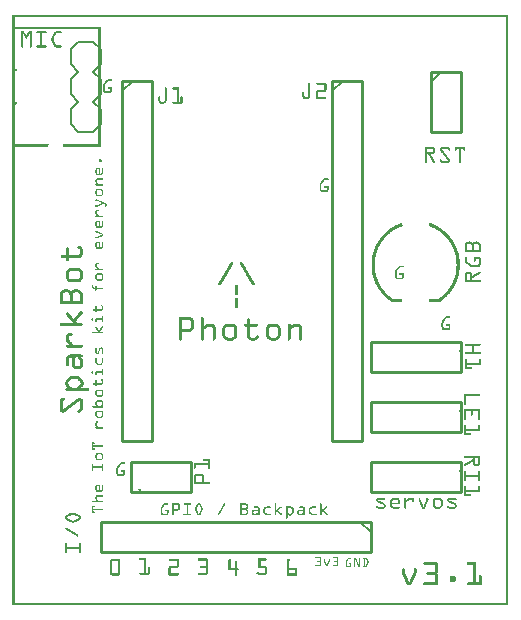
<source format=gto>
G04 MADE WITH FRITZING*
G04 WWW.FRITZING.ORG*
G04 DOUBLE SIDED*
G04 HOLES PLATED*
G04 CONTOUR ON CENTER OF CONTOUR VECTOR*
%ASAXBY*%
%FSLAX23Y23*%
%MOIN*%
%OFA0B0*%
%SFA1.0B1.0*%
%ADD10C,0.010000*%
%ADD11C,0.005000*%
%ADD12C,0.008000*%
%ADD13R,0.001000X0.001000*%
%LNSILK1*%
G90*
G70*
G54D10*
X1394Y1780D02*
X1394Y1580D01*
D02*
X1394Y1580D02*
X1494Y1580D01*
D02*
X1494Y1580D02*
X1494Y1780D01*
D02*
X1494Y1780D02*
X1394Y1780D01*
G54D11*
D02*
X1394Y1745D02*
X1429Y1780D01*
G54D12*
D02*
X219Y1780D02*
X194Y1805D01*
D02*
X194Y1805D02*
X194Y1855D01*
D02*
X194Y1855D02*
X219Y1880D01*
D02*
X269Y1880D02*
X294Y1855D01*
D02*
X294Y1855D02*
X294Y1805D01*
D02*
X294Y1805D02*
X269Y1780D01*
D02*
X194Y1605D02*
X194Y1655D01*
D02*
X194Y1655D02*
X219Y1680D01*
D02*
X269Y1680D02*
X294Y1655D01*
D02*
X219Y1680D02*
X194Y1705D01*
D02*
X194Y1705D02*
X194Y1755D01*
D02*
X194Y1755D02*
X219Y1780D01*
D02*
X269Y1780D02*
X294Y1755D01*
D02*
X294Y1755D02*
X294Y1705D01*
D02*
X294Y1705D02*
X269Y1680D01*
D02*
X219Y1580D02*
X269Y1580D01*
D02*
X194Y1605D02*
X219Y1580D01*
D02*
X269Y1580D02*
X294Y1605D01*
D02*
X294Y1655D02*
X294Y1605D01*
D02*
X219Y1880D02*
X269Y1880D01*
G54D10*
D02*
X366Y1749D02*
X366Y549D01*
D02*
X366Y549D02*
X466Y549D01*
D02*
X466Y549D02*
X466Y1749D01*
D02*
X466Y1749D02*
X366Y1749D01*
G54D11*
D02*
X366Y1714D02*
X401Y1749D01*
G54D10*
D02*
X1066Y1749D02*
X1066Y549D01*
D02*
X1066Y549D02*
X1166Y549D01*
D02*
X1166Y549D02*
X1166Y1749D01*
D02*
X1166Y1749D02*
X1066Y1749D01*
G54D11*
D02*
X1066Y1714D02*
X1101Y1749D01*
G54D10*
D02*
X394Y380D02*
X594Y380D01*
D02*
X594Y380D02*
X594Y480D01*
D02*
X594Y480D02*
X394Y480D01*
D02*
X394Y480D02*
X394Y380D01*
D02*
X1194Y280D02*
X294Y280D01*
D02*
X294Y280D02*
X294Y180D01*
D02*
X294Y180D02*
X1194Y180D01*
D02*
X1194Y180D02*
X1194Y280D01*
G54D11*
D02*
X1159Y280D02*
X1194Y245D01*
G54D10*
D02*
X1494Y480D02*
X1194Y480D01*
D02*
X1194Y480D02*
X1194Y380D01*
D02*
X1194Y380D02*
X1494Y380D01*
D02*
X1494Y380D02*
X1494Y480D01*
D02*
X1494Y680D02*
X1194Y680D01*
D02*
X1194Y680D02*
X1194Y580D01*
D02*
X1194Y580D02*
X1494Y580D01*
D02*
X1494Y580D02*
X1494Y680D01*
D02*
X1494Y880D02*
X1194Y880D01*
D02*
X1194Y880D02*
X1194Y780D01*
D02*
X1194Y780D02*
X1494Y780D01*
D02*
X1494Y780D02*
X1494Y880D01*
G54D13*
X0Y1969D02*
X1652Y1969D01*
X0Y1968D02*
X1652Y1968D01*
X0Y1967D02*
X1652Y1967D01*
X0Y1966D02*
X1652Y1966D01*
X0Y1965D02*
X1652Y1965D01*
X0Y1964D02*
X1652Y1964D01*
X0Y1963D02*
X1652Y1963D01*
X0Y1962D02*
X1652Y1962D01*
X0Y1961D02*
X7Y1961D01*
X1645Y1961D02*
X1652Y1961D01*
X0Y1960D02*
X7Y1960D01*
X1645Y1960D02*
X1652Y1960D01*
X0Y1959D02*
X7Y1959D01*
X1645Y1959D02*
X1652Y1959D01*
X0Y1958D02*
X7Y1958D01*
X1645Y1958D02*
X1652Y1958D01*
X0Y1957D02*
X7Y1957D01*
X1645Y1957D02*
X1652Y1957D01*
X0Y1956D02*
X7Y1956D01*
X1645Y1956D02*
X1652Y1956D01*
X0Y1955D02*
X7Y1955D01*
X1645Y1955D02*
X1652Y1955D01*
X0Y1954D02*
X7Y1954D01*
X1645Y1954D02*
X1652Y1954D01*
X0Y1953D02*
X7Y1953D01*
X1645Y1953D02*
X1652Y1953D01*
X0Y1952D02*
X7Y1952D01*
X1645Y1952D02*
X1652Y1952D01*
X0Y1951D02*
X7Y1951D01*
X1645Y1951D02*
X1652Y1951D01*
X0Y1950D02*
X7Y1950D01*
X1645Y1950D02*
X1652Y1950D01*
X0Y1949D02*
X7Y1949D01*
X1645Y1949D02*
X1652Y1949D01*
X0Y1948D02*
X7Y1948D01*
X1645Y1948D02*
X1652Y1948D01*
X0Y1947D02*
X7Y1947D01*
X1645Y1947D02*
X1652Y1947D01*
X0Y1946D02*
X7Y1946D01*
X1645Y1946D02*
X1652Y1946D01*
X0Y1945D02*
X7Y1945D01*
X1645Y1945D02*
X1652Y1945D01*
X0Y1944D02*
X7Y1944D01*
X1645Y1944D02*
X1652Y1944D01*
X0Y1943D02*
X7Y1943D01*
X1645Y1943D02*
X1652Y1943D01*
X0Y1942D02*
X7Y1942D01*
X1645Y1942D02*
X1652Y1942D01*
X0Y1941D02*
X7Y1941D01*
X1645Y1941D02*
X1652Y1941D01*
X0Y1940D02*
X7Y1940D01*
X1645Y1940D02*
X1652Y1940D01*
X0Y1939D02*
X7Y1939D01*
X1645Y1939D02*
X1652Y1939D01*
X0Y1938D02*
X7Y1938D01*
X1645Y1938D02*
X1652Y1938D01*
X0Y1937D02*
X7Y1937D01*
X1645Y1937D02*
X1652Y1937D01*
X0Y1936D02*
X7Y1936D01*
X1645Y1936D02*
X1652Y1936D01*
X0Y1935D02*
X7Y1935D01*
X1645Y1935D02*
X1652Y1935D01*
X0Y1934D02*
X7Y1934D01*
X1645Y1934D02*
X1652Y1934D01*
X0Y1933D02*
X7Y1933D01*
X1645Y1933D02*
X1652Y1933D01*
X0Y1932D02*
X7Y1932D01*
X1645Y1932D02*
X1652Y1932D01*
X0Y1931D02*
X7Y1931D01*
X1645Y1931D02*
X1652Y1931D01*
X0Y1930D02*
X293Y1930D01*
X1645Y1930D02*
X1652Y1930D01*
X0Y1929D02*
X293Y1929D01*
X1645Y1929D02*
X1652Y1929D01*
X0Y1928D02*
X293Y1928D01*
X1645Y1928D02*
X1652Y1928D01*
X0Y1927D02*
X293Y1927D01*
X1645Y1927D02*
X1652Y1927D01*
X0Y1926D02*
X293Y1926D01*
X1645Y1926D02*
X1652Y1926D01*
X0Y1925D02*
X293Y1925D01*
X1645Y1925D02*
X1652Y1925D01*
X0Y1924D02*
X293Y1924D01*
X1645Y1924D02*
X1652Y1924D01*
X0Y1923D02*
X293Y1923D01*
X1645Y1923D02*
X1652Y1923D01*
X0Y1922D02*
X7Y1922D01*
X286Y1922D02*
X293Y1922D01*
X1645Y1922D02*
X1652Y1922D01*
X0Y1921D02*
X7Y1921D01*
X286Y1921D02*
X293Y1921D01*
X1645Y1921D02*
X1652Y1921D01*
X0Y1920D02*
X7Y1920D01*
X286Y1920D02*
X293Y1920D01*
X1645Y1920D02*
X1652Y1920D01*
X0Y1919D02*
X7Y1919D01*
X286Y1919D02*
X293Y1919D01*
X1645Y1919D02*
X1652Y1919D01*
X0Y1918D02*
X7Y1918D01*
X286Y1918D02*
X293Y1918D01*
X1645Y1918D02*
X1652Y1918D01*
X0Y1917D02*
X7Y1917D01*
X286Y1917D02*
X293Y1917D01*
X1645Y1917D02*
X1652Y1917D01*
X0Y1916D02*
X7Y1916D01*
X286Y1916D02*
X293Y1916D01*
X1645Y1916D02*
X1652Y1916D01*
X0Y1915D02*
X7Y1915D01*
X286Y1915D02*
X293Y1915D01*
X1645Y1915D02*
X1652Y1915D01*
X0Y1914D02*
X7Y1914D01*
X29Y1914D02*
X37Y1914D01*
X55Y1914D02*
X63Y1914D01*
X81Y1914D02*
X111Y1914D01*
X144Y1914D02*
X161Y1914D01*
X286Y1914D02*
X293Y1914D01*
X1645Y1914D02*
X1652Y1914D01*
X0Y1913D02*
X7Y1913D01*
X29Y1913D02*
X38Y1913D01*
X54Y1913D02*
X63Y1913D01*
X80Y1913D02*
X112Y1913D01*
X142Y1913D02*
X162Y1913D01*
X286Y1913D02*
X293Y1913D01*
X1645Y1913D02*
X1652Y1913D01*
X0Y1912D02*
X7Y1912D01*
X29Y1912D02*
X39Y1912D01*
X53Y1912D02*
X63Y1912D01*
X80Y1912D02*
X113Y1912D01*
X141Y1912D02*
X163Y1912D01*
X286Y1912D02*
X293Y1912D01*
X1645Y1912D02*
X1652Y1912D01*
X0Y1911D02*
X7Y1911D01*
X29Y1911D02*
X39Y1911D01*
X52Y1911D02*
X63Y1911D01*
X79Y1911D02*
X113Y1911D01*
X140Y1911D02*
X163Y1911D01*
X286Y1911D02*
X293Y1911D01*
X1645Y1911D02*
X1652Y1911D01*
X0Y1910D02*
X7Y1910D01*
X29Y1910D02*
X40Y1910D01*
X52Y1910D02*
X63Y1910D01*
X80Y1910D02*
X113Y1910D01*
X139Y1910D02*
X163Y1910D01*
X286Y1910D02*
X293Y1910D01*
X1645Y1910D02*
X1652Y1910D01*
X0Y1909D02*
X7Y1909D01*
X29Y1909D02*
X41Y1909D01*
X51Y1909D02*
X63Y1909D01*
X80Y1909D02*
X112Y1909D01*
X138Y1909D02*
X162Y1909D01*
X286Y1909D02*
X293Y1909D01*
X1645Y1909D02*
X1652Y1909D01*
X0Y1908D02*
X7Y1908D01*
X29Y1908D02*
X42Y1908D01*
X50Y1908D02*
X63Y1908D01*
X81Y1908D02*
X111Y1908D01*
X138Y1908D02*
X161Y1908D01*
X286Y1908D02*
X293Y1908D01*
X1645Y1908D02*
X1652Y1908D01*
X0Y1907D02*
X7Y1907D01*
X29Y1907D02*
X42Y1907D01*
X50Y1907D02*
X63Y1907D01*
X93Y1907D02*
X99Y1907D01*
X137Y1907D02*
X145Y1907D01*
X286Y1907D02*
X293Y1907D01*
X1645Y1907D02*
X1652Y1907D01*
X0Y1906D02*
X7Y1906D01*
X29Y1906D02*
X43Y1906D01*
X49Y1906D02*
X63Y1906D01*
X93Y1906D02*
X99Y1906D01*
X137Y1906D02*
X144Y1906D01*
X286Y1906D02*
X293Y1906D01*
X1645Y1906D02*
X1652Y1906D01*
X0Y1905D02*
X7Y1905D01*
X29Y1905D02*
X44Y1905D01*
X48Y1905D02*
X63Y1905D01*
X93Y1905D02*
X99Y1905D01*
X136Y1905D02*
X143Y1905D01*
X286Y1905D02*
X293Y1905D01*
X1645Y1905D02*
X1652Y1905D01*
X0Y1904D02*
X7Y1904D01*
X29Y1904D02*
X35Y1904D01*
X37Y1904D02*
X44Y1904D01*
X48Y1904D02*
X55Y1904D01*
X57Y1904D02*
X63Y1904D01*
X93Y1904D02*
X99Y1904D01*
X136Y1904D02*
X143Y1904D01*
X286Y1904D02*
X293Y1904D01*
X1645Y1904D02*
X1652Y1904D01*
X0Y1903D02*
X7Y1903D01*
X29Y1903D02*
X35Y1903D01*
X37Y1903D02*
X45Y1903D01*
X47Y1903D02*
X54Y1903D01*
X57Y1903D02*
X63Y1903D01*
X93Y1903D02*
X99Y1903D01*
X135Y1903D02*
X142Y1903D01*
X286Y1903D02*
X293Y1903D01*
X1645Y1903D02*
X1652Y1903D01*
X0Y1902D02*
X7Y1902D01*
X29Y1902D02*
X35Y1902D01*
X38Y1902D02*
X54Y1902D01*
X57Y1902D02*
X63Y1902D01*
X93Y1902D02*
X99Y1902D01*
X135Y1902D02*
X142Y1902D01*
X286Y1902D02*
X293Y1902D01*
X1645Y1902D02*
X1652Y1902D01*
X0Y1901D02*
X7Y1901D01*
X29Y1901D02*
X35Y1901D01*
X39Y1901D02*
X53Y1901D01*
X57Y1901D02*
X63Y1901D01*
X93Y1901D02*
X99Y1901D01*
X134Y1901D02*
X141Y1901D01*
X286Y1901D02*
X293Y1901D01*
X1645Y1901D02*
X1652Y1901D01*
X0Y1900D02*
X7Y1900D01*
X29Y1900D02*
X35Y1900D01*
X40Y1900D02*
X52Y1900D01*
X57Y1900D02*
X63Y1900D01*
X93Y1900D02*
X99Y1900D01*
X134Y1900D02*
X141Y1900D01*
X286Y1900D02*
X293Y1900D01*
X1645Y1900D02*
X1652Y1900D01*
X0Y1899D02*
X7Y1899D01*
X29Y1899D02*
X35Y1899D01*
X40Y1899D02*
X52Y1899D01*
X57Y1899D02*
X63Y1899D01*
X93Y1899D02*
X99Y1899D01*
X133Y1899D02*
X140Y1899D01*
X286Y1899D02*
X293Y1899D01*
X1645Y1899D02*
X1652Y1899D01*
X0Y1898D02*
X7Y1898D01*
X29Y1898D02*
X35Y1898D01*
X41Y1898D02*
X51Y1898D01*
X57Y1898D02*
X63Y1898D01*
X93Y1898D02*
X99Y1898D01*
X133Y1898D02*
X140Y1898D01*
X286Y1898D02*
X293Y1898D01*
X1645Y1898D02*
X1652Y1898D01*
X0Y1897D02*
X7Y1897D01*
X29Y1897D02*
X35Y1897D01*
X42Y1897D02*
X50Y1897D01*
X57Y1897D02*
X63Y1897D01*
X93Y1897D02*
X99Y1897D01*
X132Y1897D02*
X139Y1897D01*
X286Y1897D02*
X293Y1897D01*
X1645Y1897D02*
X1652Y1897D01*
X0Y1896D02*
X7Y1896D01*
X29Y1896D02*
X35Y1896D01*
X42Y1896D02*
X49Y1896D01*
X57Y1896D02*
X63Y1896D01*
X93Y1896D02*
X99Y1896D01*
X132Y1896D02*
X139Y1896D01*
X286Y1896D02*
X293Y1896D01*
X1645Y1896D02*
X1652Y1896D01*
X0Y1895D02*
X7Y1895D01*
X29Y1895D02*
X35Y1895D01*
X43Y1895D02*
X49Y1895D01*
X57Y1895D02*
X63Y1895D01*
X93Y1895D02*
X99Y1895D01*
X131Y1895D02*
X138Y1895D01*
X286Y1895D02*
X293Y1895D01*
X1645Y1895D02*
X1652Y1895D01*
X0Y1894D02*
X7Y1894D01*
X29Y1894D02*
X35Y1894D01*
X43Y1894D02*
X49Y1894D01*
X57Y1894D02*
X63Y1894D01*
X93Y1894D02*
X99Y1894D01*
X131Y1894D02*
X138Y1894D01*
X286Y1894D02*
X293Y1894D01*
X1645Y1894D02*
X1652Y1894D01*
X0Y1893D02*
X7Y1893D01*
X29Y1893D02*
X35Y1893D01*
X43Y1893D02*
X49Y1893D01*
X57Y1893D02*
X63Y1893D01*
X93Y1893D02*
X99Y1893D01*
X131Y1893D02*
X137Y1893D01*
X286Y1893D02*
X293Y1893D01*
X1645Y1893D02*
X1652Y1893D01*
X0Y1892D02*
X7Y1892D01*
X29Y1892D02*
X35Y1892D01*
X43Y1892D02*
X49Y1892D01*
X57Y1892D02*
X63Y1892D01*
X93Y1892D02*
X99Y1892D01*
X130Y1892D02*
X137Y1892D01*
X286Y1892D02*
X293Y1892D01*
X1645Y1892D02*
X1652Y1892D01*
X0Y1891D02*
X7Y1891D01*
X29Y1891D02*
X35Y1891D01*
X44Y1891D02*
X48Y1891D01*
X57Y1891D02*
X63Y1891D01*
X93Y1891D02*
X99Y1891D01*
X130Y1891D02*
X136Y1891D01*
X286Y1891D02*
X293Y1891D01*
X1645Y1891D02*
X1652Y1891D01*
X0Y1890D02*
X7Y1890D01*
X29Y1890D02*
X35Y1890D01*
X46Y1890D02*
X46Y1890D01*
X57Y1890D02*
X63Y1890D01*
X93Y1890D02*
X99Y1890D01*
X130Y1890D02*
X136Y1890D01*
X286Y1890D02*
X293Y1890D01*
X1645Y1890D02*
X1652Y1890D01*
X0Y1889D02*
X7Y1889D01*
X29Y1889D02*
X35Y1889D01*
X57Y1889D02*
X63Y1889D01*
X93Y1889D02*
X99Y1889D01*
X130Y1889D02*
X136Y1889D01*
X286Y1889D02*
X293Y1889D01*
X1645Y1889D02*
X1652Y1889D01*
X0Y1888D02*
X7Y1888D01*
X29Y1888D02*
X35Y1888D01*
X57Y1888D02*
X63Y1888D01*
X93Y1888D02*
X99Y1888D01*
X130Y1888D02*
X136Y1888D01*
X286Y1888D02*
X293Y1888D01*
X1645Y1888D02*
X1652Y1888D01*
X0Y1887D02*
X7Y1887D01*
X29Y1887D02*
X35Y1887D01*
X57Y1887D02*
X63Y1887D01*
X93Y1887D02*
X99Y1887D01*
X130Y1887D02*
X136Y1887D01*
X286Y1887D02*
X293Y1887D01*
X1645Y1887D02*
X1652Y1887D01*
X0Y1886D02*
X7Y1886D01*
X29Y1886D02*
X35Y1886D01*
X57Y1886D02*
X63Y1886D01*
X93Y1886D02*
X99Y1886D01*
X130Y1886D02*
X136Y1886D01*
X286Y1886D02*
X293Y1886D01*
X1645Y1886D02*
X1652Y1886D01*
X0Y1885D02*
X7Y1885D01*
X29Y1885D02*
X35Y1885D01*
X57Y1885D02*
X63Y1885D01*
X93Y1885D02*
X99Y1885D01*
X130Y1885D02*
X136Y1885D01*
X286Y1885D02*
X293Y1885D01*
X1645Y1885D02*
X1652Y1885D01*
X0Y1884D02*
X7Y1884D01*
X29Y1884D02*
X35Y1884D01*
X57Y1884D02*
X63Y1884D01*
X93Y1884D02*
X99Y1884D01*
X130Y1884D02*
X136Y1884D01*
X286Y1884D02*
X293Y1884D01*
X1645Y1884D02*
X1652Y1884D01*
X0Y1883D02*
X7Y1883D01*
X29Y1883D02*
X35Y1883D01*
X57Y1883D02*
X63Y1883D01*
X93Y1883D02*
X99Y1883D01*
X130Y1883D02*
X137Y1883D01*
X286Y1883D02*
X293Y1883D01*
X1645Y1883D02*
X1652Y1883D01*
X0Y1882D02*
X7Y1882D01*
X29Y1882D02*
X35Y1882D01*
X57Y1882D02*
X63Y1882D01*
X93Y1882D02*
X99Y1882D01*
X131Y1882D02*
X137Y1882D01*
X286Y1882D02*
X293Y1882D01*
X1645Y1882D02*
X1652Y1882D01*
X0Y1881D02*
X7Y1881D01*
X29Y1881D02*
X35Y1881D01*
X57Y1881D02*
X63Y1881D01*
X93Y1881D02*
X99Y1881D01*
X131Y1881D02*
X138Y1881D01*
X286Y1881D02*
X293Y1881D01*
X1645Y1881D02*
X1652Y1881D01*
X0Y1880D02*
X7Y1880D01*
X29Y1880D02*
X35Y1880D01*
X57Y1880D02*
X63Y1880D01*
X93Y1880D02*
X99Y1880D01*
X131Y1880D02*
X138Y1880D01*
X286Y1880D02*
X293Y1880D01*
X1645Y1880D02*
X1652Y1880D01*
X0Y1879D02*
X7Y1879D01*
X29Y1879D02*
X35Y1879D01*
X57Y1879D02*
X63Y1879D01*
X93Y1879D02*
X99Y1879D01*
X132Y1879D02*
X139Y1879D01*
X286Y1879D02*
X293Y1879D01*
X1645Y1879D02*
X1652Y1879D01*
X0Y1878D02*
X7Y1878D01*
X29Y1878D02*
X35Y1878D01*
X57Y1878D02*
X63Y1878D01*
X93Y1878D02*
X99Y1878D01*
X132Y1878D02*
X139Y1878D01*
X286Y1878D02*
X293Y1878D01*
X1645Y1878D02*
X1652Y1878D01*
X0Y1877D02*
X7Y1877D01*
X29Y1877D02*
X35Y1877D01*
X57Y1877D02*
X63Y1877D01*
X93Y1877D02*
X99Y1877D01*
X133Y1877D02*
X140Y1877D01*
X286Y1877D02*
X293Y1877D01*
X1645Y1877D02*
X1652Y1877D01*
X0Y1876D02*
X7Y1876D01*
X29Y1876D02*
X35Y1876D01*
X57Y1876D02*
X63Y1876D01*
X93Y1876D02*
X99Y1876D01*
X133Y1876D02*
X140Y1876D01*
X286Y1876D02*
X293Y1876D01*
X1645Y1876D02*
X1652Y1876D01*
X0Y1875D02*
X7Y1875D01*
X29Y1875D02*
X35Y1875D01*
X57Y1875D02*
X63Y1875D01*
X93Y1875D02*
X99Y1875D01*
X134Y1875D02*
X141Y1875D01*
X286Y1875D02*
X293Y1875D01*
X1645Y1875D02*
X1652Y1875D01*
X0Y1874D02*
X7Y1874D01*
X29Y1874D02*
X35Y1874D01*
X57Y1874D02*
X63Y1874D01*
X93Y1874D02*
X99Y1874D01*
X134Y1874D02*
X141Y1874D01*
X286Y1874D02*
X293Y1874D01*
X1645Y1874D02*
X1652Y1874D01*
X0Y1873D02*
X7Y1873D01*
X29Y1873D02*
X35Y1873D01*
X57Y1873D02*
X63Y1873D01*
X93Y1873D02*
X99Y1873D01*
X135Y1873D02*
X142Y1873D01*
X286Y1873D02*
X293Y1873D01*
X1645Y1873D02*
X1652Y1873D01*
X0Y1872D02*
X7Y1872D01*
X29Y1872D02*
X35Y1872D01*
X57Y1872D02*
X63Y1872D01*
X93Y1872D02*
X99Y1872D01*
X135Y1872D02*
X142Y1872D01*
X286Y1872D02*
X293Y1872D01*
X1645Y1872D02*
X1652Y1872D01*
X0Y1871D02*
X7Y1871D01*
X29Y1871D02*
X35Y1871D01*
X57Y1871D02*
X63Y1871D01*
X93Y1871D02*
X99Y1871D01*
X136Y1871D02*
X143Y1871D01*
X286Y1871D02*
X293Y1871D01*
X1645Y1871D02*
X1652Y1871D01*
X0Y1870D02*
X7Y1870D01*
X29Y1870D02*
X35Y1870D01*
X57Y1870D02*
X63Y1870D01*
X93Y1870D02*
X99Y1870D01*
X136Y1870D02*
X143Y1870D01*
X286Y1870D02*
X293Y1870D01*
X1645Y1870D02*
X1652Y1870D01*
X0Y1869D02*
X7Y1869D01*
X29Y1869D02*
X35Y1869D01*
X57Y1869D02*
X63Y1869D01*
X93Y1869D02*
X99Y1869D01*
X137Y1869D02*
X144Y1869D01*
X286Y1869D02*
X293Y1869D01*
X1645Y1869D02*
X1652Y1869D01*
X0Y1868D02*
X7Y1868D01*
X29Y1868D02*
X35Y1868D01*
X57Y1868D02*
X63Y1868D01*
X93Y1868D02*
X99Y1868D01*
X137Y1868D02*
X145Y1868D01*
X286Y1868D02*
X293Y1868D01*
X1645Y1868D02*
X1652Y1868D01*
X0Y1867D02*
X7Y1867D01*
X29Y1867D02*
X35Y1867D01*
X57Y1867D02*
X63Y1867D01*
X81Y1867D02*
X111Y1867D01*
X138Y1867D02*
X161Y1867D01*
X286Y1867D02*
X293Y1867D01*
X1645Y1867D02*
X1652Y1867D01*
X0Y1866D02*
X7Y1866D01*
X29Y1866D02*
X35Y1866D01*
X57Y1866D02*
X63Y1866D01*
X80Y1866D02*
X112Y1866D01*
X139Y1866D02*
X162Y1866D01*
X286Y1866D02*
X293Y1866D01*
X1645Y1866D02*
X1652Y1866D01*
X0Y1865D02*
X7Y1865D01*
X29Y1865D02*
X35Y1865D01*
X57Y1865D02*
X63Y1865D01*
X80Y1865D02*
X113Y1865D01*
X139Y1865D02*
X163Y1865D01*
X286Y1865D02*
X293Y1865D01*
X1645Y1865D02*
X1652Y1865D01*
X0Y1864D02*
X7Y1864D01*
X29Y1864D02*
X35Y1864D01*
X57Y1864D02*
X63Y1864D01*
X79Y1864D02*
X113Y1864D01*
X140Y1864D02*
X163Y1864D01*
X286Y1864D02*
X293Y1864D01*
X1645Y1864D02*
X1652Y1864D01*
X0Y1863D02*
X7Y1863D01*
X29Y1863D02*
X35Y1863D01*
X57Y1863D02*
X63Y1863D01*
X80Y1863D02*
X113Y1863D01*
X141Y1863D02*
X163Y1863D01*
X286Y1863D02*
X293Y1863D01*
X1645Y1863D02*
X1652Y1863D01*
X0Y1862D02*
X7Y1862D01*
X30Y1862D02*
X35Y1862D01*
X57Y1862D02*
X62Y1862D01*
X80Y1862D02*
X112Y1862D01*
X142Y1862D02*
X162Y1862D01*
X286Y1862D02*
X293Y1862D01*
X1645Y1862D02*
X1652Y1862D01*
X0Y1861D02*
X7Y1861D01*
X31Y1861D02*
X33Y1861D01*
X58Y1861D02*
X61Y1861D01*
X81Y1861D02*
X111Y1861D01*
X144Y1861D02*
X161Y1861D01*
X286Y1861D02*
X293Y1861D01*
X1645Y1861D02*
X1652Y1861D01*
X0Y1860D02*
X7Y1860D01*
X286Y1860D02*
X293Y1860D01*
X1645Y1860D02*
X1652Y1860D01*
X0Y1859D02*
X7Y1859D01*
X286Y1859D02*
X293Y1859D01*
X1645Y1859D02*
X1652Y1859D01*
X0Y1858D02*
X7Y1858D01*
X286Y1858D02*
X293Y1858D01*
X1645Y1858D02*
X1652Y1858D01*
X0Y1857D02*
X7Y1857D01*
X286Y1857D02*
X293Y1857D01*
X1645Y1857D02*
X1652Y1857D01*
X0Y1856D02*
X7Y1856D01*
X286Y1856D02*
X293Y1856D01*
X1645Y1856D02*
X1652Y1856D01*
X0Y1855D02*
X7Y1855D01*
X286Y1855D02*
X293Y1855D01*
X1645Y1855D02*
X1652Y1855D01*
X0Y1854D02*
X7Y1854D01*
X286Y1854D02*
X293Y1854D01*
X1645Y1854D02*
X1652Y1854D01*
X0Y1853D02*
X7Y1853D01*
X286Y1853D02*
X293Y1853D01*
X1645Y1853D02*
X1652Y1853D01*
X0Y1852D02*
X7Y1852D01*
X286Y1852D02*
X293Y1852D01*
X1645Y1852D02*
X1652Y1852D01*
X0Y1851D02*
X7Y1851D01*
X286Y1851D02*
X293Y1851D01*
X1645Y1851D02*
X1652Y1851D01*
X0Y1850D02*
X7Y1850D01*
X286Y1850D02*
X293Y1850D01*
X1645Y1850D02*
X1652Y1850D01*
X0Y1849D02*
X7Y1849D01*
X286Y1849D02*
X293Y1849D01*
X1645Y1849D02*
X1652Y1849D01*
X0Y1848D02*
X7Y1848D01*
X286Y1848D02*
X293Y1848D01*
X1645Y1848D02*
X1652Y1848D01*
X0Y1847D02*
X7Y1847D01*
X286Y1847D02*
X293Y1847D01*
X1645Y1847D02*
X1652Y1847D01*
X0Y1846D02*
X7Y1846D01*
X286Y1846D02*
X293Y1846D01*
X1645Y1846D02*
X1652Y1846D01*
X0Y1845D02*
X7Y1845D01*
X286Y1845D02*
X293Y1845D01*
X1645Y1845D02*
X1652Y1845D01*
X0Y1844D02*
X7Y1844D01*
X286Y1844D02*
X293Y1844D01*
X1645Y1844D02*
X1652Y1844D01*
X0Y1843D02*
X7Y1843D01*
X286Y1843D02*
X293Y1843D01*
X1645Y1843D02*
X1652Y1843D01*
X0Y1842D02*
X7Y1842D01*
X286Y1842D02*
X293Y1842D01*
X1645Y1842D02*
X1652Y1842D01*
X0Y1841D02*
X7Y1841D01*
X286Y1841D02*
X293Y1841D01*
X1645Y1841D02*
X1652Y1841D01*
X0Y1840D02*
X7Y1840D01*
X286Y1840D02*
X293Y1840D01*
X1645Y1840D02*
X1652Y1840D01*
X0Y1839D02*
X7Y1839D01*
X286Y1839D02*
X293Y1839D01*
X1645Y1839D02*
X1652Y1839D01*
X0Y1838D02*
X7Y1838D01*
X286Y1838D02*
X293Y1838D01*
X1645Y1838D02*
X1652Y1838D01*
X0Y1837D02*
X7Y1837D01*
X286Y1837D02*
X293Y1837D01*
X1645Y1837D02*
X1652Y1837D01*
X0Y1836D02*
X7Y1836D01*
X286Y1836D02*
X293Y1836D01*
X1645Y1836D02*
X1652Y1836D01*
X0Y1835D02*
X7Y1835D01*
X286Y1835D02*
X293Y1835D01*
X1645Y1835D02*
X1652Y1835D01*
X0Y1834D02*
X7Y1834D01*
X286Y1834D02*
X293Y1834D01*
X1645Y1834D02*
X1652Y1834D01*
X0Y1833D02*
X7Y1833D01*
X286Y1833D02*
X293Y1833D01*
X1645Y1833D02*
X1652Y1833D01*
X0Y1832D02*
X7Y1832D01*
X286Y1832D02*
X293Y1832D01*
X1645Y1832D02*
X1652Y1832D01*
X0Y1831D02*
X7Y1831D01*
X286Y1831D02*
X293Y1831D01*
X1645Y1831D02*
X1652Y1831D01*
X0Y1830D02*
X7Y1830D01*
X286Y1830D02*
X293Y1830D01*
X1645Y1830D02*
X1652Y1830D01*
X0Y1829D02*
X7Y1829D01*
X286Y1829D02*
X293Y1829D01*
X1645Y1829D02*
X1652Y1829D01*
X0Y1828D02*
X7Y1828D01*
X286Y1828D02*
X293Y1828D01*
X1645Y1828D02*
X1652Y1828D01*
X0Y1827D02*
X7Y1827D01*
X286Y1827D02*
X293Y1827D01*
X1645Y1827D02*
X1652Y1827D01*
X0Y1826D02*
X7Y1826D01*
X286Y1826D02*
X293Y1826D01*
X1645Y1826D02*
X1652Y1826D01*
X0Y1825D02*
X7Y1825D01*
X286Y1825D02*
X293Y1825D01*
X1645Y1825D02*
X1652Y1825D01*
X0Y1824D02*
X7Y1824D01*
X286Y1824D02*
X293Y1824D01*
X1645Y1824D02*
X1652Y1824D01*
X0Y1823D02*
X7Y1823D01*
X286Y1823D02*
X293Y1823D01*
X1645Y1823D02*
X1652Y1823D01*
X0Y1822D02*
X7Y1822D01*
X286Y1822D02*
X293Y1822D01*
X1645Y1822D02*
X1652Y1822D01*
X0Y1821D02*
X7Y1821D01*
X286Y1821D02*
X293Y1821D01*
X1645Y1821D02*
X1652Y1821D01*
X0Y1820D02*
X7Y1820D01*
X286Y1820D02*
X293Y1820D01*
X1645Y1820D02*
X1652Y1820D01*
X0Y1819D02*
X7Y1819D01*
X286Y1819D02*
X293Y1819D01*
X1645Y1819D02*
X1652Y1819D01*
X0Y1818D02*
X7Y1818D01*
X286Y1818D02*
X293Y1818D01*
X1645Y1818D02*
X1652Y1818D01*
X0Y1817D02*
X7Y1817D01*
X286Y1817D02*
X293Y1817D01*
X1645Y1817D02*
X1652Y1817D01*
X0Y1816D02*
X7Y1816D01*
X286Y1816D02*
X293Y1816D01*
X1645Y1816D02*
X1652Y1816D01*
X0Y1815D02*
X7Y1815D01*
X286Y1815D02*
X293Y1815D01*
X1645Y1815D02*
X1652Y1815D01*
X0Y1814D02*
X7Y1814D01*
X286Y1814D02*
X293Y1814D01*
X1645Y1814D02*
X1652Y1814D01*
X0Y1813D02*
X7Y1813D01*
X286Y1813D02*
X293Y1813D01*
X1645Y1813D02*
X1652Y1813D01*
X0Y1812D02*
X7Y1812D01*
X286Y1812D02*
X293Y1812D01*
X1645Y1812D02*
X1652Y1812D01*
X0Y1811D02*
X7Y1811D01*
X286Y1811D02*
X293Y1811D01*
X1645Y1811D02*
X1652Y1811D01*
X0Y1810D02*
X7Y1810D01*
X286Y1810D02*
X293Y1810D01*
X1645Y1810D02*
X1652Y1810D01*
X0Y1809D02*
X7Y1809D01*
X286Y1809D02*
X293Y1809D01*
X1645Y1809D02*
X1652Y1809D01*
X0Y1808D02*
X7Y1808D01*
X286Y1808D02*
X293Y1808D01*
X1645Y1808D02*
X1652Y1808D01*
X0Y1807D02*
X7Y1807D01*
X286Y1807D02*
X293Y1807D01*
X1645Y1807D02*
X1652Y1807D01*
X0Y1806D02*
X7Y1806D01*
X286Y1806D02*
X293Y1806D01*
X1645Y1806D02*
X1652Y1806D01*
X0Y1805D02*
X7Y1805D01*
X286Y1805D02*
X293Y1805D01*
X1645Y1805D02*
X1652Y1805D01*
X0Y1804D02*
X7Y1804D01*
X286Y1804D02*
X293Y1804D01*
X1645Y1804D02*
X1652Y1804D01*
X0Y1803D02*
X7Y1803D01*
X286Y1803D02*
X293Y1803D01*
X1645Y1803D02*
X1652Y1803D01*
X0Y1802D02*
X7Y1802D01*
X286Y1802D02*
X293Y1802D01*
X1645Y1802D02*
X1652Y1802D01*
X0Y1801D02*
X7Y1801D01*
X286Y1801D02*
X293Y1801D01*
X1645Y1801D02*
X1652Y1801D01*
X0Y1800D02*
X7Y1800D01*
X286Y1800D02*
X293Y1800D01*
X1645Y1800D02*
X1652Y1800D01*
X0Y1799D02*
X7Y1799D01*
X286Y1799D02*
X293Y1799D01*
X1645Y1799D02*
X1652Y1799D01*
X0Y1798D02*
X7Y1798D01*
X286Y1798D02*
X293Y1798D01*
X1645Y1798D02*
X1652Y1798D01*
X0Y1797D02*
X7Y1797D01*
X286Y1797D02*
X293Y1797D01*
X1645Y1797D02*
X1652Y1797D01*
X0Y1796D02*
X7Y1796D01*
X286Y1796D02*
X293Y1796D01*
X1645Y1796D02*
X1652Y1796D01*
X0Y1795D02*
X7Y1795D01*
X286Y1795D02*
X293Y1795D01*
X1645Y1795D02*
X1652Y1795D01*
X0Y1794D02*
X7Y1794D01*
X286Y1794D02*
X293Y1794D01*
X1645Y1794D02*
X1652Y1794D01*
X0Y1793D02*
X7Y1793D01*
X286Y1793D02*
X293Y1793D01*
X1645Y1793D02*
X1652Y1793D01*
X0Y1792D02*
X7Y1792D01*
X286Y1792D02*
X293Y1792D01*
X1645Y1792D02*
X1652Y1792D01*
X0Y1791D02*
X7Y1791D01*
X286Y1791D02*
X293Y1791D01*
X1645Y1791D02*
X1652Y1791D01*
X0Y1790D02*
X13Y1790D01*
X286Y1790D02*
X293Y1790D01*
X1645Y1790D02*
X1652Y1790D01*
X0Y1789D02*
X14Y1789D01*
X286Y1789D02*
X293Y1789D01*
X1645Y1789D02*
X1652Y1789D01*
X0Y1788D02*
X14Y1788D01*
X286Y1788D02*
X293Y1788D01*
X1645Y1788D02*
X1652Y1788D01*
X0Y1787D02*
X14Y1787D01*
X286Y1787D02*
X293Y1787D01*
X1645Y1787D02*
X1652Y1787D01*
X0Y1786D02*
X14Y1786D01*
X286Y1786D02*
X293Y1786D01*
X1645Y1786D02*
X1652Y1786D01*
X0Y1785D02*
X14Y1785D01*
X286Y1785D02*
X293Y1785D01*
X1645Y1785D02*
X1652Y1785D01*
X0Y1784D02*
X13Y1784D01*
X286Y1784D02*
X293Y1784D01*
X1645Y1784D02*
X1652Y1784D01*
X0Y1783D02*
X12Y1783D01*
X286Y1783D02*
X293Y1783D01*
X1645Y1783D02*
X1652Y1783D01*
X0Y1782D02*
X7Y1782D01*
X286Y1782D02*
X293Y1782D01*
X1645Y1782D02*
X1652Y1782D01*
X0Y1781D02*
X7Y1781D01*
X286Y1781D02*
X293Y1781D01*
X1645Y1781D02*
X1652Y1781D01*
X0Y1780D02*
X7Y1780D01*
X286Y1780D02*
X293Y1780D01*
X1645Y1780D02*
X1652Y1780D01*
X0Y1779D02*
X7Y1779D01*
X286Y1779D02*
X293Y1779D01*
X1645Y1779D02*
X1652Y1779D01*
X0Y1778D02*
X7Y1778D01*
X286Y1778D02*
X293Y1778D01*
X1645Y1778D02*
X1652Y1778D01*
X0Y1777D02*
X7Y1777D01*
X286Y1777D02*
X293Y1777D01*
X1645Y1777D02*
X1652Y1777D01*
X0Y1776D02*
X7Y1776D01*
X286Y1776D02*
X293Y1776D01*
X1645Y1776D02*
X1652Y1776D01*
X0Y1775D02*
X7Y1775D01*
X286Y1775D02*
X293Y1775D01*
X1645Y1775D02*
X1652Y1775D01*
X0Y1774D02*
X7Y1774D01*
X286Y1774D02*
X293Y1774D01*
X1645Y1774D02*
X1652Y1774D01*
X0Y1773D02*
X7Y1773D01*
X286Y1773D02*
X293Y1773D01*
X1645Y1773D02*
X1652Y1773D01*
X0Y1772D02*
X7Y1772D01*
X286Y1772D02*
X293Y1772D01*
X1645Y1772D02*
X1652Y1772D01*
X0Y1771D02*
X7Y1771D01*
X286Y1771D02*
X293Y1771D01*
X1645Y1771D02*
X1652Y1771D01*
X0Y1770D02*
X7Y1770D01*
X286Y1770D02*
X293Y1770D01*
X1645Y1770D02*
X1652Y1770D01*
X0Y1769D02*
X7Y1769D01*
X286Y1769D02*
X293Y1769D01*
X1645Y1769D02*
X1652Y1769D01*
X0Y1768D02*
X7Y1768D01*
X286Y1768D02*
X293Y1768D01*
X1645Y1768D02*
X1652Y1768D01*
X0Y1767D02*
X7Y1767D01*
X286Y1767D02*
X293Y1767D01*
X1645Y1767D02*
X1652Y1767D01*
X0Y1766D02*
X7Y1766D01*
X286Y1766D02*
X293Y1766D01*
X1645Y1766D02*
X1652Y1766D01*
X0Y1765D02*
X7Y1765D01*
X286Y1765D02*
X293Y1765D01*
X1645Y1765D02*
X1652Y1765D01*
X0Y1764D02*
X7Y1764D01*
X286Y1764D02*
X293Y1764D01*
X1645Y1764D02*
X1652Y1764D01*
X0Y1763D02*
X7Y1763D01*
X286Y1763D02*
X293Y1763D01*
X1645Y1763D02*
X1652Y1763D01*
X0Y1762D02*
X7Y1762D01*
X286Y1762D02*
X293Y1762D01*
X1645Y1762D02*
X1652Y1762D01*
X0Y1761D02*
X7Y1761D01*
X286Y1761D02*
X293Y1761D01*
X1645Y1761D02*
X1652Y1761D01*
X0Y1760D02*
X7Y1760D01*
X286Y1760D02*
X293Y1760D01*
X1645Y1760D02*
X1652Y1760D01*
X0Y1759D02*
X7Y1759D01*
X286Y1759D02*
X293Y1759D01*
X1645Y1759D02*
X1652Y1759D01*
X0Y1758D02*
X7Y1758D01*
X286Y1758D02*
X293Y1758D01*
X1645Y1758D02*
X1652Y1758D01*
X0Y1757D02*
X7Y1757D01*
X286Y1757D02*
X293Y1757D01*
X1645Y1757D02*
X1652Y1757D01*
X0Y1756D02*
X7Y1756D01*
X286Y1756D02*
X293Y1756D01*
X1645Y1756D02*
X1652Y1756D01*
X0Y1755D02*
X7Y1755D01*
X286Y1755D02*
X293Y1755D01*
X1645Y1755D02*
X1652Y1755D01*
X0Y1754D02*
X7Y1754D01*
X286Y1754D02*
X293Y1754D01*
X317Y1754D02*
X330Y1754D01*
X1645Y1754D02*
X1652Y1754D01*
X0Y1753D02*
X7Y1753D01*
X286Y1753D02*
X293Y1753D01*
X315Y1753D02*
X331Y1753D01*
X1645Y1753D02*
X1652Y1753D01*
X0Y1752D02*
X7Y1752D01*
X286Y1752D02*
X293Y1752D01*
X314Y1752D02*
X331Y1752D01*
X1645Y1752D02*
X1652Y1752D01*
X0Y1751D02*
X7Y1751D01*
X286Y1751D02*
X293Y1751D01*
X313Y1751D02*
X331Y1751D01*
X1645Y1751D02*
X1652Y1751D01*
X0Y1750D02*
X7Y1750D01*
X286Y1750D02*
X293Y1750D01*
X312Y1750D02*
X331Y1750D01*
X1645Y1750D02*
X1652Y1750D01*
X0Y1749D02*
X7Y1749D01*
X286Y1749D02*
X293Y1749D01*
X312Y1749D02*
X330Y1749D01*
X1645Y1749D02*
X1652Y1749D01*
X0Y1748D02*
X7Y1748D01*
X286Y1748D02*
X293Y1748D01*
X311Y1748D02*
X318Y1748D01*
X1645Y1748D02*
X1652Y1748D01*
X0Y1747D02*
X7Y1747D01*
X286Y1747D02*
X293Y1747D01*
X310Y1747D02*
X317Y1747D01*
X1645Y1747D02*
X1652Y1747D01*
X0Y1746D02*
X7Y1746D01*
X286Y1746D02*
X293Y1746D01*
X309Y1746D02*
X316Y1746D01*
X1645Y1746D02*
X1652Y1746D01*
X0Y1745D02*
X7Y1745D01*
X286Y1745D02*
X293Y1745D01*
X309Y1745D02*
X315Y1745D01*
X1645Y1745D02*
X1652Y1745D01*
X0Y1744D02*
X7Y1744D01*
X286Y1744D02*
X293Y1744D01*
X308Y1744D02*
X314Y1744D01*
X1645Y1744D02*
X1652Y1744D01*
X0Y1743D02*
X7Y1743D01*
X286Y1743D02*
X293Y1743D01*
X307Y1743D02*
X314Y1743D01*
X989Y1743D02*
X990Y1743D01*
X1015Y1743D02*
X1040Y1743D01*
X1645Y1743D02*
X1652Y1743D01*
X0Y1742D02*
X7Y1742D01*
X286Y1742D02*
X293Y1742D01*
X306Y1742D02*
X313Y1742D01*
X987Y1742D02*
X991Y1742D01*
X1013Y1742D02*
X1043Y1742D01*
X1645Y1742D02*
X1652Y1742D01*
X0Y1741D02*
X7Y1741D01*
X286Y1741D02*
X293Y1741D01*
X305Y1741D02*
X312Y1741D01*
X986Y1741D02*
X992Y1741D01*
X1013Y1741D02*
X1044Y1741D01*
X1645Y1741D02*
X1652Y1741D01*
X0Y1740D02*
X7Y1740D01*
X286Y1740D02*
X293Y1740D01*
X305Y1740D02*
X311Y1740D01*
X986Y1740D02*
X992Y1740D01*
X1012Y1740D02*
X1045Y1740D01*
X1645Y1740D02*
X1652Y1740D01*
X0Y1739D02*
X7Y1739D01*
X286Y1739D02*
X293Y1739D01*
X304Y1739D02*
X310Y1739D01*
X986Y1739D02*
X992Y1739D01*
X1012Y1739D02*
X1045Y1739D01*
X1645Y1739D02*
X1652Y1739D01*
X0Y1738D02*
X7Y1738D01*
X286Y1738D02*
X293Y1738D01*
X304Y1738D02*
X310Y1738D01*
X986Y1738D02*
X992Y1738D01*
X1013Y1738D02*
X1046Y1738D01*
X1645Y1738D02*
X1652Y1738D01*
X0Y1737D02*
X7Y1737D01*
X286Y1737D02*
X293Y1737D01*
X303Y1737D02*
X309Y1737D01*
X986Y1737D02*
X992Y1737D01*
X1014Y1737D02*
X1046Y1737D01*
X1645Y1737D02*
X1652Y1737D01*
X0Y1736D02*
X7Y1736D01*
X286Y1736D02*
X293Y1736D01*
X303Y1736D02*
X308Y1736D01*
X986Y1736D02*
X992Y1736D01*
X1040Y1736D02*
X1046Y1736D01*
X1645Y1736D02*
X1652Y1736D01*
X0Y1735D02*
X7Y1735D01*
X286Y1735D02*
X293Y1735D01*
X303Y1735D02*
X308Y1735D01*
X986Y1735D02*
X992Y1735D01*
X1040Y1735D02*
X1046Y1735D01*
X1645Y1735D02*
X1652Y1735D01*
X0Y1734D02*
X7Y1734D01*
X286Y1734D02*
X293Y1734D01*
X303Y1734D02*
X308Y1734D01*
X986Y1734D02*
X992Y1734D01*
X1040Y1734D02*
X1046Y1734D01*
X1645Y1734D02*
X1652Y1734D01*
X0Y1733D02*
X7Y1733D01*
X286Y1733D02*
X293Y1733D01*
X303Y1733D02*
X308Y1733D01*
X986Y1733D02*
X992Y1733D01*
X1040Y1733D02*
X1046Y1733D01*
X1645Y1733D02*
X1652Y1733D01*
X0Y1732D02*
X7Y1732D01*
X286Y1732D02*
X293Y1732D01*
X303Y1732D02*
X308Y1732D01*
X986Y1732D02*
X992Y1732D01*
X1040Y1732D02*
X1046Y1732D01*
X1645Y1732D02*
X1652Y1732D01*
X0Y1731D02*
X7Y1731D01*
X286Y1731D02*
X293Y1731D01*
X303Y1731D02*
X308Y1731D01*
X986Y1731D02*
X992Y1731D01*
X1040Y1731D02*
X1046Y1731D01*
X1645Y1731D02*
X1652Y1731D01*
X0Y1730D02*
X7Y1730D01*
X286Y1730D02*
X293Y1730D01*
X303Y1730D02*
X308Y1730D01*
X986Y1730D02*
X992Y1730D01*
X1040Y1730D02*
X1046Y1730D01*
X1645Y1730D02*
X1652Y1730D01*
X0Y1729D02*
X7Y1729D01*
X286Y1729D02*
X293Y1729D01*
X303Y1729D02*
X308Y1729D01*
X319Y1729D02*
X331Y1729D01*
X986Y1729D02*
X992Y1729D01*
X1040Y1729D02*
X1046Y1729D01*
X1645Y1729D02*
X1652Y1729D01*
X0Y1728D02*
X7Y1728D01*
X286Y1728D02*
X293Y1728D01*
X303Y1728D02*
X308Y1728D01*
X318Y1728D02*
X331Y1728D01*
X986Y1728D02*
X992Y1728D01*
X1040Y1728D02*
X1046Y1728D01*
X1645Y1728D02*
X1652Y1728D01*
X0Y1727D02*
X7Y1727D01*
X286Y1727D02*
X293Y1727D01*
X303Y1727D02*
X308Y1727D01*
X317Y1727D02*
X331Y1727D01*
X508Y1727D02*
X511Y1727D01*
X534Y1727D02*
X553Y1727D01*
X986Y1727D02*
X992Y1727D01*
X1040Y1727D02*
X1046Y1727D01*
X1645Y1727D02*
X1652Y1727D01*
X0Y1726D02*
X7Y1726D01*
X286Y1726D02*
X293Y1726D01*
X303Y1726D02*
X308Y1726D01*
X317Y1726D02*
X331Y1726D01*
X507Y1726D02*
X512Y1726D01*
X533Y1726D02*
X553Y1726D01*
X986Y1726D02*
X992Y1726D01*
X1040Y1726D02*
X1046Y1726D01*
X1645Y1726D02*
X1652Y1726D01*
X0Y1725D02*
X7Y1725D01*
X286Y1725D02*
X293Y1725D01*
X303Y1725D02*
X308Y1725D01*
X318Y1725D02*
X331Y1725D01*
X507Y1725D02*
X513Y1725D01*
X533Y1725D02*
X553Y1725D01*
X986Y1725D02*
X992Y1725D01*
X1040Y1725D02*
X1046Y1725D01*
X1645Y1725D02*
X1652Y1725D01*
X0Y1724D02*
X7Y1724D01*
X286Y1724D02*
X293Y1724D01*
X303Y1724D02*
X308Y1724D01*
X319Y1724D02*
X331Y1724D01*
X507Y1724D02*
X513Y1724D01*
X533Y1724D02*
X553Y1724D01*
X986Y1724D02*
X992Y1724D01*
X1040Y1724D02*
X1046Y1724D01*
X1645Y1724D02*
X1652Y1724D01*
X0Y1723D02*
X7Y1723D01*
X286Y1723D02*
X293Y1723D01*
X303Y1723D02*
X308Y1723D01*
X326Y1723D02*
X331Y1723D01*
X507Y1723D02*
X513Y1723D01*
X533Y1723D02*
X553Y1723D01*
X986Y1723D02*
X992Y1723D01*
X1040Y1723D02*
X1046Y1723D01*
X1645Y1723D02*
X1652Y1723D01*
X0Y1722D02*
X7Y1722D01*
X286Y1722D02*
X293Y1722D01*
X303Y1722D02*
X308Y1722D01*
X326Y1722D02*
X331Y1722D01*
X507Y1722D02*
X513Y1722D01*
X534Y1722D02*
X553Y1722D01*
X986Y1722D02*
X992Y1722D01*
X1040Y1722D02*
X1046Y1722D01*
X1645Y1722D02*
X1652Y1722D01*
X0Y1721D02*
X7Y1721D01*
X286Y1721D02*
X293Y1721D01*
X303Y1721D02*
X308Y1721D01*
X326Y1721D02*
X331Y1721D01*
X507Y1721D02*
X513Y1721D01*
X535Y1721D02*
X553Y1721D01*
X986Y1721D02*
X992Y1721D01*
X1040Y1721D02*
X1046Y1721D01*
X1645Y1721D02*
X1652Y1721D01*
X0Y1720D02*
X7Y1720D01*
X286Y1720D02*
X293Y1720D01*
X303Y1720D02*
X308Y1720D01*
X326Y1720D02*
X331Y1720D01*
X507Y1720D02*
X513Y1720D01*
X547Y1720D02*
X553Y1720D01*
X986Y1720D02*
X992Y1720D01*
X1040Y1720D02*
X1046Y1720D01*
X1645Y1720D02*
X1652Y1720D01*
X0Y1719D02*
X7Y1719D01*
X286Y1719D02*
X293Y1719D01*
X303Y1719D02*
X308Y1719D01*
X326Y1719D02*
X331Y1719D01*
X507Y1719D02*
X513Y1719D01*
X547Y1719D02*
X553Y1719D01*
X986Y1719D02*
X992Y1719D01*
X1017Y1719D02*
X1046Y1719D01*
X1645Y1719D02*
X1652Y1719D01*
X0Y1718D02*
X7Y1718D01*
X286Y1718D02*
X293Y1718D01*
X303Y1718D02*
X308Y1718D01*
X326Y1718D02*
X331Y1718D01*
X507Y1718D02*
X513Y1718D01*
X547Y1718D02*
X553Y1718D01*
X986Y1718D02*
X992Y1718D01*
X1015Y1718D02*
X1046Y1718D01*
X1645Y1718D02*
X1652Y1718D01*
X0Y1717D02*
X7Y1717D01*
X286Y1717D02*
X293Y1717D01*
X303Y1717D02*
X308Y1717D01*
X326Y1717D02*
X331Y1717D01*
X507Y1717D02*
X513Y1717D01*
X547Y1717D02*
X553Y1717D01*
X986Y1717D02*
X992Y1717D01*
X1014Y1717D02*
X1045Y1717D01*
X1645Y1717D02*
X1652Y1717D01*
X0Y1716D02*
X7Y1716D01*
X286Y1716D02*
X293Y1716D01*
X303Y1716D02*
X308Y1716D01*
X326Y1716D02*
X331Y1716D01*
X507Y1716D02*
X513Y1716D01*
X547Y1716D02*
X553Y1716D01*
X986Y1716D02*
X992Y1716D01*
X1013Y1716D02*
X1045Y1716D01*
X1645Y1716D02*
X1652Y1716D01*
X0Y1715D02*
X7Y1715D01*
X286Y1715D02*
X293Y1715D01*
X303Y1715D02*
X309Y1715D01*
X325Y1715D02*
X331Y1715D01*
X507Y1715D02*
X513Y1715D01*
X547Y1715D02*
X553Y1715D01*
X986Y1715D02*
X992Y1715D01*
X1013Y1715D02*
X1044Y1715D01*
X1645Y1715D02*
X1652Y1715D01*
X0Y1714D02*
X7Y1714D01*
X286Y1714D02*
X293Y1714D01*
X303Y1714D02*
X330Y1714D01*
X507Y1714D02*
X513Y1714D01*
X547Y1714D02*
X553Y1714D01*
X986Y1714D02*
X992Y1714D01*
X1012Y1714D02*
X1043Y1714D01*
X1645Y1714D02*
X1652Y1714D01*
X0Y1713D02*
X7Y1713D01*
X286Y1713D02*
X293Y1713D01*
X304Y1713D02*
X330Y1713D01*
X507Y1713D02*
X513Y1713D01*
X547Y1713D02*
X553Y1713D01*
X967Y1713D02*
X970Y1713D01*
X986Y1713D02*
X992Y1713D01*
X1012Y1713D02*
X1041Y1713D01*
X1645Y1713D02*
X1652Y1713D01*
X0Y1712D02*
X7Y1712D01*
X286Y1712D02*
X293Y1712D01*
X304Y1712D02*
X329Y1712D01*
X507Y1712D02*
X513Y1712D01*
X547Y1712D02*
X553Y1712D01*
X966Y1712D02*
X971Y1712D01*
X986Y1712D02*
X992Y1712D01*
X1012Y1712D02*
X1018Y1712D01*
X1645Y1712D02*
X1652Y1712D01*
X0Y1711D02*
X7Y1711D01*
X286Y1711D02*
X293Y1711D01*
X305Y1711D02*
X328Y1711D01*
X507Y1711D02*
X513Y1711D01*
X547Y1711D02*
X553Y1711D01*
X966Y1711D02*
X971Y1711D01*
X986Y1711D02*
X992Y1711D01*
X1012Y1711D02*
X1018Y1711D01*
X1645Y1711D02*
X1652Y1711D01*
X0Y1710D02*
X7Y1710D01*
X286Y1710D02*
X293Y1710D01*
X307Y1710D02*
X327Y1710D01*
X507Y1710D02*
X513Y1710D01*
X547Y1710D02*
X553Y1710D01*
X966Y1710D02*
X972Y1710D01*
X986Y1710D02*
X992Y1710D01*
X1012Y1710D02*
X1018Y1710D01*
X1645Y1710D02*
X1652Y1710D01*
X0Y1709D02*
X7Y1709D01*
X286Y1709D02*
X293Y1709D01*
X308Y1709D02*
X325Y1709D01*
X507Y1709D02*
X513Y1709D01*
X547Y1709D02*
X553Y1709D01*
X965Y1709D02*
X972Y1709D01*
X986Y1709D02*
X992Y1709D01*
X1012Y1709D02*
X1018Y1709D01*
X1645Y1709D02*
X1652Y1709D01*
X0Y1708D02*
X7Y1708D01*
X286Y1708D02*
X293Y1708D01*
X507Y1708D02*
X513Y1708D01*
X547Y1708D02*
X553Y1708D01*
X965Y1708D02*
X972Y1708D01*
X986Y1708D02*
X992Y1708D01*
X1012Y1708D02*
X1018Y1708D01*
X1645Y1708D02*
X1652Y1708D01*
X0Y1707D02*
X7Y1707D01*
X286Y1707D02*
X293Y1707D01*
X507Y1707D02*
X513Y1707D01*
X547Y1707D02*
X553Y1707D01*
X965Y1707D02*
X972Y1707D01*
X986Y1707D02*
X992Y1707D01*
X1012Y1707D02*
X1018Y1707D01*
X1645Y1707D02*
X1652Y1707D01*
X0Y1706D02*
X7Y1706D01*
X286Y1706D02*
X293Y1706D01*
X507Y1706D02*
X513Y1706D01*
X547Y1706D02*
X553Y1706D01*
X965Y1706D02*
X972Y1706D01*
X986Y1706D02*
X992Y1706D01*
X1012Y1706D02*
X1018Y1706D01*
X1645Y1706D02*
X1652Y1706D01*
X0Y1705D02*
X7Y1705D01*
X286Y1705D02*
X293Y1705D01*
X507Y1705D02*
X513Y1705D01*
X547Y1705D02*
X553Y1705D01*
X965Y1705D02*
X972Y1705D01*
X986Y1705D02*
X992Y1705D01*
X1012Y1705D02*
X1018Y1705D01*
X1645Y1705D02*
X1652Y1705D01*
X0Y1704D02*
X7Y1704D01*
X286Y1704D02*
X293Y1704D01*
X507Y1704D02*
X513Y1704D01*
X547Y1704D02*
X553Y1704D01*
X965Y1704D02*
X972Y1704D01*
X986Y1704D02*
X992Y1704D01*
X1012Y1704D02*
X1018Y1704D01*
X1645Y1704D02*
X1652Y1704D01*
X0Y1703D02*
X7Y1703D01*
X286Y1703D02*
X293Y1703D01*
X507Y1703D02*
X513Y1703D01*
X547Y1703D02*
X553Y1703D01*
X965Y1703D02*
X972Y1703D01*
X986Y1703D02*
X992Y1703D01*
X1012Y1703D02*
X1018Y1703D01*
X1645Y1703D02*
X1652Y1703D01*
X0Y1702D02*
X7Y1702D01*
X286Y1702D02*
X293Y1702D01*
X507Y1702D02*
X513Y1702D01*
X547Y1702D02*
X553Y1702D01*
X965Y1702D02*
X972Y1702D01*
X986Y1702D02*
X992Y1702D01*
X1012Y1702D02*
X1018Y1702D01*
X1645Y1702D02*
X1652Y1702D01*
X0Y1701D02*
X7Y1701D01*
X286Y1701D02*
X293Y1701D01*
X507Y1701D02*
X513Y1701D01*
X547Y1701D02*
X553Y1701D01*
X965Y1701D02*
X972Y1701D01*
X986Y1701D02*
X992Y1701D01*
X1012Y1701D02*
X1018Y1701D01*
X1645Y1701D02*
X1652Y1701D01*
X0Y1700D02*
X7Y1700D01*
X286Y1700D02*
X293Y1700D01*
X507Y1700D02*
X513Y1700D01*
X547Y1700D02*
X553Y1700D01*
X965Y1700D02*
X972Y1700D01*
X986Y1700D02*
X992Y1700D01*
X1012Y1700D02*
X1018Y1700D01*
X1645Y1700D02*
X1652Y1700D01*
X0Y1699D02*
X7Y1699D01*
X286Y1699D02*
X293Y1699D01*
X507Y1699D02*
X513Y1699D01*
X547Y1699D02*
X553Y1699D01*
X966Y1699D02*
X972Y1699D01*
X986Y1699D02*
X992Y1699D01*
X1012Y1699D02*
X1018Y1699D01*
X1645Y1699D02*
X1652Y1699D01*
X0Y1698D02*
X7Y1698D01*
X286Y1698D02*
X293Y1698D01*
X489Y1698D02*
X490Y1698D01*
X507Y1698D02*
X513Y1698D01*
X547Y1698D02*
X553Y1698D01*
X563Y1698D02*
X564Y1698D01*
X966Y1698D02*
X972Y1698D01*
X986Y1698D02*
X992Y1698D01*
X1012Y1698D02*
X1018Y1698D01*
X1645Y1698D02*
X1652Y1698D01*
X0Y1697D02*
X7Y1697D01*
X286Y1697D02*
X293Y1697D01*
X487Y1697D02*
X491Y1697D01*
X507Y1697D02*
X513Y1697D01*
X547Y1697D02*
X553Y1697D01*
X561Y1697D02*
X565Y1697D01*
X966Y1697D02*
X973Y1697D01*
X985Y1697D02*
X992Y1697D01*
X1012Y1697D02*
X1018Y1697D01*
X1645Y1697D02*
X1652Y1697D01*
X0Y1696D02*
X7Y1696D01*
X286Y1696D02*
X293Y1696D01*
X486Y1696D02*
X492Y1696D01*
X507Y1696D02*
X513Y1696D01*
X547Y1696D02*
X553Y1696D01*
X561Y1696D02*
X566Y1696D01*
X966Y1696D02*
X992Y1696D01*
X1012Y1696D02*
X1043Y1696D01*
X1645Y1696D02*
X1652Y1696D01*
X0Y1695D02*
X7Y1695D01*
X286Y1695D02*
X293Y1695D01*
X486Y1695D02*
X492Y1695D01*
X507Y1695D02*
X513Y1695D01*
X547Y1695D02*
X553Y1695D01*
X560Y1695D02*
X566Y1695D01*
X967Y1695D02*
X991Y1695D01*
X1012Y1695D02*
X1045Y1695D01*
X1645Y1695D02*
X1652Y1695D01*
X0Y1694D02*
X7Y1694D01*
X286Y1694D02*
X293Y1694D01*
X486Y1694D02*
X492Y1694D01*
X507Y1694D02*
X513Y1694D01*
X547Y1694D02*
X553Y1694D01*
X560Y1694D02*
X566Y1694D01*
X967Y1694D02*
X991Y1694D01*
X1012Y1694D02*
X1045Y1694D01*
X1645Y1694D02*
X1652Y1694D01*
X0Y1693D02*
X7Y1693D01*
X286Y1693D02*
X293Y1693D01*
X486Y1693D02*
X492Y1693D01*
X507Y1693D02*
X513Y1693D01*
X547Y1693D02*
X553Y1693D01*
X560Y1693D02*
X566Y1693D01*
X968Y1693D02*
X990Y1693D01*
X1012Y1693D02*
X1046Y1693D01*
X1645Y1693D02*
X1652Y1693D01*
X0Y1692D02*
X7Y1692D01*
X286Y1692D02*
X293Y1692D01*
X486Y1692D02*
X492Y1692D01*
X507Y1692D02*
X513Y1692D01*
X547Y1692D02*
X553Y1692D01*
X560Y1692D02*
X566Y1692D01*
X969Y1692D02*
X989Y1692D01*
X1012Y1692D02*
X1046Y1692D01*
X1645Y1692D02*
X1652Y1692D01*
X0Y1691D02*
X7Y1691D01*
X286Y1691D02*
X293Y1691D01*
X486Y1691D02*
X492Y1691D01*
X507Y1691D02*
X513Y1691D01*
X547Y1691D02*
X553Y1691D01*
X560Y1691D02*
X566Y1691D01*
X970Y1691D02*
X988Y1691D01*
X1012Y1691D02*
X1045Y1691D01*
X1645Y1691D02*
X1652Y1691D01*
X0Y1690D02*
X7Y1690D01*
X286Y1690D02*
X293Y1690D01*
X486Y1690D02*
X492Y1690D01*
X507Y1690D02*
X513Y1690D01*
X547Y1690D02*
X553Y1690D01*
X560Y1690D02*
X566Y1690D01*
X972Y1690D02*
X986Y1690D01*
X1012Y1690D02*
X1045Y1690D01*
X1645Y1690D02*
X1652Y1690D01*
X0Y1689D02*
X7Y1689D01*
X286Y1689D02*
X293Y1689D01*
X486Y1689D02*
X492Y1689D01*
X507Y1689D02*
X513Y1689D01*
X547Y1689D02*
X553Y1689D01*
X560Y1689D02*
X566Y1689D01*
X1645Y1689D02*
X1652Y1689D01*
X0Y1688D02*
X7Y1688D01*
X286Y1688D02*
X293Y1688D01*
X486Y1688D02*
X492Y1688D01*
X507Y1688D02*
X513Y1688D01*
X547Y1688D02*
X553Y1688D01*
X560Y1688D02*
X566Y1688D01*
X1645Y1688D02*
X1652Y1688D01*
X0Y1687D02*
X7Y1687D01*
X286Y1687D02*
X293Y1687D01*
X486Y1687D02*
X492Y1687D01*
X507Y1687D02*
X513Y1687D01*
X547Y1687D02*
X553Y1687D01*
X560Y1687D02*
X566Y1687D01*
X1645Y1687D02*
X1652Y1687D01*
X0Y1686D02*
X7Y1686D01*
X286Y1686D02*
X293Y1686D01*
X486Y1686D02*
X492Y1686D01*
X507Y1686D02*
X513Y1686D01*
X547Y1686D02*
X553Y1686D01*
X560Y1686D02*
X566Y1686D01*
X1645Y1686D02*
X1652Y1686D01*
X0Y1685D02*
X7Y1685D01*
X286Y1685D02*
X293Y1685D01*
X486Y1685D02*
X492Y1685D01*
X507Y1685D02*
X513Y1685D01*
X547Y1685D02*
X553Y1685D01*
X560Y1685D02*
X566Y1685D01*
X1645Y1685D02*
X1652Y1685D01*
X0Y1684D02*
X7Y1684D01*
X286Y1684D02*
X293Y1684D01*
X486Y1684D02*
X492Y1684D01*
X507Y1684D02*
X513Y1684D01*
X547Y1684D02*
X553Y1684D01*
X560Y1684D02*
X566Y1684D01*
X1645Y1684D02*
X1652Y1684D01*
X0Y1683D02*
X7Y1683D01*
X286Y1683D02*
X293Y1683D01*
X486Y1683D02*
X492Y1683D01*
X507Y1683D02*
X513Y1683D01*
X547Y1683D02*
X553Y1683D01*
X560Y1683D02*
X566Y1683D01*
X1645Y1683D02*
X1652Y1683D01*
X0Y1682D02*
X7Y1682D01*
X286Y1682D02*
X293Y1682D01*
X486Y1682D02*
X493Y1682D01*
X506Y1682D02*
X513Y1682D01*
X547Y1682D02*
X553Y1682D01*
X560Y1682D02*
X566Y1682D01*
X1645Y1682D02*
X1652Y1682D01*
X0Y1681D02*
X7Y1681D01*
X286Y1681D02*
X293Y1681D01*
X487Y1681D02*
X494Y1681D01*
X505Y1681D02*
X512Y1681D01*
X547Y1681D02*
X553Y1681D01*
X560Y1681D02*
X566Y1681D01*
X1645Y1681D02*
X1652Y1681D01*
X0Y1680D02*
X7Y1680D01*
X286Y1680D02*
X293Y1680D01*
X487Y1680D02*
X512Y1680D01*
X535Y1680D02*
X566Y1680D01*
X1645Y1680D02*
X1652Y1680D01*
X0Y1679D02*
X7Y1679D01*
X286Y1679D02*
X293Y1679D01*
X487Y1679D02*
X511Y1679D01*
X534Y1679D02*
X566Y1679D01*
X1645Y1679D02*
X1652Y1679D01*
X0Y1678D02*
X13Y1678D01*
X286Y1678D02*
X293Y1678D01*
X488Y1678D02*
X511Y1678D01*
X533Y1678D02*
X566Y1678D01*
X1645Y1678D02*
X1652Y1678D01*
X0Y1677D02*
X14Y1677D01*
X286Y1677D02*
X293Y1677D01*
X489Y1677D02*
X510Y1677D01*
X533Y1677D02*
X566Y1677D01*
X1645Y1677D02*
X1652Y1677D01*
X0Y1676D02*
X14Y1676D01*
X286Y1676D02*
X293Y1676D01*
X490Y1676D02*
X509Y1676D01*
X533Y1676D02*
X566Y1676D01*
X1645Y1676D02*
X1652Y1676D01*
X0Y1675D02*
X14Y1675D01*
X286Y1675D02*
X293Y1675D01*
X491Y1675D02*
X508Y1675D01*
X534Y1675D02*
X566Y1675D01*
X1645Y1675D02*
X1652Y1675D01*
X0Y1674D02*
X14Y1674D01*
X286Y1674D02*
X293Y1674D01*
X493Y1674D02*
X505Y1674D01*
X535Y1674D02*
X565Y1674D01*
X1645Y1674D02*
X1652Y1674D01*
X0Y1673D02*
X14Y1673D01*
X286Y1673D02*
X293Y1673D01*
X1645Y1673D02*
X1652Y1673D01*
X0Y1672D02*
X13Y1672D01*
X286Y1672D02*
X293Y1672D01*
X1645Y1672D02*
X1652Y1672D01*
X0Y1671D02*
X12Y1671D01*
X286Y1671D02*
X293Y1671D01*
X1645Y1671D02*
X1652Y1671D01*
X0Y1670D02*
X7Y1670D01*
X286Y1670D02*
X293Y1670D01*
X1645Y1670D02*
X1652Y1670D01*
X0Y1669D02*
X7Y1669D01*
X286Y1669D02*
X293Y1669D01*
X1645Y1669D02*
X1652Y1669D01*
X0Y1668D02*
X7Y1668D01*
X286Y1668D02*
X293Y1668D01*
X1645Y1668D02*
X1652Y1668D01*
X0Y1667D02*
X7Y1667D01*
X286Y1667D02*
X293Y1667D01*
X1645Y1667D02*
X1652Y1667D01*
X0Y1666D02*
X7Y1666D01*
X286Y1666D02*
X293Y1666D01*
X1645Y1666D02*
X1652Y1666D01*
X0Y1665D02*
X7Y1665D01*
X286Y1665D02*
X293Y1665D01*
X1645Y1665D02*
X1652Y1665D01*
X0Y1664D02*
X7Y1664D01*
X286Y1664D02*
X293Y1664D01*
X1645Y1664D02*
X1652Y1664D01*
X0Y1663D02*
X7Y1663D01*
X286Y1663D02*
X293Y1663D01*
X1645Y1663D02*
X1652Y1663D01*
X0Y1662D02*
X7Y1662D01*
X286Y1662D02*
X293Y1662D01*
X1645Y1662D02*
X1652Y1662D01*
X0Y1661D02*
X7Y1661D01*
X286Y1661D02*
X293Y1661D01*
X1645Y1661D02*
X1652Y1661D01*
X0Y1660D02*
X7Y1660D01*
X286Y1660D02*
X293Y1660D01*
X1645Y1660D02*
X1652Y1660D01*
X0Y1659D02*
X7Y1659D01*
X286Y1659D02*
X293Y1659D01*
X1645Y1659D02*
X1652Y1659D01*
X0Y1658D02*
X7Y1658D01*
X286Y1658D02*
X293Y1658D01*
X1645Y1658D02*
X1652Y1658D01*
X0Y1657D02*
X7Y1657D01*
X286Y1657D02*
X293Y1657D01*
X1645Y1657D02*
X1652Y1657D01*
X0Y1656D02*
X7Y1656D01*
X286Y1656D02*
X293Y1656D01*
X1645Y1656D02*
X1652Y1656D01*
X0Y1655D02*
X7Y1655D01*
X286Y1655D02*
X293Y1655D01*
X1645Y1655D02*
X1652Y1655D01*
X0Y1654D02*
X7Y1654D01*
X286Y1654D02*
X293Y1654D01*
X1645Y1654D02*
X1652Y1654D01*
X0Y1653D02*
X7Y1653D01*
X286Y1653D02*
X293Y1653D01*
X1645Y1653D02*
X1652Y1653D01*
X0Y1652D02*
X7Y1652D01*
X286Y1652D02*
X293Y1652D01*
X1645Y1652D02*
X1652Y1652D01*
X0Y1651D02*
X7Y1651D01*
X286Y1651D02*
X293Y1651D01*
X1645Y1651D02*
X1652Y1651D01*
X0Y1650D02*
X7Y1650D01*
X286Y1650D02*
X293Y1650D01*
X1645Y1650D02*
X1652Y1650D01*
X0Y1649D02*
X7Y1649D01*
X286Y1649D02*
X293Y1649D01*
X1645Y1649D02*
X1652Y1649D01*
X0Y1648D02*
X7Y1648D01*
X286Y1648D02*
X293Y1648D01*
X1645Y1648D02*
X1652Y1648D01*
X0Y1647D02*
X7Y1647D01*
X286Y1647D02*
X293Y1647D01*
X1645Y1647D02*
X1652Y1647D01*
X0Y1646D02*
X7Y1646D01*
X286Y1646D02*
X293Y1646D01*
X1645Y1646D02*
X1652Y1646D01*
X0Y1645D02*
X7Y1645D01*
X286Y1645D02*
X293Y1645D01*
X1645Y1645D02*
X1652Y1645D01*
X0Y1644D02*
X7Y1644D01*
X286Y1644D02*
X293Y1644D01*
X1645Y1644D02*
X1652Y1644D01*
X0Y1643D02*
X7Y1643D01*
X286Y1643D02*
X293Y1643D01*
X1645Y1643D02*
X1652Y1643D01*
X0Y1642D02*
X7Y1642D01*
X286Y1642D02*
X293Y1642D01*
X1645Y1642D02*
X1652Y1642D01*
X0Y1641D02*
X7Y1641D01*
X286Y1641D02*
X293Y1641D01*
X1645Y1641D02*
X1652Y1641D01*
X0Y1640D02*
X7Y1640D01*
X286Y1640D02*
X293Y1640D01*
X1645Y1640D02*
X1652Y1640D01*
X0Y1639D02*
X7Y1639D01*
X286Y1639D02*
X293Y1639D01*
X1645Y1639D02*
X1652Y1639D01*
X0Y1638D02*
X7Y1638D01*
X286Y1638D02*
X293Y1638D01*
X1645Y1638D02*
X1652Y1638D01*
X0Y1637D02*
X7Y1637D01*
X286Y1637D02*
X293Y1637D01*
X1645Y1637D02*
X1652Y1637D01*
X0Y1636D02*
X7Y1636D01*
X286Y1636D02*
X293Y1636D01*
X1645Y1636D02*
X1652Y1636D01*
X0Y1635D02*
X7Y1635D01*
X286Y1635D02*
X293Y1635D01*
X1645Y1635D02*
X1652Y1635D01*
X0Y1634D02*
X7Y1634D01*
X286Y1634D02*
X293Y1634D01*
X1645Y1634D02*
X1652Y1634D01*
X0Y1633D02*
X7Y1633D01*
X286Y1633D02*
X293Y1633D01*
X1645Y1633D02*
X1652Y1633D01*
X0Y1632D02*
X7Y1632D01*
X286Y1632D02*
X293Y1632D01*
X1645Y1632D02*
X1652Y1632D01*
X0Y1631D02*
X7Y1631D01*
X286Y1631D02*
X293Y1631D01*
X1645Y1631D02*
X1652Y1631D01*
X0Y1630D02*
X7Y1630D01*
X286Y1630D02*
X293Y1630D01*
X1645Y1630D02*
X1652Y1630D01*
X0Y1629D02*
X7Y1629D01*
X286Y1629D02*
X293Y1629D01*
X1645Y1629D02*
X1652Y1629D01*
X0Y1628D02*
X7Y1628D01*
X286Y1628D02*
X293Y1628D01*
X1645Y1628D02*
X1652Y1628D01*
X0Y1627D02*
X7Y1627D01*
X286Y1627D02*
X293Y1627D01*
X1645Y1627D02*
X1652Y1627D01*
X0Y1626D02*
X7Y1626D01*
X286Y1626D02*
X293Y1626D01*
X1645Y1626D02*
X1652Y1626D01*
X0Y1625D02*
X7Y1625D01*
X286Y1625D02*
X293Y1625D01*
X1645Y1625D02*
X1652Y1625D01*
X0Y1624D02*
X7Y1624D01*
X286Y1624D02*
X293Y1624D01*
X1645Y1624D02*
X1652Y1624D01*
X0Y1623D02*
X7Y1623D01*
X286Y1623D02*
X293Y1623D01*
X1645Y1623D02*
X1652Y1623D01*
X0Y1622D02*
X7Y1622D01*
X286Y1622D02*
X293Y1622D01*
X1645Y1622D02*
X1652Y1622D01*
X0Y1621D02*
X7Y1621D01*
X286Y1621D02*
X293Y1621D01*
X1645Y1621D02*
X1652Y1621D01*
X0Y1620D02*
X7Y1620D01*
X286Y1620D02*
X293Y1620D01*
X1645Y1620D02*
X1652Y1620D01*
X0Y1619D02*
X7Y1619D01*
X286Y1619D02*
X293Y1619D01*
X1645Y1619D02*
X1652Y1619D01*
X0Y1618D02*
X7Y1618D01*
X286Y1618D02*
X293Y1618D01*
X1645Y1618D02*
X1652Y1618D01*
X0Y1617D02*
X7Y1617D01*
X286Y1617D02*
X293Y1617D01*
X1645Y1617D02*
X1652Y1617D01*
X0Y1616D02*
X7Y1616D01*
X286Y1616D02*
X293Y1616D01*
X1645Y1616D02*
X1652Y1616D01*
X0Y1615D02*
X7Y1615D01*
X286Y1615D02*
X293Y1615D01*
X1645Y1615D02*
X1652Y1615D01*
X0Y1614D02*
X7Y1614D01*
X286Y1614D02*
X293Y1614D01*
X1645Y1614D02*
X1652Y1614D01*
X0Y1613D02*
X7Y1613D01*
X286Y1613D02*
X293Y1613D01*
X1645Y1613D02*
X1652Y1613D01*
X0Y1612D02*
X7Y1612D01*
X286Y1612D02*
X293Y1612D01*
X1645Y1612D02*
X1652Y1612D01*
X0Y1611D02*
X7Y1611D01*
X286Y1611D02*
X293Y1611D01*
X1645Y1611D02*
X1652Y1611D01*
X0Y1610D02*
X7Y1610D01*
X286Y1610D02*
X293Y1610D01*
X1645Y1610D02*
X1652Y1610D01*
X0Y1609D02*
X7Y1609D01*
X286Y1609D02*
X293Y1609D01*
X1645Y1609D02*
X1652Y1609D01*
X0Y1608D02*
X7Y1608D01*
X286Y1608D02*
X293Y1608D01*
X1645Y1608D02*
X1652Y1608D01*
X0Y1607D02*
X7Y1607D01*
X286Y1607D02*
X293Y1607D01*
X1645Y1607D02*
X1652Y1607D01*
X0Y1606D02*
X7Y1606D01*
X286Y1606D02*
X293Y1606D01*
X1645Y1606D02*
X1652Y1606D01*
X0Y1605D02*
X7Y1605D01*
X286Y1605D02*
X293Y1605D01*
X1645Y1605D02*
X1652Y1605D01*
X0Y1604D02*
X7Y1604D01*
X286Y1604D02*
X293Y1604D01*
X1645Y1604D02*
X1652Y1604D01*
X0Y1603D02*
X7Y1603D01*
X286Y1603D02*
X293Y1603D01*
X1645Y1603D02*
X1652Y1603D01*
X0Y1602D02*
X7Y1602D01*
X286Y1602D02*
X293Y1602D01*
X1645Y1602D02*
X1652Y1602D01*
X0Y1601D02*
X7Y1601D01*
X286Y1601D02*
X293Y1601D01*
X1645Y1601D02*
X1652Y1601D01*
X0Y1600D02*
X7Y1600D01*
X286Y1600D02*
X293Y1600D01*
X1645Y1600D02*
X1652Y1600D01*
X0Y1599D02*
X7Y1599D01*
X286Y1599D02*
X293Y1599D01*
X1645Y1599D02*
X1652Y1599D01*
X0Y1598D02*
X7Y1598D01*
X286Y1598D02*
X293Y1598D01*
X1645Y1598D02*
X1652Y1598D01*
X0Y1597D02*
X7Y1597D01*
X286Y1597D02*
X293Y1597D01*
X1645Y1597D02*
X1652Y1597D01*
X0Y1596D02*
X7Y1596D01*
X286Y1596D02*
X293Y1596D01*
X1645Y1596D02*
X1652Y1596D01*
X0Y1595D02*
X7Y1595D01*
X286Y1595D02*
X293Y1595D01*
X1645Y1595D02*
X1652Y1595D01*
X0Y1594D02*
X7Y1594D01*
X286Y1594D02*
X293Y1594D01*
X1645Y1594D02*
X1652Y1594D01*
X0Y1593D02*
X7Y1593D01*
X286Y1593D02*
X293Y1593D01*
X1645Y1593D02*
X1652Y1593D01*
X0Y1592D02*
X7Y1592D01*
X286Y1592D02*
X293Y1592D01*
X1645Y1592D02*
X1652Y1592D01*
X0Y1591D02*
X7Y1591D01*
X286Y1591D02*
X293Y1591D01*
X1645Y1591D02*
X1652Y1591D01*
X0Y1590D02*
X7Y1590D01*
X286Y1590D02*
X293Y1590D01*
X1645Y1590D02*
X1652Y1590D01*
X0Y1589D02*
X7Y1589D01*
X286Y1589D02*
X293Y1589D01*
X1645Y1589D02*
X1652Y1589D01*
X0Y1588D02*
X7Y1588D01*
X286Y1588D02*
X293Y1588D01*
X1645Y1588D02*
X1652Y1588D01*
X0Y1587D02*
X7Y1587D01*
X286Y1587D02*
X293Y1587D01*
X1645Y1587D02*
X1652Y1587D01*
X0Y1586D02*
X7Y1586D01*
X286Y1586D02*
X293Y1586D01*
X1645Y1586D02*
X1652Y1586D01*
X0Y1585D02*
X7Y1585D01*
X286Y1585D02*
X293Y1585D01*
X1645Y1585D02*
X1652Y1585D01*
X0Y1584D02*
X7Y1584D01*
X286Y1584D02*
X293Y1584D01*
X1645Y1584D02*
X1652Y1584D01*
X0Y1583D02*
X7Y1583D01*
X286Y1583D02*
X293Y1583D01*
X1645Y1583D02*
X1652Y1583D01*
X0Y1582D02*
X7Y1582D01*
X286Y1582D02*
X293Y1582D01*
X1645Y1582D02*
X1652Y1582D01*
X0Y1581D02*
X7Y1581D01*
X286Y1581D02*
X293Y1581D01*
X1645Y1581D02*
X1652Y1581D01*
X0Y1580D02*
X7Y1580D01*
X286Y1580D02*
X293Y1580D01*
X1645Y1580D02*
X1652Y1580D01*
X0Y1579D02*
X7Y1579D01*
X286Y1579D02*
X293Y1579D01*
X1645Y1579D02*
X1652Y1579D01*
X0Y1578D02*
X7Y1578D01*
X286Y1578D02*
X293Y1578D01*
X1645Y1578D02*
X1652Y1578D01*
X0Y1577D02*
X7Y1577D01*
X286Y1577D02*
X293Y1577D01*
X1645Y1577D02*
X1652Y1577D01*
X0Y1576D02*
X7Y1576D01*
X286Y1576D02*
X293Y1576D01*
X1645Y1576D02*
X1652Y1576D01*
X0Y1575D02*
X7Y1575D01*
X286Y1575D02*
X293Y1575D01*
X1645Y1575D02*
X1652Y1575D01*
X0Y1574D02*
X7Y1574D01*
X286Y1574D02*
X293Y1574D01*
X1645Y1574D02*
X1652Y1574D01*
X0Y1573D02*
X7Y1573D01*
X286Y1573D02*
X293Y1573D01*
X1645Y1573D02*
X1652Y1573D01*
X0Y1572D02*
X7Y1572D01*
X286Y1572D02*
X293Y1572D01*
X1645Y1572D02*
X1652Y1572D01*
X0Y1571D02*
X7Y1571D01*
X286Y1571D02*
X293Y1571D01*
X1645Y1571D02*
X1652Y1571D01*
X0Y1570D02*
X7Y1570D01*
X286Y1570D02*
X293Y1570D01*
X1645Y1570D02*
X1652Y1570D01*
X0Y1569D02*
X7Y1569D01*
X286Y1569D02*
X293Y1569D01*
X1645Y1569D02*
X1652Y1569D01*
X0Y1568D02*
X7Y1568D01*
X286Y1568D02*
X293Y1568D01*
X1645Y1568D02*
X1652Y1568D01*
X0Y1567D02*
X7Y1567D01*
X286Y1567D02*
X293Y1567D01*
X1645Y1567D02*
X1652Y1567D01*
X0Y1566D02*
X7Y1566D01*
X286Y1566D02*
X293Y1566D01*
X1645Y1566D02*
X1652Y1566D01*
X0Y1565D02*
X7Y1565D01*
X286Y1565D02*
X293Y1565D01*
X1645Y1565D02*
X1652Y1565D01*
X0Y1564D02*
X7Y1564D01*
X286Y1564D02*
X293Y1564D01*
X1645Y1564D02*
X1652Y1564D01*
X0Y1563D02*
X7Y1563D01*
X286Y1563D02*
X293Y1563D01*
X1645Y1563D02*
X1652Y1563D01*
X0Y1562D02*
X7Y1562D01*
X286Y1562D02*
X293Y1562D01*
X1645Y1562D02*
X1652Y1562D01*
X0Y1561D02*
X7Y1561D01*
X286Y1561D02*
X293Y1561D01*
X1645Y1561D02*
X1652Y1561D01*
X0Y1560D02*
X7Y1560D01*
X286Y1560D02*
X293Y1560D01*
X1645Y1560D02*
X1652Y1560D01*
X0Y1559D02*
X7Y1559D01*
X286Y1559D02*
X293Y1559D01*
X1645Y1559D02*
X1652Y1559D01*
X0Y1558D02*
X7Y1558D01*
X286Y1558D02*
X293Y1558D01*
X1645Y1558D02*
X1652Y1558D01*
X0Y1557D02*
X7Y1557D01*
X286Y1557D02*
X293Y1557D01*
X1645Y1557D02*
X1652Y1557D01*
X0Y1556D02*
X7Y1556D01*
X286Y1556D02*
X293Y1556D01*
X1645Y1556D02*
X1652Y1556D01*
X0Y1555D02*
X7Y1555D01*
X286Y1555D02*
X293Y1555D01*
X1645Y1555D02*
X1652Y1555D01*
X0Y1554D02*
X7Y1554D01*
X286Y1554D02*
X293Y1554D01*
X1645Y1554D02*
X1652Y1554D01*
X0Y1553D02*
X7Y1553D01*
X286Y1553D02*
X293Y1553D01*
X1645Y1553D02*
X1652Y1553D01*
X0Y1552D02*
X7Y1552D01*
X286Y1552D02*
X293Y1552D01*
X1645Y1552D02*
X1652Y1552D01*
X0Y1551D02*
X7Y1551D01*
X286Y1551D02*
X293Y1551D01*
X1645Y1551D02*
X1652Y1551D01*
X0Y1550D02*
X7Y1550D01*
X286Y1550D02*
X293Y1550D01*
X1645Y1550D02*
X1652Y1550D01*
X0Y1549D02*
X7Y1549D01*
X286Y1549D02*
X293Y1549D01*
X1645Y1549D02*
X1652Y1549D01*
X0Y1548D02*
X7Y1548D01*
X286Y1548D02*
X293Y1548D01*
X1645Y1548D02*
X1652Y1548D01*
X0Y1547D02*
X7Y1547D01*
X286Y1547D02*
X293Y1547D01*
X1645Y1547D02*
X1652Y1547D01*
X0Y1546D02*
X7Y1546D01*
X286Y1546D02*
X293Y1546D01*
X1645Y1546D02*
X1652Y1546D01*
X0Y1545D02*
X7Y1545D01*
X286Y1545D02*
X293Y1545D01*
X1645Y1545D02*
X1652Y1545D01*
X0Y1544D02*
X7Y1544D01*
X286Y1544D02*
X293Y1544D01*
X1645Y1544D02*
X1652Y1544D01*
X0Y1543D02*
X7Y1543D01*
X286Y1543D02*
X293Y1543D01*
X1645Y1543D02*
X1652Y1543D01*
X0Y1542D02*
X7Y1542D01*
X286Y1542D02*
X293Y1542D01*
X1645Y1542D02*
X1652Y1542D01*
X0Y1541D02*
X7Y1541D01*
X286Y1541D02*
X293Y1541D01*
X1645Y1541D02*
X1652Y1541D01*
X0Y1540D02*
X7Y1540D01*
X286Y1540D02*
X293Y1540D01*
X1645Y1540D02*
X1652Y1540D01*
X0Y1539D02*
X7Y1539D01*
X286Y1539D02*
X293Y1539D01*
X1645Y1539D02*
X1652Y1539D01*
X0Y1538D02*
X120Y1538D01*
X168Y1538D02*
X293Y1538D01*
X1645Y1538D02*
X1652Y1538D01*
X0Y1537D02*
X120Y1537D01*
X168Y1537D02*
X293Y1537D01*
X1645Y1537D02*
X1652Y1537D01*
X0Y1536D02*
X120Y1536D01*
X168Y1536D02*
X293Y1536D01*
X1645Y1536D02*
X1652Y1536D01*
X0Y1535D02*
X119Y1535D01*
X169Y1535D02*
X293Y1535D01*
X1645Y1535D02*
X1652Y1535D01*
X0Y1534D02*
X119Y1534D01*
X169Y1534D02*
X293Y1534D01*
X1645Y1534D02*
X1652Y1534D01*
X0Y1533D02*
X119Y1533D01*
X169Y1533D02*
X293Y1533D01*
X1645Y1533D02*
X1652Y1533D01*
X0Y1532D02*
X119Y1532D01*
X169Y1532D02*
X293Y1532D01*
X1645Y1532D02*
X1652Y1532D01*
X0Y1531D02*
X119Y1531D01*
X169Y1531D02*
X293Y1531D01*
X1645Y1531D02*
X1652Y1531D01*
X0Y1530D02*
X7Y1530D01*
X1645Y1530D02*
X1652Y1530D01*
X0Y1529D02*
X7Y1529D01*
X1375Y1529D02*
X1400Y1529D01*
X1431Y1529D02*
X1451Y1529D01*
X1475Y1529D02*
X1508Y1529D01*
X1645Y1529D02*
X1652Y1529D01*
X0Y1528D02*
X7Y1528D01*
X1374Y1528D02*
X1402Y1528D01*
X1428Y1528D02*
X1453Y1528D01*
X1475Y1528D02*
X1508Y1528D01*
X1645Y1528D02*
X1652Y1528D01*
X0Y1527D02*
X7Y1527D01*
X1374Y1527D02*
X1404Y1527D01*
X1427Y1527D02*
X1455Y1527D01*
X1475Y1527D02*
X1508Y1527D01*
X1645Y1527D02*
X1652Y1527D01*
X0Y1526D02*
X7Y1526D01*
X1374Y1526D02*
X1405Y1526D01*
X1426Y1526D02*
X1456Y1526D01*
X1475Y1526D02*
X1508Y1526D01*
X1645Y1526D02*
X1652Y1526D01*
X0Y1525D02*
X7Y1525D01*
X1374Y1525D02*
X1406Y1525D01*
X1425Y1525D02*
X1457Y1525D01*
X1475Y1525D02*
X1508Y1525D01*
X1645Y1525D02*
X1652Y1525D01*
X0Y1524D02*
X7Y1524D01*
X1374Y1524D02*
X1406Y1524D01*
X1425Y1524D02*
X1457Y1524D01*
X1475Y1524D02*
X1508Y1524D01*
X1645Y1524D02*
X1652Y1524D01*
X0Y1523D02*
X7Y1523D01*
X1374Y1523D02*
X1407Y1523D01*
X1425Y1523D02*
X1458Y1523D01*
X1475Y1523D02*
X1508Y1523D01*
X1645Y1523D02*
X1652Y1523D01*
X0Y1522D02*
X7Y1522D01*
X1374Y1522D02*
X1381Y1522D01*
X1399Y1522D02*
X1407Y1522D01*
X1425Y1522D02*
X1431Y1522D01*
X1451Y1522D02*
X1458Y1522D01*
X1475Y1522D02*
X1481Y1522D01*
X1488Y1522D02*
X1495Y1522D01*
X1502Y1522D02*
X1508Y1522D01*
X1645Y1522D02*
X1652Y1522D01*
X0Y1521D02*
X7Y1521D01*
X1374Y1521D02*
X1380Y1521D01*
X1401Y1521D02*
X1408Y1521D01*
X1425Y1521D02*
X1431Y1521D01*
X1452Y1521D02*
X1458Y1521D01*
X1475Y1521D02*
X1481Y1521D01*
X1489Y1521D02*
X1495Y1521D01*
X1502Y1521D02*
X1508Y1521D01*
X1645Y1521D02*
X1652Y1521D01*
X0Y1520D02*
X7Y1520D01*
X1374Y1520D02*
X1380Y1520D01*
X1402Y1520D02*
X1408Y1520D01*
X1425Y1520D02*
X1431Y1520D01*
X1452Y1520D02*
X1458Y1520D01*
X1475Y1520D02*
X1481Y1520D01*
X1489Y1520D02*
X1495Y1520D01*
X1502Y1520D02*
X1508Y1520D01*
X1645Y1520D02*
X1652Y1520D01*
X0Y1519D02*
X7Y1519D01*
X1374Y1519D02*
X1380Y1519D01*
X1402Y1519D02*
X1408Y1519D01*
X1425Y1519D02*
X1432Y1519D01*
X1452Y1519D02*
X1458Y1519D01*
X1475Y1519D02*
X1481Y1519D01*
X1489Y1519D02*
X1495Y1519D01*
X1502Y1519D02*
X1508Y1519D01*
X1645Y1519D02*
X1652Y1519D01*
X0Y1518D02*
X7Y1518D01*
X1374Y1518D02*
X1380Y1518D01*
X1402Y1518D02*
X1408Y1518D01*
X1425Y1518D02*
X1433Y1518D01*
X1453Y1518D02*
X1458Y1518D01*
X1475Y1518D02*
X1480Y1518D01*
X1489Y1518D02*
X1495Y1518D01*
X1503Y1518D02*
X1508Y1518D01*
X1645Y1518D02*
X1652Y1518D01*
X0Y1517D02*
X7Y1517D01*
X1374Y1517D02*
X1380Y1517D01*
X1402Y1517D02*
X1408Y1517D01*
X1426Y1517D02*
X1434Y1517D01*
X1454Y1517D02*
X1457Y1517D01*
X1476Y1517D02*
X1479Y1517D01*
X1489Y1517D02*
X1495Y1517D01*
X1504Y1517D02*
X1507Y1517D01*
X1645Y1517D02*
X1652Y1517D01*
X0Y1516D02*
X7Y1516D01*
X1374Y1516D02*
X1380Y1516D01*
X1402Y1516D02*
X1408Y1516D01*
X1427Y1516D02*
X1435Y1516D01*
X1489Y1516D02*
X1495Y1516D01*
X1645Y1516D02*
X1652Y1516D01*
X0Y1515D02*
X7Y1515D01*
X1374Y1515D02*
X1380Y1515D01*
X1402Y1515D02*
X1408Y1515D01*
X1427Y1515D02*
X1435Y1515D01*
X1489Y1515D02*
X1495Y1515D01*
X1645Y1515D02*
X1652Y1515D01*
X0Y1514D02*
X7Y1514D01*
X1374Y1514D02*
X1380Y1514D01*
X1402Y1514D02*
X1408Y1514D01*
X1428Y1514D02*
X1436Y1514D01*
X1489Y1514D02*
X1495Y1514D01*
X1645Y1514D02*
X1652Y1514D01*
X0Y1513D02*
X7Y1513D01*
X1374Y1513D02*
X1380Y1513D01*
X1401Y1513D02*
X1408Y1513D01*
X1429Y1513D02*
X1437Y1513D01*
X1489Y1513D02*
X1495Y1513D01*
X1645Y1513D02*
X1652Y1513D01*
X0Y1512D02*
X7Y1512D01*
X1374Y1512D02*
X1380Y1512D01*
X1400Y1512D02*
X1407Y1512D01*
X1430Y1512D02*
X1438Y1512D01*
X1489Y1512D02*
X1495Y1512D01*
X1645Y1512D02*
X1652Y1512D01*
X0Y1511D02*
X7Y1511D01*
X1374Y1511D02*
X1407Y1511D01*
X1430Y1511D02*
X1438Y1511D01*
X1489Y1511D02*
X1495Y1511D01*
X1645Y1511D02*
X1652Y1511D01*
X0Y1510D02*
X7Y1510D01*
X1374Y1510D02*
X1407Y1510D01*
X1431Y1510D02*
X1439Y1510D01*
X1489Y1510D02*
X1495Y1510D01*
X1645Y1510D02*
X1652Y1510D01*
X0Y1509D02*
X7Y1509D01*
X1374Y1509D02*
X1406Y1509D01*
X1432Y1509D02*
X1440Y1509D01*
X1489Y1509D02*
X1495Y1509D01*
X1645Y1509D02*
X1652Y1509D01*
X0Y1508D02*
X7Y1508D01*
X1374Y1508D02*
X1405Y1508D01*
X1433Y1508D02*
X1441Y1508D01*
X1489Y1508D02*
X1495Y1508D01*
X1645Y1508D02*
X1652Y1508D01*
X0Y1507D02*
X7Y1507D01*
X1374Y1507D02*
X1404Y1507D01*
X1434Y1507D02*
X1441Y1507D01*
X1489Y1507D02*
X1495Y1507D01*
X1645Y1507D02*
X1652Y1507D01*
X0Y1506D02*
X7Y1506D01*
X1374Y1506D02*
X1403Y1506D01*
X1434Y1506D02*
X1442Y1506D01*
X1489Y1506D02*
X1495Y1506D01*
X1645Y1506D02*
X1652Y1506D01*
X0Y1505D02*
X7Y1505D01*
X1374Y1505D02*
X1400Y1505D01*
X1435Y1505D02*
X1443Y1505D01*
X1489Y1505D02*
X1495Y1505D01*
X1645Y1505D02*
X1652Y1505D01*
X0Y1504D02*
X7Y1504D01*
X1374Y1504D02*
X1380Y1504D01*
X1386Y1504D02*
X1394Y1504D01*
X1436Y1504D02*
X1444Y1504D01*
X1489Y1504D02*
X1495Y1504D01*
X1645Y1504D02*
X1652Y1504D01*
X0Y1503D02*
X7Y1503D01*
X1374Y1503D02*
X1380Y1503D01*
X1387Y1503D02*
X1394Y1503D01*
X1437Y1503D02*
X1445Y1503D01*
X1489Y1503D02*
X1495Y1503D01*
X1645Y1503D02*
X1652Y1503D01*
X0Y1502D02*
X7Y1502D01*
X1374Y1502D02*
X1380Y1502D01*
X1388Y1502D02*
X1395Y1502D01*
X1437Y1502D02*
X1445Y1502D01*
X1489Y1502D02*
X1495Y1502D01*
X1645Y1502D02*
X1652Y1502D01*
X0Y1501D02*
X7Y1501D01*
X1374Y1501D02*
X1380Y1501D01*
X1388Y1501D02*
X1395Y1501D01*
X1438Y1501D02*
X1446Y1501D01*
X1489Y1501D02*
X1495Y1501D01*
X1645Y1501D02*
X1652Y1501D01*
X0Y1500D02*
X7Y1500D01*
X1374Y1500D02*
X1380Y1500D01*
X1389Y1500D02*
X1396Y1500D01*
X1439Y1500D02*
X1447Y1500D01*
X1489Y1500D02*
X1495Y1500D01*
X1645Y1500D02*
X1652Y1500D01*
X0Y1499D02*
X7Y1499D01*
X1374Y1499D02*
X1380Y1499D01*
X1389Y1499D02*
X1397Y1499D01*
X1440Y1499D02*
X1448Y1499D01*
X1489Y1499D02*
X1495Y1499D01*
X1645Y1499D02*
X1652Y1499D01*
X0Y1498D02*
X7Y1498D01*
X1374Y1498D02*
X1380Y1498D01*
X1390Y1498D02*
X1397Y1498D01*
X1440Y1498D02*
X1448Y1498D01*
X1489Y1498D02*
X1495Y1498D01*
X1645Y1498D02*
X1652Y1498D01*
X0Y1497D02*
X7Y1497D01*
X1374Y1497D02*
X1380Y1497D01*
X1391Y1497D02*
X1398Y1497D01*
X1441Y1497D02*
X1449Y1497D01*
X1489Y1497D02*
X1495Y1497D01*
X1645Y1497D02*
X1652Y1497D01*
X0Y1496D02*
X7Y1496D01*
X1374Y1496D02*
X1380Y1496D01*
X1391Y1496D02*
X1398Y1496D01*
X1442Y1496D02*
X1450Y1496D01*
X1489Y1496D02*
X1495Y1496D01*
X1645Y1496D02*
X1652Y1496D01*
X0Y1495D02*
X7Y1495D01*
X1374Y1495D02*
X1380Y1495D01*
X1392Y1495D02*
X1399Y1495D01*
X1443Y1495D02*
X1451Y1495D01*
X1489Y1495D02*
X1495Y1495D01*
X1645Y1495D02*
X1652Y1495D01*
X0Y1494D02*
X7Y1494D01*
X1374Y1494D02*
X1380Y1494D01*
X1392Y1494D02*
X1400Y1494D01*
X1444Y1494D02*
X1452Y1494D01*
X1489Y1494D02*
X1495Y1494D01*
X1645Y1494D02*
X1652Y1494D01*
X0Y1493D02*
X7Y1493D01*
X1374Y1493D02*
X1380Y1493D01*
X1393Y1493D02*
X1400Y1493D01*
X1444Y1493D02*
X1452Y1493D01*
X1489Y1493D02*
X1495Y1493D01*
X1645Y1493D02*
X1652Y1493D01*
X0Y1492D02*
X7Y1492D01*
X1374Y1492D02*
X1380Y1492D01*
X1393Y1492D02*
X1401Y1492D01*
X1445Y1492D02*
X1453Y1492D01*
X1489Y1492D02*
X1495Y1492D01*
X1645Y1492D02*
X1652Y1492D01*
X0Y1491D02*
X7Y1491D01*
X1374Y1491D02*
X1380Y1491D01*
X1394Y1491D02*
X1401Y1491D01*
X1446Y1491D02*
X1454Y1491D01*
X1489Y1491D02*
X1495Y1491D01*
X1645Y1491D02*
X1652Y1491D01*
X0Y1490D02*
X7Y1490D01*
X1374Y1490D02*
X1380Y1490D01*
X1395Y1490D02*
X1402Y1490D01*
X1447Y1490D02*
X1455Y1490D01*
X1489Y1490D02*
X1495Y1490D01*
X1645Y1490D02*
X1652Y1490D01*
X0Y1489D02*
X7Y1489D01*
X1374Y1489D02*
X1380Y1489D01*
X1395Y1489D02*
X1402Y1489D01*
X1447Y1489D02*
X1455Y1489D01*
X1489Y1489D02*
X1495Y1489D01*
X1645Y1489D02*
X1652Y1489D01*
X0Y1488D02*
X7Y1488D01*
X1374Y1488D02*
X1380Y1488D01*
X1396Y1488D02*
X1403Y1488D01*
X1448Y1488D02*
X1456Y1488D01*
X1489Y1488D02*
X1495Y1488D01*
X1645Y1488D02*
X1652Y1488D01*
X0Y1487D02*
X7Y1487D01*
X289Y1487D02*
X295Y1487D01*
X1374Y1487D02*
X1380Y1487D01*
X1396Y1487D02*
X1404Y1487D01*
X1426Y1487D02*
X1429Y1487D01*
X1449Y1487D02*
X1457Y1487D01*
X1489Y1487D02*
X1495Y1487D01*
X1645Y1487D02*
X1652Y1487D01*
X0Y1486D02*
X7Y1486D01*
X288Y1486D02*
X296Y1486D01*
X1374Y1486D02*
X1380Y1486D01*
X1397Y1486D02*
X1404Y1486D01*
X1425Y1486D02*
X1430Y1486D01*
X1450Y1486D02*
X1457Y1486D01*
X1489Y1486D02*
X1495Y1486D01*
X1645Y1486D02*
X1652Y1486D01*
X0Y1485D02*
X7Y1485D01*
X288Y1485D02*
X296Y1485D01*
X1374Y1485D02*
X1380Y1485D01*
X1398Y1485D02*
X1405Y1485D01*
X1425Y1485D02*
X1430Y1485D01*
X1451Y1485D02*
X1458Y1485D01*
X1489Y1485D02*
X1495Y1485D01*
X1645Y1485D02*
X1652Y1485D01*
X0Y1484D02*
X7Y1484D01*
X288Y1484D02*
X296Y1484D01*
X1374Y1484D02*
X1380Y1484D01*
X1398Y1484D02*
X1405Y1484D01*
X1425Y1484D02*
X1431Y1484D01*
X1451Y1484D02*
X1458Y1484D01*
X1489Y1484D02*
X1495Y1484D01*
X1645Y1484D02*
X1652Y1484D01*
X0Y1483D02*
X7Y1483D01*
X288Y1483D02*
X296Y1483D01*
X1374Y1483D02*
X1380Y1483D01*
X1399Y1483D02*
X1406Y1483D01*
X1425Y1483D02*
X1431Y1483D01*
X1452Y1483D02*
X1458Y1483D01*
X1489Y1483D02*
X1495Y1483D01*
X1645Y1483D02*
X1652Y1483D01*
X0Y1482D02*
X7Y1482D01*
X288Y1482D02*
X296Y1482D01*
X1374Y1482D02*
X1380Y1482D01*
X1399Y1482D02*
X1407Y1482D01*
X1425Y1482D02*
X1458Y1482D01*
X1489Y1482D02*
X1495Y1482D01*
X1645Y1482D02*
X1652Y1482D01*
X0Y1481D02*
X7Y1481D01*
X288Y1481D02*
X296Y1481D01*
X1374Y1481D02*
X1380Y1481D01*
X1400Y1481D02*
X1407Y1481D01*
X1425Y1481D02*
X1458Y1481D01*
X1489Y1481D02*
X1495Y1481D01*
X1645Y1481D02*
X1652Y1481D01*
X0Y1480D02*
X7Y1480D01*
X288Y1480D02*
X296Y1480D01*
X1374Y1480D02*
X1380Y1480D01*
X1401Y1480D02*
X1408Y1480D01*
X1426Y1480D02*
X1458Y1480D01*
X1489Y1480D02*
X1495Y1480D01*
X1645Y1480D02*
X1652Y1480D01*
X0Y1479D02*
X7Y1479D01*
X289Y1479D02*
X296Y1479D01*
X1374Y1479D02*
X1380Y1479D01*
X1401Y1479D02*
X1408Y1479D01*
X1426Y1479D02*
X1457Y1479D01*
X1489Y1479D02*
X1495Y1479D01*
X1645Y1479D02*
X1652Y1479D01*
X0Y1478D02*
X7Y1478D01*
X291Y1478D02*
X294Y1478D01*
X1374Y1478D02*
X1380Y1478D01*
X1402Y1478D02*
X1408Y1478D01*
X1427Y1478D02*
X1456Y1478D01*
X1489Y1478D02*
X1494Y1478D01*
X1645Y1478D02*
X1652Y1478D01*
X0Y1477D02*
X7Y1477D01*
X1375Y1477D02*
X1380Y1477D01*
X1402Y1477D02*
X1408Y1477D01*
X1428Y1477D02*
X1455Y1477D01*
X1489Y1477D02*
X1494Y1477D01*
X1645Y1477D02*
X1652Y1477D01*
X0Y1476D02*
X7Y1476D01*
X1376Y1476D02*
X1379Y1476D01*
X1403Y1476D02*
X1407Y1476D01*
X1430Y1476D02*
X1454Y1476D01*
X1490Y1476D02*
X1493Y1476D01*
X1645Y1476D02*
X1652Y1476D01*
X0Y1475D02*
X7Y1475D01*
X1645Y1475D02*
X1652Y1475D01*
X0Y1474D02*
X7Y1474D01*
X1645Y1474D02*
X1652Y1474D01*
X0Y1473D02*
X7Y1473D01*
X1645Y1473D02*
X1652Y1473D01*
X0Y1472D02*
X7Y1472D01*
X1645Y1472D02*
X1652Y1472D01*
X0Y1471D02*
X7Y1471D01*
X1645Y1471D02*
X1652Y1471D01*
X0Y1470D02*
X7Y1470D01*
X1645Y1470D02*
X1652Y1470D01*
X0Y1469D02*
X7Y1469D01*
X1645Y1469D02*
X1652Y1469D01*
X0Y1468D02*
X7Y1468D01*
X1645Y1468D02*
X1652Y1468D01*
X0Y1467D02*
X7Y1467D01*
X1645Y1467D02*
X1652Y1467D01*
X0Y1466D02*
X7Y1466D01*
X1645Y1466D02*
X1652Y1466D01*
X0Y1465D02*
X7Y1465D01*
X1645Y1465D02*
X1652Y1465D01*
X0Y1464D02*
X7Y1464D01*
X1645Y1464D02*
X1652Y1464D01*
X0Y1463D02*
X7Y1463D01*
X1645Y1463D02*
X1652Y1463D01*
X0Y1462D02*
X7Y1462D01*
X1645Y1462D02*
X1652Y1462D01*
X0Y1461D02*
X7Y1461D01*
X1645Y1461D02*
X1652Y1461D01*
X0Y1460D02*
X7Y1460D01*
X1645Y1460D02*
X1652Y1460D01*
X0Y1459D02*
X7Y1459D01*
X281Y1459D02*
X291Y1459D01*
X299Y1459D02*
X302Y1459D01*
X1645Y1459D02*
X1652Y1459D01*
X0Y1458D02*
X7Y1458D01*
X280Y1458D02*
X292Y1458D01*
X299Y1458D02*
X302Y1458D01*
X1645Y1458D02*
X1652Y1458D01*
X0Y1457D02*
X7Y1457D01*
X279Y1457D02*
X292Y1457D01*
X299Y1457D02*
X302Y1457D01*
X1645Y1457D02*
X1652Y1457D01*
X0Y1456D02*
X7Y1456D01*
X278Y1456D02*
X292Y1456D01*
X299Y1456D02*
X302Y1456D01*
X1645Y1456D02*
X1652Y1456D01*
X0Y1455D02*
X7Y1455D01*
X277Y1455D02*
X292Y1455D01*
X299Y1455D02*
X302Y1455D01*
X1645Y1455D02*
X1652Y1455D01*
X0Y1454D02*
X7Y1454D01*
X277Y1454D02*
X282Y1454D01*
X288Y1454D02*
X292Y1454D01*
X299Y1454D02*
X302Y1454D01*
X1645Y1454D02*
X1652Y1454D01*
X0Y1453D02*
X7Y1453D01*
X276Y1453D02*
X281Y1453D01*
X288Y1453D02*
X292Y1453D01*
X299Y1453D02*
X302Y1453D01*
X1645Y1453D02*
X1652Y1453D01*
X0Y1452D02*
X7Y1452D01*
X276Y1452D02*
X280Y1452D01*
X288Y1452D02*
X292Y1452D01*
X299Y1452D02*
X302Y1452D01*
X1645Y1452D02*
X1652Y1452D01*
X0Y1451D02*
X7Y1451D01*
X276Y1451D02*
X280Y1451D01*
X288Y1451D02*
X292Y1451D01*
X299Y1451D02*
X302Y1451D01*
X1645Y1451D02*
X1652Y1451D01*
X0Y1450D02*
X7Y1450D01*
X276Y1450D02*
X280Y1450D01*
X288Y1450D02*
X292Y1450D01*
X299Y1450D02*
X302Y1450D01*
X1645Y1450D02*
X1652Y1450D01*
X0Y1449D02*
X7Y1449D01*
X276Y1449D02*
X280Y1449D01*
X288Y1449D02*
X292Y1449D01*
X299Y1449D02*
X302Y1449D01*
X1645Y1449D02*
X1652Y1449D01*
X0Y1448D02*
X7Y1448D01*
X276Y1448D02*
X280Y1448D01*
X288Y1448D02*
X292Y1448D01*
X299Y1448D02*
X302Y1448D01*
X1645Y1448D02*
X1652Y1448D01*
X0Y1447D02*
X7Y1447D01*
X276Y1447D02*
X280Y1447D01*
X288Y1447D02*
X292Y1447D01*
X299Y1447D02*
X302Y1447D01*
X1645Y1447D02*
X1652Y1447D01*
X0Y1446D02*
X7Y1446D01*
X276Y1446D02*
X280Y1446D01*
X288Y1446D02*
X292Y1446D01*
X299Y1446D02*
X302Y1446D01*
X1645Y1446D02*
X1652Y1446D01*
X0Y1445D02*
X7Y1445D01*
X276Y1445D02*
X280Y1445D01*
X288Y1445D02*
X292Y1445D01*
X299Y1445D02*
X302Y1445D01*
X1645Y1445D02*
X1652Y1445D01*
X0Y1444D02*
X7Y1444D01*
X276Y1444D02*
X280Y1444D01*
X288Y1444D02*
X292Y1444D01*
X298Y1444D02*
X302Y1444D01*
X1645Y1444D02*
X1652Y1444D01*
X0Y1443D02*
X7Y1443D01*
X276Y1443D02*
X280Y1443D01*
X288Y1443D02*
X292Y1443D01*
X298Y1443D02*
X302Y1443D01*
X1645Y1443D02*
X1652Y1443D01*
X0Y1442D02*
X7Y1442D01*
X276Y1442D02*
X281Y1442D01*
X288Y1442D02*
X292Y1442D01*
X297Y1442D02*
X302Y1442D01*
X1645Y1442D02*
X1652Y1442D01*
X0Y1441D02*
X7Y1441D01*
X277Y1441D02*
X282Y1441D01*
X288Y1441D02*
X292Y1441D01*
X296Y1441D02*
X301Y1441D01*
X1645Y1441D02*
X1652Y1441D01*
X0Y1440D02*
X7Y1440D01*
X278Y1440D02*
X301Y1440D01*
X1645Y1440D02*
X1652Y1440D01*
X0Y1439D02*
X7Y1439D01*
X278Y1439D02*
X300Y1439D01*
X1645Y1439D02*
X1652Y1439D01*
X0Y1438D02*
X7Y1438D01*
X279Y1438D02*
X299Y1438D01*
X1645Y1438D02*
X1652Y1438D01*
X0Y1437D02*
X7Y1437D01*
X280Y1437D02*
X298Y1437D01*
X1645Y1437D02*
X1652Y1437D01*
X0Y1436D02*
X7Y1436D01*
X282Y1436D02*
X296Y1436D01*
X1645Y1436D02*
X1652Y1436D01*
X0Y1435D02*
X7Y1435D01*
X1645Y1435D02*
X1652Y1435D01*
X0Y1434D02*
X7Y1434D01*
X1645Y1434D02*
X1652Y1434D01*
X0Y1433D02*
X7Y1433D01*
X1645Y1433D02*
X1652Y1433D01*
X0Y1432D02*
X7Y1432D01*
X1645Y1432D02*
X1652Y1432D01*
X0Y1431D02*
X7Y1431D01*
X1645Y1431D02*
X1652Y1431D01*
X0Y1430D02*
X7Y1430D01*
X1645Y1430D02*
X1652Y1430D01*
X0Y1429D02*
X7Y1429D01*
X1645Y1429D02*
X1652Y1429D01*
X0Y1428D02*
X7Y1428D01*
X1645Y1428D02*
X1652Y1428D01*
X0Y1427D02*
X7Y1427D01*
X1645Y1427D02*
X1652Y1427D01*
X0Y1426D02*
X7Y1426D01*
X1645Y1426D02*
X1652Y1426D01*
X0Y1425D02*
X7Y1425D01*
X1645Y1425D02*
X1652Y1425D01*
X0Y1424D02*
X7Y1424D01*
X281Y1424D02*
X301Y1424D01*
X1040Y1424D02*
X1051Y1424D01*
X1645Y1424D02*
X1652Y1424D01*
X0Y1423D02*
X7Y1423D01*
X279Y1423D02*
X302Y1423D01*
X1037Y1423D02*
X1052Y1423D01*
X1645Y1423D02*
X1652Y1423D01*
X0Y1422D02*
X7Y1422D01*
X278Y1422D02*
X302Y1422D01*
X1036Y1422D02*
X1053Y1422D01*
X1645Y1422D02*
X1652Y1422D01*
X0Y1421D02*
X7Y1421D01*
X277Y1421D02*
X302Y1421D01*
X1035Y1421D02*
X1053Y1421D01*
X1645Y1421D02*
X1652Y1421D01*
X0Y1420D02*
X7Y1420D01*
X276Y1420D02*
X302Y1420D01*
X1034Y1420D02*
X1052Y1420D01*
X1645Y1420D02*
X1652Y1420D01*
X0Y1419D02*
X7Y1419D01*
X276Y1419D02*
X281Y1419D01*
X1033Y1419D02*
X1052Y1419D01*
X1645Y1419D02*
X1652Y1419D01*
X0Y1418D02*
X7Y1418D01*
X276Y1418D02*
X280Y1418D01*
X1033Y1418D02*
X1040Y1418D01*
X1645Y1418D02*
X1652Y1418D01*
X0Y1417D02*
X7Y1417D01*
X276Y1417D02*
X280Y1417D01*
X1032Y1417D02*
X1038Y1417D01*
X1645Y1417D02*
X1652Y1417D01*
X0Y1416D02*
X7Y1416D01*
X276Y1416D02*
X280Y1416D01*
X1031Y1416D02*
X1038Y1416D01*
X1645Y1416D02*
X1652Y1416D01*
X0Y1415D02*
X7Y1415D01*
X276Y1415D02*
X280Y1415D01*
X1030Y1415D02*
X1037Y1415D01*
X1645Y1415D02*
X1652Y1415D01*
X0Y1414D02*
X7Y1414D01*
X276Y1414D02*
X280Y1414D01*
X1030Y1414D02*
X1036Y1414D01*
X1645Y1414D02*
X1652Y1414D01*
X0Y1413D02*
X7Y1413D01*
X276Y1413D02*
X280Y1413D01*
X1029Y1413D02*
X1035Y1413D01*
X1645Y1413D02*
X1652Y1413D01*
X0Y1412D02*
X7Y1412D01*
X276Y1412D02*
X280Y1412D01*
X1028Y1412D02*
X1035Y1412D01*
X1645Y1412D02*
X1652Y1412D01*
X0Y1411D02*
X7Y1411D01*
X277Y1411D02*
X281Y1411D01*
X1027Y1411D02*
X1034Y1411D01*
X1645Y1411D02*
X1652Y1411D01*
X0Y1410D02*
X7Y1410D01*
X277Y1410D02*
X282Y1410D01*
X1026Y1410D02*
X1033Y1410D01*
X1645Y1410D02*
X1652Y1410D01*
X0Y1409D02*
X7Y1409D01*
X278Y1409D02*
X282Y1409D01*
X1026Y1409D02*
X1032Y1409D01*
X1645Y1409D02*
X1652Y1409D01*
X0Y1408D02*
X7Y1408D01*
X278Y1408D02*
X283Y1408D01*
X1025Y1408D02*
X1031Y1408D01*
X1645Y1408D02*
X1652Y1408D01*
X0Y1407D02*
X7Y1407D01*
X279Y1407D02*
X284Y1407D01*
X1025Y1407D02*
X1031Y1407D01*
X1645Y1407D02*
X1652Y1407D01*
X0Y1406D02*
X7Y1406D01*
X279Y1406D02*
X284Y1406D01*
X1025Y1406D02*
X1030Y1406D01*
X1645Y1406D02*
X1652Y1406D01*
X0Y1405D02*
X7Y1405D01*
X277Y1405D02*
X301Y1405D01*
X1024Y1405D02*
X1030Y1405D01*
X1645Y1405D02*
X1652Y1405D01*
X0Y1404D02*
X7Y1404D01*
X276Y1404D02*
X302Y1404D01*
X1024Y1404D02*
X1029Y1404D01*
X1645Y1404D02*
X1652Y1404D01*
X0Y1403D02*
X7Y1403D01*
X276Y1403D02*
X302Y1403D01*
X1024Y1403D02*
X1029Y1403D01*
X1645Y1403D02*
X1652Y1403D01*
X0Y1402D02*
X7Y1402D01*
X276Y1402D02*
X302Y1402D01*
X1024Y1402D02*
X1029Y1402D01*
X1645Y1402D02*
X1652Y1402D01*
X0Y1401D02*
X7Y1401D01*
X277Y1401D02*
X302Y1401D01*
X1024Y1401D02*
X1029Y1401D01*
X1645Y1401D02*
X1652Y1401D01*
X0Y1400D02*
X7Y1400D01*
X1024Y1400D02*
X1029Y1400D01*
X1645Y1400D02*
X1652Y1400D01*
X0Y1399D02*
X7Y1399D01*
X1024Y1399D02*
X1029Y1399D01*
X1041Y1399D02*
X1052Y1399D01*
X1645Y1399D02*
X1652Y1399D01*
X0Y1398D02*
X7Y1398D01*
X1024Y1398D02*
X1029Y1398D01*
X1040Y1398D02*
X1053Y1398D01*
X1645Y1398D02*
X1652Y1398D01*
X0Y1397D02*
X7Y1397D01*
X1024Y1397D02*
X1029Y1397D01*
X1039Y1397D02*
X1053Y1397D01*
X1645Y1397D02*
X1652Y1397D01*
X0Y1396D02*
X7Y1396D01*
X1024Y1396D02*
X1029Y1396D01*
X1039Y1396D02*
X1053Y1396D01*
X1645Y1396D02*
X1652Y1396D01*
X0Y1395D02*
X7Y1395D01*
X1024Y1395D02*
X1029Y1395D01*
X1039Y1395D02*
X1053Y1395D01*
X1645Y1395D02*
X1652Y1395D01*
X0Y1394D02*
X7Y1394D01*
X1024Y1394D02*
X1029Y1394D01*
X1040Y1394D02*
X1053Y1394D01*
X1645Y1394D02*
X1652Y1394D01*
X0Y1393D02*
X7Y1393D01*
X1024Y1393D02*
X1029Y1393D01*
X1048Y1393D02*
X1053Y1393D01*
X1645Y1393D02*
X1652Y1393D01*
X0Y1392D02*
X7Y1392D01*
X1024Y1392D02*
X1029Y1392D01*
X1048Y1392D02*
X1053Y1392D01*
X1645Y1392D02*
X1652Y1392D01*
X0Y1391D02*
X7Y1391D01*
X1024Y1391D02*
X1029Y1391D01*
X1048Y1391D02*
X1053Y1391D01*
X1645Y1391D02*
X1652Y1391D01*
X0Y1390D02*
X7Y1390D01*
X1024Y1390D02*
X1029Y1390D01*
X1048Y1390D02*
X1053Y1390D01*
X1645Y1390D02*
X1652Y1390D01*
X0Y1389D02*
X7Y1389D01*
X282Y1389D02*
X296Y1389D01*
X1024Y1389D02*
X1029Y1389D01*
X1048Y1389D02*
X1053Y1389D01*
X1645Y1389D02*
X1652Y1389D01*
X0Y1388D02*
X7Y1388D01*
X280Y1388D02*
X298Y1388D01*
X1024Y1388D02*
X1029Y1388D01*
X1048Y1388D02*
X1053Y1388D01*
X1645Y1388D02*
X1652Y1388D01*
X0Y1387D02*
X7Y1387D01*
X279Y1387D02*
X299Y1387D01*
X1024Y1387D02*
X1029Y1387D01*
X1048Y1387D02*
X1053Y1387D01*
X1645Y1387D02*
X1652Y1387D01*
X0Y1386D02*
X7Y1386D01*
X278Y1386D02*
X300Y1386D01*
X1024Y1386D02*
X1030Y1386D01*
X1047Y1386D02*
X1053Y1386D01*
X1645Y1386D02*
X1652Y1386D01*
X0Y1385D02*
X7Y1385D01*
X278Y1385D02*
X301Y1385D01*
X1025Y1385D02*
X1030Y1385D01*
X1047Y1385D02*
X1052Y1385D01*
X1645Y1385D02*
X1652Y1385D01*
X0Y1384D02*
X7Y1384D01*
X277Y1384D02*
X282Y1384D01*
X296Y1384D02*
X301Y1384D01*
X1025Y1384D02*
X1052Y1384D01*
X1645Y1384D02*
X1652Y1384D01*
X0Y1383D02*
X7Y1383D01*
X276Y1383D02*
X281Y1383D01*
X297Y1383D02*
X302Y1383D01*
X1025Y1383D02*
X1052Y1383D01*
X1645Y1383D02*
X1652Y1383D01*
X0Y1382D02*
X7Y1382D01*
X276Y1382D02*
X280Y1382D01*
X298Y1382D02*
X302Y1382D01*
X1026Y1382D02*
X1051Y1382D01*
X1645Y1382D02*
X1652Y1382D01*
X0Y1381D02*
X7Y1381D01*
X276Y1381D02*
X280Y1381D01*
X298Y1381D02*
X302Y1381D01*
X1027Y1381D02*
X1050Y1381D01*
X1645Y1381D02*
X1652Y1381D01*
X0Y1380D02*
X7Y1380D01*
X276Y1380D02*
X280Y1380D01*
X299Y1380D02*
X302Y1380D01*
X1028Y1380D02*
X1049Y1380D01*
X1645Y1380D02*
X1652Y1380D01*
X0Y1379D02*
X7Y1379D01*
X276Y1379D02*
X280Y1379D01*
X299Y1379D02*
X302Y1379D01*
X1029Y1379D02*
X1047Y1379D01*
X1645Y1379D02*
X1652Y1379D01*
X0Y1378D02*
X7Y1378D01*
X276Y1378D02*
X280Y1378D01*
X299Y1378D02*
X302Y1378D01*
X1645Y1378D02*
X1652Y1378D01*
X0Y1377D02*
X7Y1377D01*
X276Y1377D02*
X280Y1377D01*
X299Y1377D02*
X302Y1377D01*
X1645Y1377D02*
X1652Y1377D01*
X0Y1376D02*
X7Y1376D01*
X276Y1376D02*
X280Y1376D01*
X299Y1376D02*
X302Y1376D01*
X1645Y1376D02*
X1652Y1376D01*
X0Y1375D02*
X7Y1375D01*
X276Y1375D02*
X280Y1375D01*
X299Y1375D02*
X302Y1375D01*
X1645Y1375D02*
X1652Y1375D01*
X0Y1374D02*
X7Y1374D01*
X276Y1374D02*
X280Y1374D01*
X298Y1374D02*
X302Y1374D01*
X1645Y1374D02*
X1652Y1374D01*
X0Y1373D02*
X7Y1373D01*
X276Y1373D02*
X280Y1373D01*
X298Y1373D02*
X302Y1373D01*
X1645Y1373D02*
X1652Y1373D01*
X0Y1372D02*
X7Y1372D01*
X276Y1372D02*
X281Y1372D01*
X297Y1372D02*
X302Y1372D01*
X1645Y1372D02*
X1652Y1372D01*
X0Y1371D02*
X7Y1371D01*
X277Y1371D02*
X282Y1371D01*
X297Y1371D02*
X302Y1371D01*
X1645Y1371D02*
X1652Y1371D01*
X0Y1370D02*
X7Y1370D01*
X277Y1370D02*
X301Y1370D01*
X1645Y1370D02*
X1652Y1370D01*
X0Y1369D02*
X7Y1369D01*
X278Y1369D02*
X300Y1369D01*
X1645Y1369D02*
X1652Y1369D01*
X0Y1368D02*
X7Y1368D01*
X279Y1368D02*
X299Y1368D01*
X1645Y1368D02*
X1652Y1368D01*
X0Y1367D02*
X7Y1367D01*
X280Y1367D02*
X298Y1367D01*
X1645Y1367D02*
X1652Y1367D01*
X0Y1366D02*
X7Y1366D01*
X281Y1366D02*
X297Y1366D01*
X1645Y1366D02*
X1652Y1366D01*
X0Y1365D02*
X7Y1365D01*
X1645Y1365D02*
X1652Y1365D01*
X0Y1364D02*
X7Y1364D01*
X1645Y1364D02*
X1652Y1364D01*
X0Y1363D02*
X7Y1363D01*
X1645Y1363D02*
X1652Y1363D01*
X0Y1362D02*
X7Y1362D01*
X1645Y1362D02*
X1652Y1362D01*
X0Y1361D02*
X7Y1361D01*
X1645Y1361D02*
X1652Y1361D01*
X0Y1360D02*
X7Y1360D01*
X1645Y1360D02*
X1652Y1360D01*
X0Y1359D02*
X7Y1359D01*
X1645Y1359D02*
X1652Y1359D01*
X0Y1358D02*
X7Y1358D01*
X1645Y1358D02*
X1652Y1358D01*
X0Y1357D02*
X7Y1357D01*
X1645Y1357D02*
X1652Y1357D01*
X0Y1356D02*
X7Y1356D01*
X1645Y1356D02*
X1652Y1356D01*
X0Y1355D02*
X7Y1355D01*
X1645Y1355D02*
X1652Y1355D01*
X0Y1354D02*
X7Y1354D01*
X277Y1354D02*
X282Y1354D01*
X1645Y1354D02*
X1652Y1354D01*
X0Y1353D02*
X7Y1353D01*
X276Y1353D02*
X285Y1353D01*
X1645Y1353D02*
X1652Y1353D01*
X0Y1352D02*
X7Y1352D01*
X276Y1352D02*
X287Y1352D01*
X1645Y1352D02*
X1652Y1352D01*
X0Y1351D02*
X7Y1351D01*
X276Y1351D02*
X289Y1351D01*
X1645Y1351D02*
X1652Y1351D01*
X0Y1350D02*
X7Y1350D01*
X277Y1350D02*
X291Y1350D01*
X1645Y1350D02*
X1652Y1350D01*
X0Y1349D02*
X7Y1349D01*
X282Y1349D02*
X294Y1349D01*
X1645Y1349D02*
X1652Y1349D01*
X0Y1348D02*
X7Y1348D01*
X285Y1348D02*
X296Y1348D01*
X1645Y1348D02*
X1652Y1348D01*
X0Y1347D02*
X7Y1347D01*
X287Y1347D02*
X298Y1347D01*
X1645Y1347D02*
X1652Y1347D01*
X0Y1346D02*
X7Y1346D01*
X289Y1346D02*
X301Y1346D01*
X1645Y1346D02*
X1652Y1346D01*
X0Y1345D02*
X7Y1345D01*
X291Y1345D02*
X303Y1345D01*
X1645Y1345D02*
X1652Y1345D01*
X0Y1344D02*
X7Y1344D01*
X294Y1344D02*
X305Y1344D01*
X1645Y1344D02*
X1652Y1344D01*
X0Y1343D02*
X7Y1343D01*
X296Y1343D02*
X307Y1343D01*
X1645Y1343D02*
X1652Y1343D01*
X0Y1342D02*
X7Y1342D01*
X296Y1342D02*
X310Y1342D01*
X1645Y1342D02*
X1652Y1342D01*
X0Y1341D02*
X7Y1341D01*
X296Y1341D02*
X312Y1341D01*
X1645Y1341D02*
X1652Y1341D01*
X0Y1340D02*
X7Y1340D01*
X294Y1340D02*
X300Y1340D01*
X303Y1340D02*
X313Y1340D01*
X1645Y1340D02*
X1652Y1340D01*
X0Y1339D02*
X7Y1339D01*
X291Y1339D02*
X300Y1339D01*
X305Y1339D02*
X313Y1339D01*
X1645Y1339D02*
X1652Y1339D01*
X0Y1338D02*
X7Y1338D01*
X289Y1338D02*
X300Y1338D01*
X307Y1338D02*
X313Y1338D01*
X1645Y1338D02*
X1652Y1338D01*
X0Y1337D02*
X7Y1337D01*
X287Y1337D02*
X298Y1337D01*
X309Y1337D02*
X313Y1337D01*
X1645Y1337D02*
X1652Y1337D01*
X0Y1336D02*
X7Y1336D01*
X284Y1336D02*
X296Y1336D01*
X309Y1336D02*
X313Y1336D01*
X1645Y1336D02*
X1652Y1336D01*
X0Y1335D02*
X7Y1335D01*
X282Y1335D02*
X293Y1335D01*
X309Y1335D02*
X313Y1335D01*
X1645Y1335D02*
X1652Y1335D01*
X0Y1334D02*
X7Y1334D01*
X276Y1334D02*
X291Y1334D01*
X309Y1334D02*
X313Y1334D01*
X1645Y1334D02*
X1652Y1334D01*
X0Y1333D02*
X7Y1333D01*
X276Y1333D02*
X289Y1333D01*
X309Y1333D02*
X313Y1333D01*
X1645Y1333D02*
X1652Y1333D01*
X0Y1332D02*
X7Y1332D01*
X276Y1332D02*
X287Y1332D01*
X309Y1332D02*
X313Y1332D01*
X1645Y1332D02*
X1652Y1332D01*
X0Y1331D02*
X7Y1331D01*
X276Y1331D02*
X284Y1331D01*
X309Y1331D02*
X312Y1331D01*
X1645Y1331D02*
X1652Y1331D01*
X0Y1330D02*
X7Y1330D01*
X278Y1330D02*
X282Y1330D01*
X1645Y1330D02*
X1652Y1330D01*
X0Y1329D02*
X7Y1329D01*
X1645Y1329D02*
X1652Y1329D01*
X0Y1328D02*
X7Y1328D01*
X1645Y1328D02*
X1652Y1328D01*
X0Y1327D02*
X7Y1327D01*
X1645Y1327D02*
X1652Y1327D01*
X0Y1326D02*
X7Y1326D01*
X1645Y1326D02*
X1652Y1326D01*
X0Y1325D02*
X7Y1325D01*
X1645Y1325D02*
X1652Y1325D01*
X0Y1324D02*
X7Y1324D01*
X1645Y1324D02*
X1652Y1324D01*
X0Y1323D02*
X7Y1323D01*
X1645Y1323D02*
X1652Y1323D01*
X0Y1322D02*
X7Y1322D01*
X1645Y1322D02*
X1652Y1322D01*
X0Y1321D02*
X7Y1321D01*
X1645Y1321D02*
X1652Y1321D01*
X0Y1320D02*
X7Y1320D01*
X1645Y1320D02*
X1652Y1320D01*
X0Y1319D02*
X7Y1319D01*
X1645Y1319D02*
X1652Y1319D01*
X0Y1318D02*
X7Y1318D01*
X280Y1318D02*
X285Y1318D01*
X1645Y1318D02*
X1652Y1318D01*
X0Y1317D02*
X7Y1317D01*
X278Y1317D02*
X286Y1317D01*
X1645Y1317D02*
X1652Y1317D01*
X0Y1316D02*
X7Y1316D01*
X277Y1316D02*
X286Y1316D01*
X1645Y1316D02*
X1652Y1316D01*
X0Y1315D02*
X7Y1315D01*
X277Y1315D02*
X285Y1315D01*
X1645Y1315D02*
X1652Y1315D01*
X0Y1314D02*
X7Y1314D01*
X276Y1314D02*
X282Y1314D01*
X1645Y1314D02*
X1652Y1314D01*
X0Y1313D02*
X7Y1313D01*
X276Y1313D02*
X280Y1313D01*
X1645Y1313D02*
X1652Y1313D01*
X0Y1312D02*
X7Y1312D01*
X276Y1312D02*
X280Y1312D01*
X1645Y1312D02*
X1652Y1312D01*
X0Y1311D02*
X7Y1311D01*
X276Y1311D02*
X280Y1311D01*
X1645Y1311D02*
X1652Y1311D01*
X0Y1310D02*
X7Y1310D01*
X276Y1310D02*
X280Y1310D01*
X1645Y1310D02*
X1652Y1310D01*
X0Y1309D02*
X7Y1309D01*
X276Y1309D02*
X280Y1309D01*
X1645Y1309D02*
X1652Y1309D01*
X0Y1308D02*
X7Y1308D01*
X276Y1308D02*
X280Y1308D01*
X1645Y1308D02*
X1652Y1308D01*
X0Y1307D02*
X7Y1307D01*
X276Y1307D02*
X280Y1307D01*
X1645Y1307D02*
X1652Y1307D01*
X0Y1306D02*
X7Y1306D01*
X276Y1306D02*
X281Y1306D01*
X1645Y1306D02*
X1652Y1306D01*
X0Y1305D02*
X7Y1305D01*
X277Y1305D02*
X282Y1305D01*
X1645Y1305D02*
X1652Y1305D01*
X0Y1304D02*
X7Y1304D01*
X277Y1304D02*
X283Y1304D01*
X1645Y1304D02*
X1652Y1304D01*
X0Y1303D02*
X7Y1303D01*
X278Y1303D02*
X284Y1303D01*
X1645Y1303D02*
X1652Y1303D01*
X0Y1302D02*
X7Y1302D01*
X279Y1302D02*
X285Y1302D01*
X1645Y1302D02*
X1652Y1302D01*
X0Y1301D02*
X7Y1301D01*
X280Y1301D02*
X286Y1301D01*
X1645Y1301D02*
X1652Y1301D01*
X0Y1300D02*
X7Y1300D01*
X281Y1300D02*
X286Y1300D01*
X1645Y1300D02*
X1652Y1300D01*
X0Y1299D02*
X7Y1299D01*
X277Y1299D02*
X302Y1299D01*
X1645Y1299D02*
X1652Y1299D01*
X0Y1298D02*
X7Y1298D01*
X276Y1298D02*
X302Y1298D01*
X1645Y1298D02*
X1652Y1298D01*
X0Y1297D02*
X7Y1297D01*
X276Y1297D02*
X302Y1297D01*
X1645Y1297D02*
X1652Y1297D01*
X0Y1296D02*
X7Y1296D01*
X276Y1296D02*
X302Y1296D01*
X1645Y1296D02*
X1652Y1296D01*
X0Y1295D02*
X7Y1295D01*
X277Y1295D02*
X301Y1295D01*
X1645Y1295D02*
X1652Y1295D01*
X0Y1294D02*
X7Y1294D01*
X1645Y1294D02*
X1652Y1294D01*
X0Y1293D02*
X7Y1293D01*
X1645Y1293D02*
X1652Y1293D01*
X0Y1292D02*
X7Y1292D01*
X1645Y1292D02*
X1652Y1292D01*
X0Y1291D02*
X7Y1291D01*
X1645Y1291D02*
X1652Y1291D01*
X0Y1290D02*
X7Y1290D01*
X1645Y1290D02*
X1652Y1290D01*
X0Y1289D02*
X7Y1289D01*
X1645Y1289D02*
X1652Y1289D01*
X0Y1288D02*
X7Y1288D01*
X1645Y1288D02*
X1652Y1288D01*
X0Y1287D02*
X7Y1287D01*
X1645Y1287D02*
X1652Y1287D01*
X0Y1286D02*
X7Y1286D01*
X1645Y1286D02*
X1652Y1286D01*
X0Y1285D02*
X7Y1285D01*
X1645Y1285D02*
X1652Y1285D01*
X0Y1284D02*
X7Y1284D01*
X1645Y1284D02*
X1652Y1284D01*
X0Y1283D02*
X7Y1283D01*
X281Y1283D02*
X291Y1283D01*
X299Y1283D02*
X302Y1283D01*
X1645Y1283D02*
X1652Y1283D01*
X0Y1282D02*
X7Y1282D01*
X280Y1282D02*
X292Y1282D01*
X299Y1282D02*
X302Y1282D01*
X1645Y1282D02*
X1652Y1282D01*
X0Y1281D02*
X7Y1281D01*
X279Y1281D02*
X292Y1281D01*
X299Y1281D02*
X302Y1281D01*
X1645Y1281D02*
X1652Y1281D01*
X0Y1280D02*
X7Y1280D01*
X278Y1280D02*
X292Y1280D01*
X299Y1280D02*
X302Y1280D01*
X1645Y1280D02*
X1652Y1280D01*
X0Y1279D02*
X7Y1279D01*
X277Y1279D02*
X292Y1279D01*
X299Y1279D02*
X302Y1279D01*
X1645Y1279D02*
X1652Y1279D01*
X0Y1278D02*
X7Y1278D01*
X277Y1278D02*
X282Y1278D01*
X288Y1278D02*
X292Y1278D01*
X299Y1278D02*
X302Y1278D01*
X1645Y1278D02*
X1652Y1278D01*
X0Y1277D02*
X7Y1277D01*
X276Y1277D02*
X281Y1277D01*
X288Y1277D02*
X292Y1277D01*
X299Y1277D02*
X302Y1277D01*
X1645Y1277D02*
X1652Y1277D01*
X0Y1276D02*
X7Y1276D01*
X276Y1276D02*
X280Y1276D01*
X288Y1276D02*
X292Y1276D01*
X299Y1276D02*
X302Y1276D01*
X1297Y1276D02*
X1297Y1276D01*
X1390Y1276D02*
X1390Y1276D01*
X1645Y1276D02*
X1652Y1276D01*
X0Y1275D02*
X7Y1275D01*
X276Y1275D02*
X280Y1275D01*
X288Y1275D02*
X292Y1275D01*
X299Y1275D02*
X302Y1275D01*
X1294Y1275D02*
X1297Y1275D01*
X1390Y1275D02*
X1393Y1275D01*
X1645Y1275D02*
X1652Y1275D01*
X0Y1274D02*
X7Y1274D01*
X276Y1274D02*
X280Y1274D01*
X288Y1274D02*
X292Y1274D01*
X299Y1274D02*
X302Y1274D01*
X1292Y1274D02*
X1298Y1274D01*
X1390Y1274D02*
X1396Y1274D01*
X1645Y1274D02*
X1652Y1274D01*
X0Y1273D02*
X7Y1273D01*
X276Y1273D02*
X280Y1273D01*
X288Y1273D02*
X292Y1273D01*
X299Y1273D02*
X302Y1273D01*
X1289Y1273D02*
X1298Y1273D01*
X1389Y1273D02*
X1398Y1273D01*
X1645Y1273D02*
X1652Y1273D01*
X0Y1272D02*
X7Y1272D01*
X276Y1272D02*
X280Y1272D01*
X288Y1272D02*
X292Y1272D01*
X299Y1272D02*
X302Y1272D01*
X1287Y1272D02*
X1298Y1272D01*
X1389Y1272D02*
X1400Y1272D01*
X1645Y1272D02*
X1652Y1272D01*
X0Y1271D02*
X7Y1271D01*
X276Y1271D02*
X280Y1271D01*
X288Y1271D02*
X292Y1271D01*
X299Y1271D02*
X302Y1271D01*
X1284Y1271D02*
X1299Y1271D01*
X1389Y1271D02*
X1403Y1271D01*
X1645Y1271D02*
X1652Y1271D01*
X0Y1270D02*
X7Y1270D01*
X276Y1270D02*
X280Y1270D01*
X288Y1270D02*
X292Y1270D01*
X299Y1270D02*
X302Y1270D01*
X1282Y1270D02*
X1299Y1270D01*
X1388Y1270D02*
X1405Y1270D01*
X1645Y1270D02*
X1652Y1270D01*
X0Y1269D02*
X7Y1269D01*
X276Y1269D02*
X280Y1269D01*
X288Y1269D02*
X292Y1269D01*
X299Y1269D02*
X302Y1269D01*
X1280Y1269D02*
X1299Y1269D01*
X1388Y1269D02*
X1407Y1269D01*
X1645Y1269D02*
X1652Y1269D01*
X0Y1268D02*
X7Y1268D01*
X276Y1268D02*
X280Y1268D01*
X288Y1268D02*
X292Y1268D01*
X298Y1268D02*
X302Y1268D01*
X1278Y1268D02*
X1300Y1268D01*
X1388Y1268D02*
X1409Y1268D01*
X1645Y1268D02*
X1652Y1268D01*
X0Y1267D02*
X7Y1267D01*
X276Y1267D02*
X280Y1267D01*
X288Y1267D02*
X292Y1267D01*
X298Y1267D02*
X302Y1267D01*
X1276Y1267D02*
X1300Y1267D01*
X1387Y1267D02*
X1411Y1267D01*
X1645Y1267D02*
X1652Y1267D01*
X0Y1266D02*
X7Y1266D01*
X276Y1266D02*
X281Y1266D01*
X288Y1266D02*
X292Y1266D01*
X297Y1266D02*
X302Y1266D01*
X1274Y1266D02*
X1300Y1266D01*
X1387Y1266D02*
X1413Y1266D01*
X1645Y1266D02*
X1652Y1266D01*
X0Y1265D02*
X7Y1265D01*
X277Y1265D02*
X282Y1265D01*
X288Y1265D02*
X292Y1265D01*
X296Y1265D02*
X302Y1265D01*
X1273Y1265D02*
X1298Y1265D01*
X1389Y1265D02*
X1415Y1265D01*
X1645Y1265D02*
X1652Y1265D01*
X0Y1264D02*
X7Y1264D01*
X277Y1264D02*
X301Y1264D01*
X1271Y1264D02*
X1296Y1264D01*
X1392Y1264D02*
X1416Y1264D01*
X1645Y1264D02*
X1652Y1264D01*
X0Y1263D02*
X7Y1263D01*
X278Y1263D02*
X300Y1263D01*
X1269Y1263D02*
X1293Y1263D01*
X1394Y1263D02*
X1418Y1263D01*
X1645Y1263D02*
X1652Y1263D01*
X0Y1262D02*
X7Y1262D01*
X279Y1262D02*
X299Y1262D01*
X1267Y1262D02*
X1291Y1262D01*
X1397Y1262D02*
X1420Y1262D01*
X1645Y1262D02*
X1652Y1262D01*
X0Y1261D02*
X7Y1261D01*
X280Y1261D02*
X298Y1261D01*
X1266Y1261D02*
X1288Y1261D01*
X1399Y1261D02*
X1421Y1261D01*
X1645Y1261D02*
X1652Y1261D01*
X0Y1260D02*
X7Y1260D01*
X282Y1260D02*
X296Y1260D01*
X1264Y1260D02*
X1286Y1260D01*
X1401Y1260D02*
X1423Y1260D01*
X1645Y1260D02*
X1652Y1260D01*
X0Y1259D02*
X7Y1259D01*
X1263Y1259D02*
X1284Y1259D01*
X1403Y1259D02*
X1424Y1259D01*
X1645Y1259D02*
X1652Y1259D01*
X0Y1258D02*
X7Y1258D01*
X1261Y1258D02*
X1282Y1258D01*
X1405Y1258D02*
X1426Y1258D01*
X1645Y1258D02*
X1652Y1258D01*
X0Y1257D02*
X7Y1257D01*
X1260Y1257D02*
X1280Y1257D01*
X1407Y1257D02*
X1427Y1257D01*
X1645Y1257D02*
X1652Y1257D01*
X0Y1256D02*
X7Y1256D01*
X1258Y1256D02*
X1278Y1256D01*
X1409Y1256D02*
X1429Y1256D01*
X1645Y1256D02*
X1652Y1256D01*
X0Y1255D02*
X7Y1255D01*
X1257Y1255D02*
X1276Y1255D01*
X1411Y1255D02*
X1430Y1255D01*
X1645Y1255D02*
X1652Y1255D01*
X0Y1254D02*
X7Y1254D01*
X1256Y1254D02*
X1274Y1254D01*
X1413Y1254D02*
X1431Y1254D01*
X1645Y1254D02*
X1652Y1254D01*
X0Y1253D02*
X7Y1253D01*
X1254Y1253D02*
X1273Y1253D01*
X1415Y1253D02*
X1433Y1253D01*
X1645Y1253D02*
X1652Y1253D01*
X0Y1252D02*
X7Y1252D01*
X1253Y1252D02*
X1271Y1252D01*
X1416Y1252D02*
X1434Y1252D01*
X1645Y1252D02*
X1652Y1252D01*
X0Y1251D02*
X7Y1251D01*
X1252Y1251D02*
X1269Y1251D01*
X1418Y1251D02*
X1435Y1251D01*
X1645Y1251D02*
X1652Y1251D01*
X0Y1250D02*
X7Y1250D01*
X1251Y1250D02*
X1268Y1250D01*
X1419Y1250D02*
X1437Y1250D01*
X1645Y1250D02*
X1652Y1250D01*
X0Y1249D02*
X7Y1249D01*
X1249Y1249D02*
X1266Y1249D01*
X1421Y1249D02*
X1438Y1249D01*
X1645Y1249D02*
X1652Y1249D01*
X0Y1248D02*
X7Y1248D01*
X277Y1248D02*
X283Y1248D01*
X1248Y1248D02*
X1265Y1248D01*
X1422Y1248D02*
X1439Y1248D01*
X1645Y1248D02*
X1652Y1248D01*
X0Y1247D02*
X7Y1247D01*
X276Y1247D02*
X285Y1247D01*
X1247Y1247D02*
X1263Y1247D01*
X1424Y1247D02*
X1440Y1247D01*
X1645Y1247D02*
X1652Y1247D01*
X0Y1246D02*
X7Y1246D01*
X276Y1246D02*
X288Y1246D01*
X1246Y1246D02*
X1262Y1246D01*
X1425Y1246D02*
X1441Y1246D01*
X1645Y1246D02*
X1652Y1246D01*
X0Y1245D02*
X7Y1245D01*
X276Y1245D02*
X290Y1245D01*
X1245Y1245D02*
X1261Y1245D01*
X1426Y1245D02*
X1442Y1245D01*
X1645Y1245D02*
X1652Y1245D01*
X0Y1244D02*
X7Y1244D01*
X277Y1244D02*
X292Y1244D01*
X1244Y1244D02*
X1259Y1244D01*
X1428Y1244D02*
X1443Y1244D01*
X1645Y1244D02*
X1652Y1244D01*
X0Y1243D02*
X7Y1243D01*
X283Y1243D02*
X295Y1243D01*
X1243Y1243D02*
X1258Y1243D01*
X1429Y1243D02*
X1444Y1243D01*
X1645Y1243D02*
X1652Y1243D01*
X0Y1242D02*
X7Y1242D01*
X286Y1242D02*
X297Y1242D01*
X1242Y1242D02*
X1257Y1242D01*
X1430Y1242D02*
X1445Y1242D01*
X1645Y1242D02*
X1652Y1242D01*
X0Y1241D02*
X7Y1241D01*
X288Y1241D02*
X299Y1241D01*
X1241Y1241D02*
X1256Y1241D01*
X1432Y1241D02*
X1446Y1241D01*
X1645Y1241D02*
X1652Y1241D01*
X0Y1240D02*
X7Y1240D01*
X290Y1240D02*
X301Y1240D01*
X1240Y1240D02*
X1254Y1240D01*
X1433Y1240D02*
X1447Y1240D01*
X1645Y1240D02*
X1652Y1240D01*
X0Y1239D02*
X7Y1239D01*
X292Y1239D02*
X302Y1239D01*
X1239Y1239D02*
X1253Y1239D01*
X1434Y1239D02*
X1448Y1239D01*
X1645Y1239D02*
X1652Y1239D01*
X0Y1238D02*
X7Y1238D01*
X295Y1238D02*
X302Y1238D01*
X1238Y1238D02*
X1252Y1238D01*
X1435Y1238D02*
X1449Y1238D01*
X1645Y1238D02*
X1652Y1238D01*
X0Y1237D02*
X7Y1237D01*
X297Y1237D02*
X302Y1237D01*
X1237Y1237D02*
X1251Y1237D01*
X1436Y1237D02*
X1450Y1237D01*
X1645Y1237D02*
X1652Y1237D01*
X0Y1236D02*
X7Y1236D01*
X297Y1236D02*
X302Y1236D01*
X1236Y1236D02*
X1250Y1236D01*
X1437Y1236D02*
X1451Y1236D01*
X1645Y1236D02*
X1652Y1236D01*
X0Y1235D02*
X7Y1235D01*
X295Y1235D02*
X302Y1235D01*
X1235Y1235D02*
X1249Y1235D01*
X1438Y1235D02*
X1452Y1235D01*
X1645Y1235D02*
X1652Y1235D01*
X0Y1234D02*
X7Y1234D01*
X293Y1234D02*
X302Y1234D01*
X1234Y1234D02*
X1248Y1234D01*
X1439Y1234D02*
X1453Y1234D01*
X1645Y1234D02*
X1652Y1234D01*
X0Y1233D02*
X7Y1233D01*
X291Y1233D02*
X301Y1233D01*
X1233Y1233D02*
X1247Y1233D01*
X1440Y1233D02*
X1454Y1233D01*
X1645Y1233D02*
X1652Y1233D01*
X0Y1232D02*
X7Y1232D01*
X288Y1232D02*
X300Y1232D01*
X1232Y1232D02*
X1246Y1232D01*
X1441Y1232D02*
X1455Y1232D01*
X1645Y1232D02*
X1652Y1232D01*
X0Y1231D02*
X7Y1231D01*
X286Y1231D02*
X297Y1231D01*
X1232Y1231D02*
X1245Y1231D01*
X1442Y1231D02*
X1456Y1231D01*
X1645Y1231D02*
X1652Y1231D01*
X0Y1230D02*
X7Y1230D01*
X284Y1230D02*
X295Y1230D01*
X1231Y1230D02*
X1244Y1230D01*
X1443Y1230D02*
X1456Y1230D01*
X1645Y1230D02*
X1652Y1230D01*
X0Y1229D02*
X7Y1229D01*
X277Y1229D02*
X293Y1229D01*
X1230Y1229D02*
X1243Y1229D01*
X1444Y1229D02*
X1457Y1229D01*
X1645Y1229D02*
X1652Y1229D01*
X0Y1228D02*
X7Y1228D01*
X276Y1228D02*
X290Y1228D01*
X1229Y1228D02*
X1242Y1228D01*
X1445Y1228D02*
X1458Y1228D01*
X1645Y1228D02*
X1652Y1228D01*
X0Y1227D02*
X7Y1227D01*
X276Y1227D02*
X288Y1227D01*
X1228Y1227D02*
X1241Y1227D01*
X1446Y1227D02*
X1459Y1227D01*
X1645Y1227D02*
X1652Y1227D01*
X0Y1226D02*
X7Y1226D01*
X276Y1226D02*
X286Y1226D01*
X1228Y1226D02*
X1240Y1226D01*
X1447Y1226D02*
X1460Y1226D01*
X1645Y1226D02*
X1652Y1226D01*
X0Y1225D02*
X7Y1225D01*
X277Y1225D02*
X284Y1225D01*
X1227Y1225D02*
X1239Y1225D01*
X1448Y1225D02*
X1460Y1225D01*
X1645Y1225D02*
X1652Y1225D01*
X0Y1224D02*
X7Y1224D01*
X1226Y1224D02*
X1239Y1224D01*
X1449Y1224D02*
X1461Y1224D01*
X1645Y1224D02*
X1652Y1224D01*
X0Y1223D02*
X7Y1223D01*
X1225Y1223D02*
X1238Y1223D01*
X1450Y1223D02*
X1462Y1223D01*
X1645Y1223D02*
X1652Y1223D01*
X0Y1222D02*
X7Y1222D01*
X1225Y1222D02*
X1237Y1222D01*
X1450Y1222D02*
X1463Y1222D01*
X1645Y1222D02*
X1652Y1222D01*
X0Y1221D02*
X7Y1221D01*
X1224Y1221D02*
X1236Y1221D01*
X1451Y1221D02*
X1463Y1221D01*
X1645Y1221D02*
X1652Y1221D01*
X0Y1220D02*
X7Y1220D01*
X1223Y1220D02*
X1235Y1220D01*
X1452Y1220D02*
X1464Y1220D01*
X1645Y1220D02*
X1652Y1220D01*
X0Y1219D02*
X7Y1219D01*
X1222Y1219D02*
X1234Y1219D01*
X1453Y1219D02*
X1465Y1219D01*
X1645Y1219D02*
X1652Y1219D01*
X0Y1218D02*
X7Y1218D01*
X1222Y1218D02*
X1234Y1218D01*
X1453Y1218D02*
X1465Y1218D01*
X1645Y1218D02*
X1652Y1218D01*
X0Y1217D02*
X7Y1217D01*
X1221Y1217D02*
X1233Y1217D01*
X1454Y1217D02*
X1466Y1217D01*
X1645Y1217D02*
X1652Y1217D01*
X0Y1216D02*
X7Y1216D01*
X1220Y1216D02*
X1232Y1216D01*
X1455Y1216D02*
X1467Y1216D01*
X1645Y1216D02*
X1652Y1216D01*
X0Y1215D02*
X7Y1215D01*
X1220Y1215D02*
X1232Y1215D01*
X1456Y1215D02*
X1467Y1215D01*
X1645Y1215D02*
X1652Y1215D01*
X0Y1214D02*
X7Y1214D01*
X1219Y1214D02*
X1231Y1214D01*
X1456Y1214D02*
X1468Y1214D01*
X1521Y1214D02*
X1523Y1214D01*
X1545Y1214D02*
X1547Y1214D01*
X1645Y1214D02*
X1652Y1214D01*
X0Y1213D02*
X7Y1213D01*
X282Y1213D02*
X291Y1213D01*
X300Y1213D02*
X301Y1213D01*
X1219Y1213D02*
X1230Y1213D01*
X1457Y1213D02*
X1469Y1213D01*
X1516Y1213D02*
X1528Y1213D01*
X1540Y1213D02*
X1552Y1213D01*
X1645Y1213D02*
X1652Y1213D01*
X0Y1212D02*
X7Y1212D01*
X280Y1212D02*
X292Y1212D01*
X299Y1212D02*
X302Y1212D01*
X1218Y1212D02*
X1229Y1212D01*
X1458Y1212D02*
X1469Y1212D01*
X1514Y1212D02*
X1530Y1212D01*
X1538Y1212D02*
X1553Y1212D01*
X1645Y1212D02*
X1652Y1212D01*
X0Y1211D02*
X7Y1211D01*
X279Y1211D02*
X292Y1211D01*
X299Y1211D02*
X302Y1211D01*
X1217Y1211D02*
X1229Y1211D01*
X1458Y1211D02*
X1470Y1211D01*
X1513Y1211D02*
X1531Y1211D01*
X1536Y1211D02*
X1555Y1211D01*
X1645Y1211D02*
X1652Y1211D01*
X0Y1210D02*
X7Y1210D01*
X278Y1210D02*
X292Y1210D01*
X299Y1210D02*
X302Y1210D01*
X1217Y1210D02*
X1228Y1210D01*
X1459Y1210D02*
X1470Y1210D01*
X1512Y1210D02*
X1532Y1210D01*
X1535Y1210D02*
X1556Y1210D01*
X1645Y1210D02*
X1652Y1210D01*
X0Y1209D02*
X7Y1209D01*
X278Y1209D02*
X292Y1209D01*
X299Y1209D02*
X302Y1209D01*
X1216Y1209D02*
X1228Y1209D01*
X1460Y1209D02*
X1471Y1209D01*
X1511Y1209D02*
X1557Y1209D01*
X1645Y1209D02*
X1652Y1209D01*
X0Y1208D02*
X7Y1208D01*
X277Y1208D02*
X282Y1208D01*
X288Y1208D02*
X292Y1208D01*
X299Y1208D02*
X302Y1208D01*
X1216Y1208D02*
X1227Y1208D01*
X1460Y1208D02*
X1472Y1208D01*
X1510Y1208D02*
X1558Y1208D01*
X1645Y1208D02*
X1652Y1208D01*
X0Y1207D02*
X7Y1207D01*
X276Y1207D02*
X281Y1207D01*
X288Y1207D02*
X292Y1207D01*
X299Y1207D02*
X302Y1207D01*
X1215Y1207D02*
X1226Y1207D01*
X1461Y1207D02*
X1472Y1207D01*
X1509Y1207D02*
X1558Y1207D01*
X1645Y1207D02*
X1652Y1207D01*
X0Y1206D02*
X7Y1206D01*
X276Y1206D02*
X280Y1206D01*
X288Y1206D02*
X292Y1206D01*
X299Y1206D02*
X302Y1206D01*
X1214Y1206D02*
X1226Y1206D01*
X1461Y1206D02*
X1473Y1206D01*
X1509Y1206D02*
X1517Y1206D01*
X1527Y1206D02*
X1540Y1206D01*
X1551Y1206D02*
X1559Y1206D01*
X1645Y1206D02*
X1652Y1206D01*
X0Y1205D02*
X7Y1205D01*
X276Y1205D02*
X280Y1205D01*
X288Y1205D02*
X292Y1205D01*
X299Y1205D02*
X302Y1205D01*
X1214Y1205D02*
X1225Y1205D01*
X1462Y1205D02*
X1473Y1205D01*
X1508Y1205D02*
X1516Y1205D01*
X1529Y1205D02*
X1539Y1205D01*
X1552Y1205D02*
X1559Y1205D01*
X1645Y1205D02*
X1652Y1205D01*
X0Y1204D02*
X7Y1204D01*
X276Y1204D02*
X280Y1204D01*
X288Y1204D02*
X292Y1204D01*
X299Y1204D02*
X302Y1204D01*
X1213Y1204D02*
X1225Y1204D01*
X1463Y1204D02*
X1474Y1204D01*
X1508Y1204D02*
X1515Y1204D01*
X1529Y1204D02*
X1538Y1204D01*
X1553Y1204D02*
X1560Y1204D01*
X1645Y1204D02*
X1652Y1204D01*
X0Y1203D02*
X7Y1203D01*
X276Y1203D02*
X280Y1203D01*
X288Y1203D02*
X292Y1203D01*
X299Y1203D02*
X302Y1203D01*
X1213Y1203D02*
X1224Y1203D01*
X1463Y1203D02*
X1474Y1203D01*
X1508Y1203D02*
X1514Y1203D01*
X1530Y1203D02*
X1538Y1203D01*
X1554Y1203D02*
X1560Y1203D01*
X1645Y1203D02*
X1652Y1203D01*
X0Y1202D02*
X7Y1202D01*
X276Y1202D02*
X280Y1202D01*
X288Y1202D02*
X292Y1202D01*
X299Y1202D02*
X302Y1202D01*
X1212Y1202D02*
X1223Y1202D01*
X1464Y1202D02*
X1475Y1202D01*
X1507Y1202D02*
X1514Y1202D01*
X1530Y1202D02*
X1537Y1202D01*
X1554Y1202D02*
X1560Y1202D01*
X1645Y1202D02*
X1652Y1202D01*
X0Y1201D02*
X7Y1201D01*
X276Y1201D02*
X280Y1201D01*
X288Y1201D02*
X292Y1201D01*
X299Y1201D02*
X302Y1201D01*
X1212Y1201D02*
X1223Y1201D01*
X1464Y1201D02*
X1475Y1201D01*
X1507Y1201D02*
X1513Y1201D01*
X1531Y1201D02*
X1537Y1201D01*
X1554Y1201D02*
X1560Y1201D01*
X1645Y1201D02*
X1652Y1201D01*
X0Y1200D02*
X7Y1200D01*
X276Y1200D02*
X280Y1200D01*
X288Y1200D02*
X292Y1200D01*
X299Y1200D02*
X302Y1200D01*
X1211Y1200D02*
X1222Y1200D01*
X1465Y1200D02*
X1476Y1200D01*
X1507Y1200D02*
X1513Y1200D01*
X1531Y1200D02*
X1537Y1200D01*
X1554Y1200D02*
X1560Y1200D01*
X1645Y1200D02*
X1652Y1200D01*
X0Y1199D02*
X7Y1199D01*
X220Y1199D02*
X222Y1199D01*
X276Y1199D02*
X280Y1199D01*
X288Y1199D02*
X292Y1199D01*
X299Y1199D02*
X302Y1199D01*
X1211Y1199D02*
X1222Y1199D01*
X1465Y1199D02*
X1476Y1199D01*
X1507Y1199D02*
X1513Y1199D01*
X1531Y1199D02*
X1537Y1199D01*
X1554Y1199D02*
X1560Y1199D01*
X1645Y1199D02*
X1652Y1199D01*
X0Y1198D02*
X7Y1198D01*
X218Y1198D02*
X225Y1198D01*
X276Y1198D02*
X280Y1198D01*
X288Y1198D02*
X292Y1198D01*
X298Y1198D02*
X302Y1198D01*
X1210Y1198D02*
X1221Y1198D01*
X1466Y1198D02*
X1477Y1198D01*
X1507Y1198D02*
X1513Y1198D01*
X1531Y1198D02*
X1537Y1198D01*
X1554Y1198D02*
X1560Y1198D01*
X1645Y1198D02*
X1652Y1198D01*
X0Y1197D02*
X7Y1197D01*
X217Y1197D02*
X226Y1197D01*
X276Y1197D02*
X280Y1197D01*
X288Y1197D02*
X292Y1197D01*
X298Y1197D02*
X302Y1197D01*
X1210Y1197D02*
X1221Y1197D01*
X1466Y1197D02*
X1477Y1197D01*
X1507Y1197D02*
X1513Y1197D01*
X1531Y1197D02*
X1537Y1197D01*
X1554Y1197D02*
X1560Y1197D01*
X1645Y1197D02*
X1652Y1197D01*
X0Y1196D02*
X7Y1196D01*
X217Y1196D02*
X228Y1196D01*
X276Y1196D02*
X281Y1196D01*
X288Y1196D02*
X292Y1196D01*
X297Y1196D02*
X302Y1196D01*
X1210Y1196D02*
X1220Y1196D01*
X1467Y1196D02*
X1478Y1196D01*
X1507Y1196D02*
X1513Y1196D01*
X1531Y1196D02*
X1537Y1196D01*
X1554Y1196D02*
X1560Y1196D01*
X1645Y1196D02*
X1652Y1196D01*
X0Y1195D02*
X7Y1195D01*
X216Y1195D02*
X229Y1195D01*
X277Y1195D02*
X282Y1195D01*
X288Y1195D02*
X292Y1195D01*
X297Y1195D02*
X302Y1195D01*
X1209Y1195D02*
X1220Y1195D01*
X1467Y1195D02*
X1478Y1195D01*
X1507Y1195D02*
X1513Y1195D01*
X1531Y1195D02*
X1537Y1195D01*
X1554Y1195D02*
X1560Y1195D01*
X1645Y1195D02*
X1652Y1195D01*
X0Y1194D02*
X7Y1194D01*
X183Y1194D02*
X183Y1194D01*
X216Y1194D02*
X230Y1194D01*
X277Y1194D02*
X301Y1194D01*
X1209Y1194D02*
X1219Y1194D01*
X1468Y1194D02*
X1479Y1194D01*
X1507Y1194D02*
X1513Y1194D01*
X1531Y1194D02*
X1537Y1194D01*
X1554Y1194D02*
X1560Y1194D01*
X1645Y1194D02*
X1652Y1194D01*
X0Y1193D02*
X7Y1193D01*
X180Y1193D02*
X185Y1193D01*
X216Y1193D02*
X231Y1193D01*
X278Y1193D02*
X300Y1193D01*
X1208Y1193D02*
X1219Y1193D01*
X1468Y1193D02*
X1479Y1193D01*
X1507Y1193D02*
X1513Y1193D01*
X1531Y1193D02*
X1537Y1193D01*
X1554Y1193D02*
X1560Y1193D01*
X1645Y1193D02*
X1652Y1193D01*
X0Y1192D02*
X7Y1192D01*
X179Y1192D02*
X186Y1192D01*
X217Y1192D02*
X231Y1192D01*
X279Y1192D02*
X300Y1192D01*
X1208Y1192D02*
X1218Y1192D01*
X1469Y1192D02*
X1479Y1192D01*
X1507Y1192D02*
X1513Y1192D01*
X1531Y1192D02*
X1537Y1192D01*
X1554Y1192D02*
X1560Y1192D01*
X1645Y1192D02*
X1652Y1192D01*
X0Y1191D02*
X7Y1191D01*
X178Y1191D02*
X187Y1191D01*
X217Y1191D02*
X232Y1191D01*
X280Y1191D02*
X299Y1191D01*
X1207Y1191D02*
X1218Y1191D01*
X1469Y1191D02*
X1480Y1191D01*
X1507Y1191D02*
X1513Y1191D01*
X1531Y1191D02*
X1537Y1191D01*
X1554Y1191D02*
X1560Y1191D01*
X1645Y1191D02*
X1652Y1191D01*
X0Y1190D02*
X7Y1190D01*
X178Y1190D02*
X187Y1190D01*
X219Y1190D02*
X232Y1190D01*
X281Y1190D02*
X297Y1190D01*
X1207Y1190D02*
X1218Y1190D01*
X1470Y1190D02*
X1480Y1190D01*
X1507Y1190D02*
X1513Y1190D01*
X1531Y1190D02*
X1537Y1190D01*
X1554Y1190D02*
X1560Y1190D01*
X1645Y1190D02*
X1652Y1190D01*
X0Y1189D02*
X7Y1189D01*
X178Y1189D02*
X187Y1189D01*
X221Y1189D02*
X233Y1189D01*
X1207Y1189D02*
X1217Y1189D01*
X1470Y1189D02*
X1481Y1189D01*
X1507Y1189D02*
X1513Y1189D01*
X1531Y1189D02*
X1537Y1189D01*
X1554Y1189D02*
X1560Y1189D01*
X1645Y1189D02*
X1652Y1189D01*
X0Y1188D02*
X7Y1188D01*
X178Y1188D02*
X187Y1188D01*
X223Y1188D02*
X233Y1188D01*
X1206Y1188D02*
X1217Y1188D01*
X1470Y1188D02*
X1481Y1188D01*
X1507Y1188D02*
X1513Y1188D01*
X1531Y1188D02*
X1537Y1188D01*
X1554Y1188D02*
X1560Y1188D01*
X1645Y1188D02*
X1652Y1188D01*
X0Y1187D02*
X7Y1187D01*
X178Y1187D02*
X187Y1187D01*
X224Y1187D02*
X233Y1187D01*
X1206Y1187D02*
X1216Y1187D01*
X1471Y1187D02*
X1481Y1187D01*
X1507Y1187D02*
X1513Y1187D01*
X1531Y1187D02*
X1537Y1187D01*
X1554Y1187D02*
X1560Y1187D01*
X1645Y1187D02*
X1652Y1187D01*
X0Y1186D02*
X7Y1186D01*
X178Y1186D02*
X187Y1186D01*
X224Y1186D02*
X234Y1186D01*
X1205Y1186D02*
X1216Y1186D01*
X1471Y1186D02*
X1482Y1186D01*
X1507Y1186D02*
X1560Y1186D01*
X1645Y1186D02*
X1652Y1186D01*
X0Y1185D02*
X7Y1185D01*
X178Y1185D02*
X187Y1185D01*
X224Y1185D02*
X234Y1185D01*
X1205Y1185D02*
X1216Y1185D01*
X1472Y1185D02*
X1482Y1185D01*
X1507Y1185D02*
X1560Y1185D01*
X1645Y1185D02*
X1652Y1185D01*
X0Y1184D02*
X7Y1184D01*
X178Y1184D02*
X187Y1184D01*
X225Y1184D02*
X234Y1184D01*
X1205Y1184D02*
X1215Y1184D01*
X1472Y1184D02*
X1482Y1184D01*
X1507Y1184D02*
X1560Y1184D01*
X1645Y1184D02*
X1652Y1184D01*
X0Y1183D02*
X7Y1183D01*
X178Y1183D02*
X187Y1183D01*
X225Y1183D02*
X234Y1183D01*
X1204Y1183D02*
X1215Y1183D01*
X1472Y1183D02*
X1483Y1183D01*
X1507Y1183D02*
X1560Y1183D01*
X1645Y1183D02*
X1652Y1183D01*
X0Y1182D02*
X7Y1182D01*
X178Y1182D02*
X187Y1182D01*
X225Y1182D02*
X234Y1182D01*
X1204Y1182D02*
X1214Y1182D01*
X1473Y1182D02*
X1483Y1182D01*
X1507Y1182D02*
X1560Y1182D01*
X1645Y1182D02*
X1652Y1182D01*
X0Y1181D02*
X7Y1181D01*
X178Y1181D02*
X187Y1181D01*
X225Y1181D02*
X234Y1181D01*
X1204Y1181D02*
X1214Y1181D01*
X1473Y1181D02*
X1483Y1181D01*
X1507Y1181D02*
X1560Y1181D01*
X1645Y1181D02*
X1652Y1181D01*
X0Y1180D02*
X7Y1180D01*
X178Y1180D02*
X187Y1180D01*
X225Y1180D02*
X234Y1180D01*
X1203Y1180D02*
X1214Y1180D01*
X1473Y1180D02*
X1484Y1180D01*
X1507Y1180D02*
X1560Y1180D01*
X1645Y1180D02*
X1652Y1180D01*
X0Y1179D02*
X7Y1179D01*
X178Y1179D02*
X187Y1179D01*
X225Y1179D02*
X234Y1179D01*
X1203Y1179D02*
X1213Y1179D01*
X1474Y1179D02*
X1484Y1179D01*
X1645Y1179D02*
X1652Y1179D01*
X0Y1178D02*
X7Y1178D01*
X178Y1178D02*
X187Y1178D01*
X225Y1178D02*
X234Y1178D01*
X1203Y1178D02*
X1213Y1178D01*
X1474Y1178D02*
X1484Y1178D01*
X1645Y1178D02*
X1652Y1178D01*
X0Y1177D02*
X7Y1177D01*
X178Y1177D02*
X187Y1177D01*
X225Y1177D02*
X234Y1177D01*
X1202Y1177D02*
X1213Y1177D01*
X1474Y1177D02*
X1485Y1177D01*
X1645Y1177D02*
X1652Y1177D01*
X0Y1176D02*
X7Y1176D01*
X178Y1176D02*
X187Y1176D01*
X225Y1176D02*
X234Y1176D01*
X1202Y1176D02*
X1213Y1176D01*
X1475Y1176D02*
X1485Y1176D01*
X1645Y1176D02*
X1652Y1176D01*
X0Y1175D02*
X7Y1175D01*
X178Y1175D02*
X187Y1175D01*
X225Y1175D02*
X234Y1175D01*
X1202Y1175D02*
X1212Y1175D01*
X1475Y1175D02*
X1485Y1175D01*
X1645Y1175D02*
X1652Y1175D01*
X0Y1174D02*
X7Y1174D01*
X178Y1174D02*
X187Y1174D01*
X225Y1174D02*
X234Y1174D01*
X1202Y1174D02*
X1212Y1174D01*
X1475Y1174D02*
X1486Y1174D01*
X1645Y1174D02*
X1652Y1174D01*
X0Y1173D02*
X7Y1173D01*
X178Y1173D02*
X187Y1173D01*
X224Y1173D02*
X234Y1173D01*
X1201Y1173D02*
X1212Y1173D01*
X1476Y1173D02*
X1486Y1173D01*
X1645Y1173D02*
X1652Y1173D01*
X0Y1172D02*
X7Y1172D01*
X178Y1172D02*
X187Y1172D01*
X224Y1172D02*
X234Y1172D01*
X1201Y1172D02*
X1211Y1172D01*
X1476Y1172D02*
X1486Y1172D01*
X1645Y1172D02*
X1652Y1172D01*
X0Y1171D02*
X7Y1171D01*
X178Y1171D02*
X187Y1171D01*
X223Y1171D02*
X233Y1171D01*
X1201Y1171D02*
X1211Y1171D01*
X1476Y1171D02*
X1486Y1171D01*
X1645Y1171D02*
X1652Y1171D01*
X0Y1170D02*
X7Y1170D01*
X178Y1170D02*
X187Y1170D01*
X222Y1170D02*
X233Y1170D01*
X1201Y1170D02*
X1211Y1170D01*
X1476Y1170D02*
X1487Y1170D01*
X1645Y1170D02*
X1652Y1170D01*
X0Y1169D02*
X7Y1169D01*
X164Y1169D02*
X233Y1169D01*
X1200Y1169D02*
X1211Y1169D01*
X1477Y1169D02*
X1487Y1169D01*
X1645Y1169D02*
X1652Y1169D01*
X0Y1168D02*
X7Y1168D01*
X163Y1168D02*
X232Y1168D01*
X1200Y1168D02*
X1210Y1168D01*
X1477Y1168D02*
X1487Y1168D01*
X1645Y1168D02*
X1652Y1168D01*
X0Y1167D02*
X7Y1167D01*
X162Y1167D02*
X232Y1167D01*
X1200Y1167D02*
X1210Y1167D01*
X1477Y1167D02*
X1487Y1167D01*
X1645Y1167D02*
X1652Y1167D01*
X0Y1166D02*
X7Y1166D01*
X161Y1166D02*
X231Y1166D01*
X1200Y1166D02*
X1210Y1166D01*
X1477Y1166D02*
X1487Y1166D01*
X1645Y1166D02*
X1652Y1166D01*
X0Y1165D02*
X7Y1165D01*
X161Y1165D02*
X230Y1165D01*
X1200Y1165D02*
X1210Y1165D01*
X1477Y1165D02*
X1488Y1165D01*
X1645Y1165D02*
X1652Y1165D01*
X0Y1164D02*
X7Y1164D01*
X161Y1164D02*
X230Y1164D01*
X1199Y1164D02*
X1210Y1164D01*
X1478Y1164D02*
X1488Y1164D01*
X1645Y1164D02*
X1652Y1164D01*
X0Y1163D02*
X7Y1163D01*
X161Y1163D02*
X228Y1163D01*
X1199Y1163D02*
X1209Y1163D01*
X1478Y1163D02*
X1488Y1163D01*
X1509Y1163D02*
X1512Y1163D01*
X1537Y1163D02*
X1554Y1163D01*
X1645Y1163D02*
X1652Y1163D01*
X0Y1162D02*
X7Y1162D01*
X162Y1162D02*
X227Y1162D01*
X1199Y1162D02*
X1209Y1162D01*
X1478Y1162D02*
X1488Y1162D01*
X1508Y1162D02*
X1513Y1162D01*
X1537Y1162D02*
X1556Y1162D01*
X1645Y1162D02*
X1652Y1162D01*
X0Y1161D02*
X7Y1161D01*
X162Y1161D02*
X226Y1161D01*
X1199Y1161D02*
X1209Y1161D01*
X1478Y1161D02*
X1488Y1161D01*
X1507Y1161D02*
X1513Y1161D01*
X1537Y1161D02*
X1557Y1161D01*
X1645Y1161D02*
X1652Y1161D01*
X0Y1160D02*
X7Y1160D01*
X164Y1160D02*
X223Y1160D01*
X1199Y1160D02*
X1209Y1160D01*
X1478Y1160D02*
X1489Y1160D01*
X1507Y1160D02*
X1513Y1160D01*
X1537Y1160D02*
X1558Y1160D01*
X1645Y1160D02*
X1652Y1160D01*
X0Y1159D02*
X7Y1159D01*
X178Y1159D02*
X187Y1159D01*
X1198Y1159D02*
X1209Y1159D01*
X1479Y1159D02*
X1489Y1159D01*
X1507Y1159D02*
X1513Y1159D01*
X1537Y1159D02*
X1559Y1159D01*
X1645Y1159D02*
X1652Y1159D01*
X0Y1158D02*
X7Y1158D01*
X178Y1158D02*
X187Y1158D01*
X1198Y1158D02*
X1208Y1158D01*
X1479Y1158D02*
X1489Y1158D01*
X1507Y1158D02*
X1513Y1158D01*
X1537Y1158D02*
X1559Y1158D01*
X1645Y1158D02*
X1652Y1158D01*
X0Y1157D02*
X7Y1157D01*
X178Y1157D02*
X187Y1157D01*
X1198Y1157D02*
X1208Y1157D01*
X1479Y1157D02*
X1489Y1157D01*
X1507Y1157D02*
X1513Y1157D01*
X1537Y1157D02*
X1560Y1157D01*
X1645Y1157D02*
X1652Y1157D01*
X0Y1156D02*
X7Y1156D01*
X178Y1156D02*
X187Y1156D01*
X1198Y1156D02*
X1208Y1156D01*
X1479Y1156D02*
X1489Y1156D01*
X1507Y1156D02*
X1513Y1156D01*
X1537Y1156D02*
X1543Y1156D01*
X1553Y1156D02*
X1560Y1156D01*
X1645Y1156D02*
X1652Y1156D01*
X0Y1155D02*
X7Y1155D01*
X178Y1155D02*
X187Y1155D01*
X1198Y1155D02*
X1208Y1155D01*
X1479Y1155D02*
X1489Y1155D01*
X1507Y1155D02*
X1513Y1155D01*
X1537Y1155D02*
X1543Y1155D01*
X1554Y1155D02*
X1560Y1155D01*
X1645Y1155D02*
X1652Y1155D01*
X0Y1154D02*
X7Y1154D01*
X178Y1154D02*
X187Y1154D01*
X1198Y1154D02*
X1208Y1154D01*
X1479Y1154D02*
X1490Y1154D01*
X1507Y1154D02*
X1513Y1154D01*
X1537Y1154D02*
X1543Y1154D01*
X1554Y1154D02*
X1560Y1154D01*
X1645Y1154D02*
X1652Y1154D01*
X0Y1153D02*
X7Y1153D01*
X178Y1153D02*
X187Y1153D01*
X1198Y1153D02*
X1208Y1153D01*
X1479Y1153D02*
X1490Y1153D01*
X1507Y1153D02*
X1513Y1153D01*
X1537Y1153D02*
X1543Y1153D01*
X1554Y1153D02*
X1560Y1153D01*
X1645Y1153D02*
X1652Y1153D01*
X0Y1152D02*
X7Y1152D01*
X179Y1152D02*
X186Y1152D01*
X1197Y1152D02*
X1208Y1152D01*
X1480Y1152D02*
X1490Y1152D01*
X1507Y1152D02*
X1513Y1152D01*
X1537Y1152D02*
X1543Y1152D01*
X1554Y1152D02*
X1560Y1152D01*
X1645Y1152D02*
X1652Y1152D01*
X0Y1151D02*
X7Y1151D01*
X179Y1151D02*
X186Y1151D01*
X1197Y1151D02*
X1207Y1151D01*
X1480Y1151D02*
X1490Y1151D01*
X1507Y1151D02*
X1513Y1151D01*
X1537Y1151D02*
X1543Y1151D01*
X1554Y1151D02*
X1560Y1151D01*
X1645Y1151D02*
X1652Y1151D01*
X0Y1150D02*
X7Y1150D01*
X1197Y1150D02*
X1207Y1150D01*
X1480Y1150D02*
X1490Y1150D01*
X1507Y1150D02*
X1513Y1150D01*
X1537Y1150D02*
X1543Y1150D01*
X1554Y1150D02*
X1560Y1150D01*
X1645Y1150D02*
X1652Y1150D01*
X0Y1149D02*
X7Y1149D01*
X1197Y1149D02*
X1207Y1149D01*
X1480Y1149D02*
X1490Y1149D01*
X1507Y1149D02*
X1513Y1149D01*
X1537Y1149D02*
X1543Y1149D01*
X1554Y1149D02*
X1560Y1149D01*
X1645Y1149D02*
X1652Y1149D01*
X0Y1148D02*
X7Y1148D01*
X1197Y1148D02*
X1207Y1148D01*
X1480Y1148D02*
X1490Y1148D01*
X1507Y1148D02*
X1514Y1148D01*
X1537Y1148D02*
X1542Y1148D01*
X1554Y1148D02*
X1560Y1148D01*
X1645Y1148D02*
X1652Y1148D01*
X0Y1147D02*
X7Y1147D01*
X1197Y1147D02*
X1207Y1147D01*
X1480Y1147D02*
X1490Y1147D01*
X1508Y1147D02*
X1515Y1147D01*
X1538Y1147D02*
X1541Y1147D01*
X1554Y1147D02*
X1560Y1147D01*
X1645Y1147D02*
X1652Y1147D01*
X0Y1146D02*
X7Y1146D01*
X1197Y1146D02*
X1207Y1146D01*
X1480Y1146D02*
X1490Y1146D01*
X1508Y1146D02*
X1516Y1146D01*
X1554Y1146D02*
X1560Y1146D01*
X1645Y1146D02*
X1652Y1146D01*
X0Y1145D02*
X7Y1145D01*
X1197Y1145D02*
X1207Y1145D01*
X1480Y1145D02*
X1490Y1145D01*
X1508Y1145D02*
X1517Y1145D01*
X1554Y1145D02*
X1560Y1145D01*
X1645Y1145D02*
X1652Y1145D01*
X0Y1144D02*
X7Y1144D01*
X728Y1144D02*
X733Y1144D01*
X760Y1144D02*
X765Y1144D01*
X1197Y1144D02*
X1207Y1144D01*
X1480Y1144D02*
X1490Y1144D01*
X1509Y1144D02*
X1519Y1144D01*
X1554Y1144D02*
X1560Y1144D01*
X1645Y1144D02*
X1652Y1144D01*
X0Y1143D02*
X7Y1143D01*
X727Y1143D02*
X734Y1143D01*
X759Y1143D02*
X766Y1143D01*
X1197Y1143D02*
X1207Y1143D01*
X1480Y1143D02*
X1490Y1143D01*
X1510Y1143D02*
X1520Y1143D01*
X1554Y1143D02*
X1560Y1143D01*
X1645Y1143D02*
X1652Y1143D01*
X0Y1142D02*
X7Y1142D01*
X280Y1142D02*
X285Y1142D01*
X726Y1142D02*
X734Y1142D01*
X759Y1142D02*
X767Y1142D01*
X1197Y1142D02*
X1207Y1142D01*
X1480Y1142D02*
X1491Y1142D01*
X1511Y1142D02*
X1521Y1142D01*
X1554Y1142D02*
X1560Y1142D01*
X1645Y1142D02*
X1652Y1142D01*
X0Y1141D02*
X7Y1141D01*
X278Y1141D02*
X286Y1141D01*
X725Y1141D02*
X735Y1141D01*
X758Y1141D02*
X768Y1141D01*
X1197Y1141D02*
X1207Y1141D01*
X1480Y1141D02*
X1491Y1141D01*
X1512Y1141D02*
X1523Y1141D01*
X1554Y1141D02*
X1560Y1141D01*
X1645Y1141D02*
X1652Y1141D01*
X0Y1140D02*
X7Y1140D01*
X277Y1140D02*
X286Y1140D01*
X725Y1140D02*
X735Y1140D01*
X758Y1140D02*
X768Y1140D01*
X1197Y1140D02*
X1207Y1140D01*
X1480Y1140D02*
X1491Y1140D01*
X1513Y1140D02*
X1524Y1140D01*
X1554Y1140D02*
X1560Y1140D01*
X1645Y1140D02*
X1652Y1140D01*
X0Y1139D02*
X7Y1139D01*
X277Y1139D02*
X285Y1139D01*
X724Y1139D02*
X735Y1139D01*
X758Y1139D02*
X769Y1139D01*
X1197Y1139D02*
X1207Y1139D01*
X1480Y1139D02*
X1491Y1139D01*
X1515Y1139D02*
X1525Y1139D01*
X1554Y1139D02*
X1560Y1139D01*
X1645Y1139D02*
X1652Y1139D01*
X0Y1138D02*
X7Y1138D01*
X276Y1138D02*
X282Y1138D01*
X724Y1138D02*
X734Y1138D01*
X759Y1138D02*
X769Y1138D01*
X1197Y1138D02*
X1207Y1138D01*
X1481Y1138D02*
X1491Y1138D01*
X1516Y1138D02*
X1526Y1138D01*
X1554Y1138D02*
X1560Y1138D01*
X1645Y1138D02*
X1652Y1138D01*
X0Y1137D02*
X7Y1137D01*
X276Y1137D02*
X280Y1137D01*
X723Y1137D02*
X734Y1137D01*
X759Y1137D02*
X770Y1137D01*
X1197Y1137D02*
X1207Y1137D01*
X1481Y1137D02*
X1491Y1137D01*
X1517Y1137D02*
X1528Y1137D01*
X1553Y1137D02*
X1560Y1137D01*
X1645Y1137D02*
X1652Y1137D01*
X0Y1136D02*
X7Y1136D01*
X276Y1136D02*
X280Y1136D01*
X722Y1136D02*
X733Y1136D01*
X760Y1136D02*
X770Y1136D01*
X1197Y1136D02*
X1207Y1136D01*
X1481Y1136D02*
X1491Y1136D01*
X1519Y1136D02*
X1560Y1136D01*
X1645Y1136D02*
X1652Y1136D01*
X0Y1135D02*
X7Y1135D01*
X276Y1135D02*
X280Y1135D01*
X722Y1135D02*
X733Y1135D01*
X760Y1135D02*
X771Y1135D01*
X1197Y1135D02*
X1207Y1135D01*
X1481Y1135D02*
X1491Y1135D01*
X1520Y1135D02*
X1559Y1135D01*
X1645Y1135D02*
X1652Y1135D01*
X0Y1134D02*
X7Y1134D01*
X276Y1134D02*
X280Y1134D01*
X721Y1134D02*
X732Y1134D01*
X761Y1134D02*
X772Y1134D01*
X1197Y1134D02*
X1207Y1134D01*
X1481Y1134D02*
X1491Y1134D01*
X1521Y1134D02*
X1559Y1134D01*
X1645Y1134D02*
X1652Y1134D01*
X0Y1133D02*
X7Y1133D01*
X276Y1133D02*
X280Y1133D01*
X721Y1133D02*
X732Y1133D01*
X761Y1133D02*
X772Y1133D01*
X1197Y1133D02*
X1207Y1133D01*
X1292Y1133D02*
X1301Y1133D01*
X1480Y1133D02*
X1491Y1133D01*
X1522Y1133D02*
X1558Y1133D01*
X1645Y1133D02*
X1652Y1133D01*
X0Y1132D02*
X7Y1132D01*
X276Y1132D02*
X280Y1132D01*
X720Y1132D02*
X731Y1132D01*
X762Y1132D02*
X773Y1132D01*
X1197Y1132D02*
X1207Y1132D01*
X1288Y1132D02*
X1303Y1132D01*
X1480Y1132D02*
X1491Y1132D01*
X1524Y1132D02*
X1557Y1132D01*
X1645Y1132D02*
X1652Y1132D01*
X0Y1131D02*
X7Y1131D01*
X276Y1131D02*
X280Y1131D01*
X720Y1131D02*
X730Y1131D01*
X763Y1131D02*
X773Y1131D01*
X1197Y1131D02*
X1207Y1131D01*
X1287Y1131D02*
X1303Y1131D01*
X1480Y1131D02*
X1491Y1131D01*
X1525Y1131D02*
X1556Y1131D01*
X1645Y1131D02*
X1652Y1131D01*
X0Y1130D02*
X7Y1130D01*
X276Y1130D02*
X281Y1130D01*
X719Y1130D02*
X730Y1130D01*
X763Y1130D02*
X774Y1130D01*
X1197Y1130D02*
X1207Y1130D01*
X1286Y1130D02*
X1303Y1130D01*
X1480Y1130D02*
X1491Y1130D01*
X1528Y1130D02*
X1554Y1130D01*
X1645Y1130D02*
X1652Y1130D01*
X0Y1129D02*
X7Y1129D01*
X277Y1129D02*
X282Y1129D01*
X718Y1129D02*
X729Y1129D01*
X764Y1129D02*
X775Y1129D01*
X1197Y1129D02*
X1207Y1129D01*
X1285Y1129D02*
X1303Y1129D01*
X1480Y1129D02*
X1490Y1129D01*
X1645Y1129D02*
X1652Y1129D01*
X0Y1128D02*
X7Y1128D01*
X277Y1128D02*
X283Y1128D01*
X718Y1128D02*
X729Y1128D01*
X764Y1128D02*
X775Y1128D01*
X1197Y1128D02*
X1207Y1128D01*
X1284Y1128D02*
X1302Y1128D01*
X1480Y1128D02*
X1490Y1128D01*
X1645Y1128D02*
X1652Y1128D01*
X0Y1127D02*
X7Y1127D01*
X278Y1127D02*
X284Y1127D01*
X717Y1127D02*
X728Y1127D01*
X765Y1127D02*
X776Y1127D01*
X1197Y1127D02*
X1207Y1127D01*
X1284Y1127D02*
X1291Y1127D01*
X1480Y1127D02*
X1490Y1127D01*
X1645Y1127D02*
X1652Y1127D01*
X0Y1126D02*
X7Y1126D01*
X191Y1126D02*
X221Y1126D01*
X279Y1126D02*
X285Y1126D01*
X717Y1126D02*
X727Y1126D01*
X766Y1126D02*
X776Y1126D01*
X1197Y1126D02*
X1207Y1126D01*
X1283Y1126D02*
X1289Y1126D01*
X1480Y1126D02*
X1490Y1126D01*
X1645Y1126D02*
X1652Y1126D01*
X0Y1125D02*
X7Y1125D01*
X189Y1125D02*
X223Y1125D01*
X280Y1125D02*
X285Y1125D01*
X716Y1125D02*
X727Y1125D01*
X766Y1125D02*
X777Y1125D01*
X1197Y1125D02*
X1207Y1125D01*
X1282Y1125D02*
X1289Y1125D01*
X1480Y1125D02*
X1490Y1125D01*
X1645Y1125D02*
X1652Y1125D01*
X0Y1124D02*
X7Y1124D01*
X187Y1124D02*
X224Y1124D01*
X281Y1124D02*
X286Y1124D01*
X715Y1124D02*
X726Y1124D01*
X767Y1124D02*
X778Y1124D01*
X1197Y1124D02*
X1207Y1124D01*
X1281Y1124D02*
X1288Y1124D01*
X1480Y1124D02*
X1490Y1124D01*
X1645Y1124D02*
X1652Y1124D01*
X0Y1123D02*
X7Y1123D01*
X186Y1123D02*
X225Y1123D01*
X277Y1123D02*
X301Y1123D01*
X715Y1123D02*
X726Y1123D01*
X767Y1123D02*
X778Y1123D01*
X1197Y1123D02*
X1207Y1123D01*
X1280Y1123D02*
X1287Y1123D01*
X1480Y1123D02*
X1490Y1123D01*
X1645Y1123D02*
X1652Y1123D01*
X0Y1122D02*
X7Y1122D01*
X185Y1122D02*
X226Y1122D01*
X276Y1122D02*
X302Y1122D01*
X714Y1122D02*
X725Y1122D01*
X768Y1122D02*
X779Y1122D01*
X1197Y1122D02*
X1207Y1122D01*
X1280Y1122D02*
X1286Y1122D01*
X1480Y1122D02*
X1490Y1122D01*
X1645Y1122D02*
X1652Y1122D01*
X0Y1121D02*
X7Y1121D01*
X184Y1121D02*
X227Y1121D01*
X276Y1121D02*
X302Y1121D01*
X714Y1121D02*
X724Y1121D01*
X768Y1121D02*
X779Y1121D01*
X1197Y1121D02*
X1207Y1121D01*
X1279Y1121D02*
X1285Y1121D01*
X1480Y1121D02*
X1490Y1121D01*
X1645Y1121D02*
X1652Y1121D01*
X0Y1120D02*
X7Y1120D01*
X183Y1120D02*
X228Y1120D01*
X276Y1120D02*
X302Y1120D01*
X713Y1120D02*
X724Y1120D01*
X769Y1120D02*
X780Y1120D01*
X1197Y1120D02*
X1208Y1120D01*
X1278Y1120D02*
X1285Y1120D01*
X1480Y1120D02*
X1490Y1120D01*
X1645Y1120D02*
X1652Y1120D01*
X0Y1119D02*
X7Y1119D01*
X182Y1119D02*
X229Y1119D01*
X277Y1119D02*
X301Y1119D01*
X713Y1119D02*
X723Y1119D01*
X770Y1119D02*
X780Y1119D01*
X1198Y1119D02*
X1208Y1119D01*
X1277Y1119D02*
X1284Y1119D01*
X1479Y1119D02*
X1490Y1119D01*
X1645Y1119D02*
X1652Y1119D01*
X0Y1118D02*
X7Y1118D01*
X182Y1118D02*
X230Y1118D01*
X712Y1118D02*
X723Y1118D01*
X770Y1118D02*
X781Y1118D01*
X1198Y1118D02*
X1208Y1118D01*
X1277Y1118D02*
X1283Y1118D01*
X1479Y1118D02*
X1490Y1118D01*
X1645Y1118D02*
X1652Y1118D01*
X0Y1117D02*
X7Y1117D01*
X181Y1117D02*
X231Y1117D01*
X711Y1117D02*
X722Y1117D01*
X771Y1117D02*
X782Y1117D01*
X1198Y1117D02*
X1208Y1117D01*
X1276Y1117D02*
X1282Y1117D01*
X1479Y1117D02*
X1489Y1117D01*
X1645Y1117D02*
X1652Y1117D01*
X0Y1116D02*
X7Y1116D01*
X180Y1116D02*
X192Y1116D01*
X219Y1116D02*
X232Y1116D01*
X711Y1116D02*
X722Y1116D01*
X771Y1116D02*
X782Y1116D01*
X1198Y1116D02*
X1208Y1116D01*
X1276Y1116D02*
X1282Y1116D01*
X1479Y1116D02*
X1489Y1116D01*
X1645Y1116D02*
X1652Y1116D01*
X0Y1115D02*
X7Y1115D01*
X180Y1115D02*
X191Y1115D01*
X220Y1115D02*
X232Y1115D01*
X710Y1115D02*
X721Y1115D01*
X772Y1115D02*
X783Y1115D01*
X1198Y1115D02*
X1208Y1115D01*
X1275Y1115D02*
X1281Y1115D01*
X1479Y1115D02*
X1489Y1115D01*
X1645Y1115D02*
X1652Y1115D01*
X0Y1114D02*
X7Y1114D01*
X179Y1114D02*
X190Y1114D01*
X221Y1114D02*
X233Y1114D01*
X710Y1114D02*
X720Y1114D01*
X773Y1114D02*
X783Y1114D01*
X1198Y1114D02*
X1208Y1114D01*
X1275Y1114D02*
X1280Y1114D01*
X1479Y1114D02*
X1489Y1114D01*
X1645Y1114D02*
X1652Y1114D01*
X0Y1113D02*
X7Y1113D01*
X179Y1113D02*
X189Y1113D01*
X222Y1113D02*
X233Y1113D01*
X709Y1113D02*
X720Y1113D01*
X773Y1113D02*
X784Y1113D01*
X1198Y1113D02*
X1209Y1113D01*
X1275Y1113D02*
X1280Y1113D01*
X1479Y1113D02*
X1489Y1113D01*
X1514Y1113D02*
X1524Y1113D01*
X1556Y1113D02*
X1559Y1113D01*
X1645Y1113D02*
X1652Y1113D01*
X0Y1112D02*
X7Y1112D01*
X178Y1112D02*
X188Y1112D01*
X223Y1112D02*
X233Y1112D01*
X708Y1112D02*
X719Y1112D01*
X774Y1112D02*
X785Y1112D01*
X1199Y1112D02*
X1209Y1112D01*
X1275Y1112D02*
X1280Y1112D01*
X1478Y1112D02*
X1489Y1112D01*
X1512Y1112D02*
X1526Y1112D01*
X1554Y1112D02*
X1560Y1112D01*
X1645Y1112D02*
X1652Y1112D01*
X0Y1111D02*
X7Y1111D01*
X178Y1111D02*
X188Y1111D01*
X224Y1111D02*
X233Y1111D01*
X708Y1111D02*
X719Y1111D01*
X774Y1111D02*
X785Y1111D01*
X1199Y1111D02*
X1209Y1111D01*
X1275Y1111D02*
X1280Y1111D01*
X1478Y1111D02*
X1488Y1111D01*
X1511Y1111D02*
X1527Y1111D01*
X1552Y1111D02*
X1560Y1111D01*
X1645Y1111D02*
X1652Y1111D01*
X0Y1110D02*
X7Y1110D01*
X178Y1110D02*
X187Y1110D01*
X224Y1110D02*
X234Y1110D01*
X707Y1110D02*
X718Y1110D01*
X775Y1110D02*
X786Y1110D01*
X1199Y1110D02*
X1209Y1110D01*
X1275Y1110D02*
X1280Y1110D01*
X1478Y1110D02*
X1488Y1110D01*
X1510Y1110D02*
X1528Y1110D01*
X1551Y1110D02*
X1560Y1110D01*
X1645Y1110D02*
X1652Y1110D01*
X0Y1109D02*
X7Y1109D01*
X178Y1109D02*
X187Y1109D01*
X225Y1109D02*
X234Y1109D01*
X707Y1109D02*
X717Y1109D01*
X776Y1109D02*
X786Y1109D01*
X1199Y1109D02*
X1209Y1109D01*
X1275Y1109D02*
X1280Y1109D01*
X1478Y1109D02*
X1488Y1109D01*
X1509Y1109D02*
X1529Y1109D01*
X1549Y1109D02*
X1560Y1109D01*
X1645Y1109D02*
X1652Y1109D01*
X0Y1108D02*
X7Y1108D01*
X178Y1108D02*
X187Y1108D01*
X225Y1108D02*
X234Y1108D01*
X706Y1108D02*
X717Y1108D01*
X776Y1108D02*
X787Y1108D01*
X1199Y1108D02*
X1209Y1108D01*
X1275Y1108D02*
X1280Y1108D01*
X1292Y1108D02*
X1303Y1108D01*
X1478Y1108D02*
X1488Y1108D01*
X1509Y1108D02*
X1530Y1108D01*
X1547Y1108D02*
X1560Y1108D01*
X1645Y1108D02*
X1652Y1108D01*
X0Y1107D02*
X7Y1107D01*
X178Y1107D02*
X187Y1107D01*
X225Y1107D02*
X234Y1107D01*
X281Y1107D02*
X297Y1107D01*
X706Y1107D02*
X716Y1107D01*
X777Y1107D02*
X787Y1107D01*
X1199Y1107D02*
X1210Y1107D01*
X1275Y1107D02*
X1280Y1107D01*
X1290Y1107D02*
X1303Y1107D01*
X1477Y1107D02*
X1488Y1107D01*
X1508Y1107D02*
X1530Y1107D01*
X1546Y1107D02*
X1559Y1107D01*
X1645Y1107D02*
X1652Y1107D01*
X0Y1106D02*
X7Y1106D01*
X178Y1106D02*
X187Y1106D01*
X225Y1106D02*
X234Y1106D01*
X280Y1106D02*
X298Y1106D01*
X705Y1106D02*
X716Y1106D01*
X777Y1106D02*
X788Y1106D01*
X1200Y1106D02*
X1210Y1106D01*
X1275Y1106D02*
X1280Y1106D01*
X1290Y1106D02*
X1303Y1106D01*
X1477Y1106D02*
X1487Y1106D01*
X1508Y1106D02*
X1515Y1106D01*
X1523Y1106D02*
X1531Y1106D01*
X1544Y1106D02*
X1557Y1106D01*
X1645Y1106D02*
X1652Y1106D01*
X0Y1105D02*
X7Y1105D01*
X178Y1105D02*
X187Y1105D01*
X225Y1105D02*
X234Y1105D01*
X279Y1105D02*
X299Y1105D01*
X704Y1105D02*
X715Y1105D01*
X778Y1105D02*
X789Y1105D01*
X1200Y1105D02*
X1210Y1105D01*
X1275Y1105D02*
X1280Y1105D01*
X1290Y1105D02*
X1303Y1105D01*
X1477Y1105D02*
X1487Y1105D01*
X1507Y1105D02*
X1514Y1105D01*
X1524Y1105D02*
X1531Y1105D01*
X1542Y1105D02*
X1555Y1105D01*
X1645Y1105D02*
X1652Y1105D01*
X0Y1104D02*
X7Y1104D01*
X178Y1104D02*
X187Y1104D01*
X225Y1104D02*
X234Y1104D01*
X278Y1104D02*
X300Y1104D01*
X704Y1104D02*
X715Y1104D01*
X778Y1104D02*
X789Y1104D01*
X1200Y1104D02*
X1210Y1104D01*
X1275Y1104D02*
X1280Y1104D01*
X1290Y1104D02*
X1303Y1104D01*
X1477Y1104D02*
X1487Y1104D01*
X1507Y1104D02*
X1513Y1104D01*
X1525Y1104D02*
X1531Y1104D01*
X1540Y1104D02*
X1553Y1104D01*
X1645Y1104D02*
X1652Y1104D01*
X0Y1103D02*
X7Y1103D01*
X178Y1103D02*
X187Y1103D01*
X225Y1103D02*
X234Y1103D01*
X277Y1103D02*
X301Y1103D01*
X703Y1103D02*
X714Y1103D01*
X779Y1103D02*
X790Y1103D01*
X1200Y1103D02*
X1211Y1103D01*
X1275Y1103D02*
X1280Y1103D01*
X1291Y1103D02*
X1303Y1103D01*
X1477Y1103D02*
X1487Y1103D01*
X1507Y1103D02*
X1513Y1103D01*
X1525Y1103D02*
X1531Y1103D01*
X1539Y1103D02*
X1552Y1103D01*
X1645Y1103D02*
X1652Y1103D01*
X0Y1102D02*
X7Y1102D01*
X178Y1102D02*
X187Y1102D01*
X225Y1102D02*
X234Y1102D01*
X277Y1102D02*
X282Y1102D01*
X296Y1102D02*
X302Y1102D01*
X703Y1102D02*
X713Y1102D01*
X780Y1102D02*
X790Y1102D01*
X1201Y1102D02*
X1211Y1102D01*
X1275Y1102D02*
X1280Y1102D01*
X1298Y1102D02*
X1303Y1102D01*
X1476Y1102D02*
X1487Y1102D01*
X1507Y1102D02*
X1513Y1102D01*
X1525Y1102D02*
X1531Y1102D01*
X1537Y1102D02*
X1550Y1102D01*
X1645Y1102D02*
X1652Y1102D01*
X0Y1101D02*
X7Y1101D01*
X178Y1101D02*
X187Y1101D01*
X225Y1101D02*
X234Y1101D01*
X276Y1101D02*
X281Y1101D01*
X297Y1101D02*
X302Y1101D01*
X702Y1101D02*
X713Y1101D01*
X780Y1101D02*
X791Y1101D01*
X1201Y1101D02*
X1211Y1101D01*
X1275Y1101D02*
X1280Y1101D01*
X1298Y1101D02*
X1303Y1101D01*
X1476Y1101D02*
X1486Y1101D01*
X1507Y1101D02*
X1513Y1101D01*
X1525Y1101D02*
X1531Y1101D01*
X1535Y1101D02*
X1548Y1101D01*
X1645Y1101D02*
X1652Y1101D01*
X0Y1100D02*
X7Y1100D01*
X178Y1100D02*
X187Y1100D01*
X225Y1100D02*
X234Y1100D01*
X276Y1100D02*
X280Y1100D01*
X298Y1100D02*
X302Y1100D01*
X701Y1100D02*
X712Y1100D01*
X781Y1100D02*
X792Y1100D01*
X1201Y1100D02*
X1211Y1100D01*
X1275Y1100D02*
X1280Y1100D01*
X1298Y1100D02*
X1303Y1100D01*
X1476Y1100D02*
X1486Y1100D01*
X1507Y1100D02*
X1513Y1100D01*
X1525Y1100D02*
X1531Y1100D01*
X1534Y1100D02*
X1547Y1100D01*
X1645Y1100D02*
X1652Y1100D01*
X0Y1099D02*
X7Y1099D01*
X178Y1099D02*
X187Y1099D01*
X225Y1099D02*
X234Y1099D01*
X276Y1099D02*
X280Y1099D01*
X298Y1099D02*
X302Y1099D01*
X701Y1099D02*
X712Y1099D01*
X781Y1099D02*
X792Y1099D01*
X1201Y1099D02*
X1212Y1099D01*
X1275Y1099D02*
X1280Y1099D01*
X1298Y1099D02*
X1303Y1099D01*
X1476Y1099D02*
X1486Y1099D01*
X1507Y1099D02*
X1513Y1099D01*
X1525Y1099D02*
X1545Y1099D01*
X1645Y1099D02*
X1652Y1099D01*
X0Y1098D02*
X7Y1098D01*
X178Y1098D02*
X187Y1098D01*
X225Y1098D02*
X234Y1098D01*
X276Y1098D02*
X280Y1098D01*
X299Y1098D02*
X302Y1098D01*
X700Y1098D02*
X711Y1098D01*
X782Y1098D02*
X793Y1098D01*
X1202Y1098D02*
X1212Y1098D01*
X1275Y1098D02*
X1280Y1098D01*
X1298Y1098D02*
X1303Y1098D01*
X1475Y1098D02*
X1486Y1098D01*
X1507Y1098D02*
X1513Y1098D01*
X1525Y1098D02*
X1543Y1098D01*
X1645Y1098D02*
X1652Y1098D01*
X0Y1097D02*
X7Y1097D01*
X178Y1097D02*
X187Y1097D01*
X225Y1097D02*
X234Y1097D01*
X276Y1097D02*
X280Y1097D01*
X299Y1097D02*
X302Y1097D01*
X700Y1097D02*
X710Y1097D01*
X783Y1097D02*
X793Y1097D01*
X1202Y1097D02*
X1212Y1097D01*
X1275Y1097D02*
X1280Y1097D01*
X1298Y1097D02*
X1303Y1097D01*
X1475Y1097D02*
X1485Y1097D01*
X1507Y1097D02*
X1513Y1097D01*
X1525Y1097D02*
X1541Y1097D01*
X1645Y1097D02*
X1652Y1097D01*
X0Y1096D02*
X7Y1096D01*
X178Y1096D02*
X187Y1096D01*
X225Y1096D02*
X234Y1096D01*
X276Y1096D02*
X280Y1096D01*
X299Y1096D02*
X302Y1096D01*
X699Y1096D02*
X710Y1096D01*
X783Y1096D02*
X794Y1096D01*
X1202Y1096D02*
X1213Y1096D01*
X1275Y1096D02*
X1280Y1096D01*
X1298Y1096D02*
X1303Y1096D01*
X1475Y1096D02*
X1485Y1096D01*
X1507Y1096D02*
X1513Y1096D01*
X1525Y1096D02*
X1540Y1096D01*
X1645Y1096D02*
X1652Y1096D01*
X0Y1095D02*
X7Y1095D01*
X178Y1095D02*
X187Y1095D01*
X225Y1095D02*
X234Y1095D01*
X276Y1095D02*
X280Y1095D01*
X299Y1095D02*
X302Y1095D01*
X699Y1095D02*
X709Y1095D01*
X784Y1095D02*
X794Y1095D01*
X1202Y1095D02*
X1213Y1095D01*
X1275Y1095D02*
X1280Y1095D01*
X1298Y1095D02*
X1303Y1095D01*
X1474Y1095D02*
X1485Y1095D01*
X1507Y1095D02*
X1513Y1095D01*
X1525Y1095D02*
X1538Y1095D01*
X1645Y1095D02*
X1652Y1095D01*
X0Y1094D02*
X7Y1094D01*
X178Y1094D02*
X187Y1094D01*
X224Y1094D02*
X234Y1094D01*
X276Y1094D02*
X280Y1094D01*
X299Y1094D02*
X302Y1094D01*
X698Y1094D02*
X709Y1094D01*
X784Y1094D02*
X795Y1094D01*
X1203Y1094D02*
X1213Y1094D01*
X1275Y1094D02*
X1281Y1094D01*
X1298Y1094D02*
X1303Y1094D01*
X1474Y1094D02*
X1484Y1094D01*
X1507Y1094D02*
X1513Y1094D01*
X1525Y1094D02*
X1536Y1094D01*
X1645Y1094D02*
X1652Y1094D01*
X0Y1093D02*
X7Y1093D01*
X178Y1093D02*
X188Y1093D01*
X224Y1093D02*
X233Y1093D01*
X276Y1093D02*
X280Y1093D01*
X299Y1093D02*
X302Y1093D01*
X697Y1093D02*
X708Y1093D01*
X785Y1093D02*
X796Y1093D01*
X1203Y1093D02*
X1213Y1093D01*
X1276Y1093D02*
X1283Y1093D01*
X1295Y1093D02*
X1303Y1093D01*
X1474Y1093D02*
X1484Y1093D01*
X1507Y1093D02*
X1513Y1093D01*
X1525Y1093D02*
X1535Y1093D01*
X1645Y1093D02*
X1652Y1093D01*
X0Y1092D02*
X7Y1092D01*
X178Y1092D02*
X189Y1092D01*
X223Y1092D02*
X233Y1092D01*
X276Y1092D02*
X280Y1092D01*
X298Y1092D02*
X302Y1092D01*
X697Y1092D02*
X708Y1092D01*
X785Y1092D02*
X796Y1092D01*
X1203Y1092D02*
X1214Y1092D01*
X1276Y1092D02*
X1302Y1092D01*
X1473Y1092D02*
X1484Y1092D01*
X1507Y1092D02*
X1513Y1092D01*
X1525Y1092D02*
X1533Y1092D01*
X1645Y1092D02*
X1652Y1092D01*
X0Y1091D02*
X7Y1091D01*
X179Y1091D02*
X189Y1091D01*
X222Y1091D02*
X233Y1091D01*
X276Y1091D02*
X280Y1091D01*
X298Y1091D02*
X302Y1091D01*
X696Y1091D02*
X707Y1091D01*
X786Y1091D02*
X797Y1091D01*
X1204Y1091D02*
X1214Y1091D01*
X1277Y1091D02*
X1302Y1091D01*
X1473Y1091D02*
X1483Y1091D01*
X1507Y1091D02*
X1513Y1091D01*
X1525Y1091D02*
X1531Y1091D01*
X1645Y1091D02*
X1652Y1091D01*
X0Y1090D02*
X7Y1090D01*
X179Y1090D02*
X190Y1090D01*
X221Y1090D02*
X233Y1090D01*
X276Y1090D02*
X281Y1090D01*
X297Y1090D02*
X302Y1090D01*
X696Y1090D02*
X706Y1090D01*
X787Y1090D02*
X797Y1090D01*
X1204Y1090D02*
X1214Y1090D01*
X1277Y1090D02*
X1301Y1090D01*
X1473Y1090D02*
X1483Y1090D01*
X1507Y1090D02*
X1513Y1090D01*
X1525Y1090D02*
X1531Y1090D01*
X1645Y1090D02*
X1652Y1090D01*
X0Y1089D02*
X7Y1089D01*
X180Y1089D02*
X191Y1089D01*
X220Y1089D02*
X232Y1089D01*
X277Y1089D02*
X282Y1089D01*
X296Y1089D02*
X301Y1089D01*
X695Y1089D02*
X706Y1089D01*
X787Y1089D02*
X798Y1089D01*
X1204Y1089D02*
X1215Y1089D01*
X1278Y1089D02*
X1300Y1089D01*
X1472Y1089D02*
X1483Y1089D01*
X1507Y1089D02*
X1513Y1089D01*
X1525Y1089D02*
X1531Y1089D01*
X1645Y1089D02*
X1652Y1089D01*
X0Y1088D02*
X7Y1088D01*
X180Y1088D02*
X193Y1088D01*
X219Y1088D02*
X231Y1088D01*
X277Y1088D02*
X301Y1088D01*
X694Y1088D02*
X705Y1088D01*
X788Y1088D02*
X799Y1088D01*
X1205Y1088D02*
X1215Y1088D01*
X1280Y1088D02*
X1298Y1088D01*
X1472Y1088D02*
X1482Y1088D01*
X1507Y1088D02*
X1513Y1088D01*
X1525Y1088D02*
X1531Y1088D01*
X1645Y1088D02*
X1652Y1088D01*
X0Y1087D02*
X7Y1087D01*
X181Y1087D02*
X231Y1087D01*
X278Y1087D02*
X300Y1087D01*
X694Y1087D02*
X705Y1087D01*
X788Y1087D02*
X799Y1087D01*
X1205Y1087D02*
X1216Y1087D01*
X1472Y1087D02*
X1482Y1087D01*
X1507Y1087D02*
X1513Y1087D01*
X1525Y1087D02*
X1531Y1087D01*
X1645Y1087D02*
X1652Y1087D01*
X0Y1086D02*
X7Y1086D01*
X182Y1086D02*
X230Y1086D01*
X279Y1086D02*
X299Y1086D01*
X693Y1086D02*
X704Y1086D01*
X789Y1086D02*
X800Y1086D01*
X1205Y1086D02*
X1216Y1086D01*
X1471Y1086D02*
X1482Y1086D01*
X1507Y1086D02*
X1557Y1086D01*
X1645Y1086D02*
X1652Y1086D01*
X0Y1085D02*
X7Y1085D01*
X182Y1085D02*
X229Y1085D01*
X280Y1085D02*
X298Y1085D01*
X693Y1085D02*
X703Y1085D01*
X790Y1085D02*
X800Y1085D01*
X1206Y1085D02*
X1216Y1085D01*
X1471Y1085D02*
X1481Y1085D01*
X1507Y1085D02*
X1559Y1085D01*
X1645Y1085D02*
X1652Y1085D01*
X0Y1084D02*
X7Y1084D01*
X183Y1084D02*
X228Y1084D01*
X282Y1084D02*
X296Y1084D01*
X692Y1084D02*
X703Y1084D01*
X790Y1084D02*
X801Y1084D01*
X1206Y1084D02*
X1217Y1084D01*
X1470Y1084D02*
X1481Y1084D01*
X1507Y1084D02*
X1560Y1084D01*
X1645Y1084D02*
X1652Y1084D01*
X0Y1083D02*
X7Y1083D01*
X184Y1083D02*
X228Y1083D01*
X692Y1083D02*
X702Y1083D01*
X791Y1083D02*
X801Y1083D01*
X1207Y1083D02*
X1217Y1083D01*
X1470Y1083D02*
X1481Y1083D01*
X1507Y1083D02*
X1560Y1083D01*
X1645Y1083D02*
X1652Y1083D01*
X0Y1082D02*
X7Y1082D01*
X185Y1082D02*
X227Y1082D01*
X691Y1082D02*
X702Y1082D01*
X791Y1082D02*
X802Y1082D01*
X1207Y1082D02*
X1218Y1082D01*
X1469Y1082D02*
X1480Y1082D01*
X1507Y1082D02*
X1560Y1082D01*
X1645Y1082D02*
X1652Y1082D01*
X0Y1081D02*
X7Y1081D01*
X186Y1081D02*
X226Y1081D01*
X690Y1081D02*
X701Y1081D01*
X792Y1081D02*
X803Y1081D01*
X1207Y1081D02*
X1218Y1081D01*
X1469Y1081D02*
X1480Y1081D01*
X1507Y1081D02*
X1560Y1081D01*
X1645Y1081D02*
X1652Y1081D01*
X0Y1080D02*
X7Y1080D01*
X187Y1080D02*
X225Y1080D01*
X690Y1080D02*
X701Y1080D01*
X792Y1080D02*
X803Y1080D01*
X1208Y1080D02*
X1218Y1080D01*
X1469Y1080D02*
X1479Y1080D01*
X1507Y1080D02*
X1559Y1080D01*
X1645Y1080D02*
X1652Y1080D01*
X0Y1079D02*
X7Y1079D01*
X189Y1079D02*
X223Y1079D01*
X689Y1079D02*
X700Y1079D01*
X793Y1079D02*
X804Y1079D01*
X1208Y1079D02*
X1219Y1079D01*
X1468Y1079D02*
X1479Y1079D01*
X1645Y1079D02*
X1652Y1079D01*
X0Y1078D02*
X7Y1078D01*
X191Y1078D02*
X221Y1078D01*
X689Y1078D02*
X699Y1078D01*
X794Y1078D02*
X804Y1078D01*
X1209Y1078D02*
X1219Y1078D01*
X1468Y1078D02*
X1479Y1078D01*
X1645Y1078D02*
X1652Y1078D01*
X0Y1077D02*
X7Y1077D01*
X688Y1077D02*
X699Y1077D01*
X794Y1077D02*
X805Y1077D01*
X1209Y1077D02*
X1220Y1077D01*
X1467Y1077D02*
X1478Y1077D01*
X1645Y1077D02*
X1652Y1077D01*
X0Y1076D02*
X7Y1076D01*
X687Y1076D02*
X698Y1076D01*
X795Y1076D02*
X806Y1076D01*
X1209Y1076D02*
X1220Y1076D01*
X1467Y1076D02*
X1478Y1076D01*
X1645Y1076D02*
X1652Y1076D01*
X0Y1075D02*
X7Y1075D01*
X687Y1075D02*
X698Y1075D01*
X795Y1075D02*
X806Y1075D01*
X1210Y1075D02*
X1221Y1075D01*
X1466Y1075D02*
X1477Y1075D01*
X1645Y1075D02*
X1652Y1075D01*
X0Y1074D02*
X7Y1074D01*
X686Y1074D02*
X697Y1074D01*
X796Y1074D02*
X807Y1074D01*
X1210Y1074D02*
X1221Y1074D01*
X1466Y1074D02*
X1477Y1074D01*
X1645Y1074D02*
X1652Y1074D01*
X0Y1073D02*
X7Y1073D01*
X686Y1073D02*
X696Y1073D01*
X797Y1073D02*
X807Y1073D01*
X1211Y1073D02*
X1222Y1073D01*
X1465Y1073D02*
X1476Y1073D01*
X1645Y1073D02*
X1652Y1073D01*
X0Y1072D02*
X7Y1072D01*
X686Y1072D02*
X696Y1072D01*
X797Y1072D02*
X807Y1072D01*
X1211Y1072D02*
X1222Y1072D01*
X1465Y1072D02*
X1476Y1072D01*
X1645Y1072D02*
X1652Y1072D01*
X0Y1071D02*
X7Y1071D01*
X267Y1071D02*
X268Y1071D01*
X686Y1071D02*
X695Y1071D01*
X798Y1071D02*
X807Y1071D01*
X1212Y1071D02*
X1223Y1071D01*
X1464Y1071D02*
X1475Y1071D01*
X1645Y1071D02*
X1652Y1071D01*
X0Y1070D02*
X7Y1070D01*
X266Y1070D02*
X269Y1070D01*
X686Y1070D02*
X695Y1070D01*
X798Y1070D02*
X807Y1070D01*
X1212Y1070D02*
X1223Y1070D01*
X1464Y1070D02*
X1475Y1070D01*
X1645Y1070D02*
X1652Y1070D01*
X0Y1069D02*
X7Y1069D01*
X266Y1069D02*
X269Y1069D01*
X687Y1069D02*
X694Y1069D01*
X744Y1069D02*
X749Y1069D01*
X799Y1069D02*
X806Y1069D01*
X1213Y1069D02*
X1224Y1069D01*
X1463Y1069D02*
X1474Y1069D01*
X1645Y1069D02*
X1652Y1069D01*
X0Y1068D02*
X7Y1068D01*
X265Y1068D02*
X269Y1068D01*
X688Y1068D02*
X693Y1068D01*
X743Y1068D02*
X750Y1068D01*
X800Y1068D02*
X805Y1068D01*
X1213Y1068D02*
X1225Y1068D01*
X1462Y1068D02*
X1474Y1068D01*
X1645Y1068D02*
X1652Y1068D01*
X0Y1067D02*
X7Y1067D01*
X265Y1067D02*
X269Y1067D01*
X742Y1067D02*
X751Y1067D01*
X1214Y1067D02*
X1225Y1067D01*
X1462Y1067D02*
X1473Y1067D01*
X1645Y1067D02*
X1652Y1067D01*
X0Y1066D02*
X7Y1066D01*
X265Y1066D02*
X269Y1066D01*
X277Y1066D02*
X279Y1066D01*
X742Y1066D02*
X751Y1066D01*
X1214Y1066D02*
X1226Y1066D01*
X1461Y1066D02*
X1473Y1066D01*
X1645Y1066D02*
X1652Y1066D01*
X0Y1065D02*
X7Y1065D01*
X265Y1065D02*
X269Y1065D01*
X276Y1065D02*
X279Y1065D01*
X742Y1065D02*
X751Y1065D01*
X1215Y1065D02*
X1226Y1065D01*
X1461Y1065D02*
X1472Y1065D01*
X1645Y1065D02*
X1652Y1065D01*
X0Y1064D02*
X7Y1064D01*
X265Y1064D02*
X269Y1064D01*
X276Y1064D02*
X280Y1064D01*
X742Y1064D02*
X751Y1064D01*
X1215Y1064D02*
X1227Y1064D01*
X1460Y1064D02*
X1472Y1064D01*
X1645Y1064D02*
X1652Y1064D01*
X0Y1063D02*
X7Y1063D01*
X265Y1063D02*
X269Y1063D01*
X276Y1063D02*
X280Y1063D01*
X742Y1063D02*
X751Y1063D01*
X1216Y1063D02*
X1228Y1063D01*
X1459Y1063D02*
X1471Y1063D01*
X1645Y1063D02*
X1652Y1063D01*
X0Y1062D02*
X7Y1062D01*
X266Y1062D02*
X270Y1062D01*
X276Y1062D02*
X280Y1062D01*
X742Y1062D02*
X751Y1062D01*
X1217Y1062D02*
X1228Y1062D01*
X1459Y1062D02*
X1470Y1062D01*
X1645Y1062D02*
X1652Y1062D01*
X0Y1061D02*
X7Y1061D01*
X266Y1061D02*
X270Y1061D01*
X276Y1061D02*
X280Y1061D01*
X742Y1061D02*
X751Y1061D01*
X1217Y1061D02*
X1229Y1061D01*
X1458Y1061D02*
X1470Y1061D01*
X1645Y1061D02*
X1652Y1061D01*
X0Y1060D02*
X7Y1060D01*
X266Y1060D02*
X271Y1060D01*
X276Y1060D02*
X280Y1060D01*
X742Y1060D02*
X751Y1060D01*
X1218Y1060D02*
X1230Y1060D01*
X1457Y1060D02*
X1469Y1060D01*
X1645Y1060D02*
X1652Y1060D01*
X0Y1059D02*
X7Y1059D01*
X266Y1059D02*
X301Y1059D01*
X742Y1059D02*
X751Y1059D01*
X1218Y1059D02*
X1230Y1059D01*
X1457Y1059D02*
X1469Y1059D01*
X1645Y1059D02*
X1652Y1059D01*
X0Y1058D02*
X7Y1058D01*
X267Y1058D02*
X302Y1058D01*
X742Y1058D02*
X751Y1058D01*
X1219Y1058D02*
X1231Y1058D01*
X1456Y1058D02*
X1468Y1058D01*
X1645Y1058D02*
X1652Y1058D01*
X0Y1057D02*
X7Y1057D01*
X268Y1057D02*
X302Y1057D01*
X742Y1057D02*
X751Y1057D01*
X1220Y1057D02*
X1232Y1057D01*
X1455Y1057D02*
X1467Y1057D01*
X1645Y1057D02*
X1652Y1057D01*
X0Y1056D02*
X7Y1056D01*
X269Y1056D02*
X302Y1056D01*
X742Y1056D02*
X751Y1056D01*
X1220Y1056D02*
X1232Y1056D01*
X1455Y1056D02*
X1467Y1056D01*
X1645Y1056D02*
X1652Y1056D01*
X0Y1055D02*
X7Y1055D01*
X271Y1055D02*
X302Y1055D01*
X742Y1055D02*
X751Y1055D01*
X1221Y1055D02*
X1233Y1055D01*
X1454Y1055D02*
X1466Y1055D01*
X1645Y1055D02*
X1652Y1055D01*
X0Y1054D02*
X7Y1054D01*
X172Y1054D02*
X185Y1054D01*
X206Y1054D02*
X218Y1054D01*
X276Y1054D02*
X280Y1054D01*
X742Y1054D02*
X751Y1054D01*
X1222Y1054D02*
X1234Y1054D01*
X1453Y1054D02*
X1465Y1054D01*
X1645Y1054D02*
X1652Y1054D01*
X0Y1053D02*
X7Y1053D01*
X169Y1053D02*
X188Y1053D01*
X203Y1053D02*
X221Y1053D01*
X276Y1053D02*
X280Y1053D01*
X742Y1053D02*
X751Y1053D01*
X1222Y1053D02*
X1235Y1053D01*
X1452Y1053D02*
X1465Y1053D01*
X1645Y1053D02*
X1652Y1053D01*
X0Y1052D02*
X7Y1052D01*
X167Y1052D02*
X189Y1052D01*
X201Y1052D02*
X223Y1052D01*
X276Y1052D02*
X280Y1052D01*
X742Y1052D02*
X751Y1052D01*
X1223Y1052D02*
X1235Y1052D01*
X1452Y1052D02*
X1464Y1052D01*
X1645Y1052D02*
X1652Y1052D01*
X0Y1051D02*
X7Y1051D01*
X166Y1051D02*
X191Y1051D01*
X199Y1051D02*
X225Y1051D01*
X276Y1051D02*
X279Y1051D01*
X742Y1051D02*
X751Y1051D01*
X1224Y1051D02*
X1236Y1051D01*
X1451Y1051D02*
X1463Y1051D01*
X1645Y1051D02*
X1652Y1051D01*
X0Y1050D02*
X7Y1050D01*
X164Y1050D02*
X192Y1050D01*
X198Y1050D02*
X226Y1050D01*
X277Y1050D02*
X278Y1050D01*
X742Y1050D02*
X751Y1050D01*
X1224Y1050D02*
X1237Y1050D01*
X1450Y1050D02*
X1463Y1050D01*
X1645Y1050D02*
X1652Y1050D01*
X0Y1049D02*
X7Y1049D01*
X163Y1049D02*
X193Y1049D01*
X197Y1049D02*
X227Y1049D01*
X742Y1049D02*
X751Y1049D01*
X1225Y1049D02*
X1238Y1049D01*
X1449Y1049D02*
X1462Y1049D01*
X1645Y1049D02*
X1652Y1049D01*
X0Y1048D02*
X7Y1048D01*
X162Y1048D02*
X194Y1048D01*
X196Y1048D02*
X228Y1048D01*
X742Y1048D02*
X751Y1048D01*
X1226Y1048D02*
X1239Y1048D01*
X1448Y1048D02*
X1461Y1048D01*
X1645Y1048D02*
X1652Y1048D01*
X0Y1047D02*
X7Y1047D01*
X161Y1047D02*
X229Y1047D01*
X742Y1047D02*
X751Y1047D01*
X1227Y1047D02*
X1240Y1047D01*
X1447Y1047D02*
X1460Y1047D01*
X1645Y1047D02*
X1652Y1047D01*
X0Y1046D02*
X7Y1046D01*
X161Y1046D02*
X230Y1046D01*
X742Y1046D02*
X751Y1046D01*
X1227Y1046D02*
X1240Y1046D01*
X1447Y1046D02*
X1460Y1046D01*
X1645Y1046D02*
X1652Y1046D01*
X0Y1045D02*
X7Y1045D01*
X160Y1045D02*
X231Y1045D01*
X742Y1045D02*
X751Y1045D01*
X1228Y1045D02*
X1241Y1045D01*
X1446Y1045D02*
X1459Y1045D01*
X1645Y1045D02*
X1652Y1045D01*
X0Y1044D02*
X7Y1044D01*
X159Y1044D02*
X173Y1044D01*
X184Y1044D02*
X207Y1044D01*
X218Y1044D02*
X231Y1044D01*
X742Y1044D02*
X751Y1044D01*
X1229Y1044D02*
X1242Y1044D01*
X1445Y1044D02*
X1458Y1044D01*
X1645Y1044D02*
X1652Y1044D01*
X0Y1043D02*
X7Y1043D01*
X159Y1043D02*
X171Y1043D01*
X186Y1043D02*
X205Y1043D01*
X220Y1043D02*
X232Y1043D01*
X742Y1043D02*
X751Y1043D01*
X1230Y1043D02*
X1243Y1043D01*
X1444Y1043D02*
X1457Y1043D01*
X1645Y1043D02*
X1652Y1043D01*
X0Y1042D02*
X7Y1042D01*
X158Y1042D02*
X169Y1042D01*
X187Y1042D02*
X203Y1042D01*
X221Y1042D02*
X232Y1042D01*
X742Y1042D02*
X751Y1042D01*
X1231Y1042D02*
X1244Y1042D01*
X1443Y1042D02*
X1456Y1042D01*
X1645Y1042D02*
X1652Y1042D01*
X0Y1041D02*
X7Y1041D01*
X158Y1041D02*
X168Y1041D01*
X188Y1041D02*
X202Y1041D01*
X222Y1041D02*
X233Y1041D01*
X742Y1041D02*
X751Y1041D01*
X1231Y1041D02*
X1245Y1041D01*
X1442Y1041D02*
X1456Y1041D01*
X1645Y1041D02*
X1652Y1041D01*
X0Y1040D02*
X7Y1040D01*
X158Y1040D02*
X168Y1040D01*
X189Y1040D02*
X201Y1040D01*
X223Y1040D02*
X233Y1040D01*
X742Y1040D02*
X751Y1040D01*
X1232Y1040D02*
X1246Y1040D01*
X1441Y1040D02*
X1455Y1040D01*
X1645Y1040D02*
X1652Y1040D01*
X0Y1039D02*
X7Y1039D01*
X157Y1039D02*
X167Y1039D01*
X189Y1039D02*
X201Y1039D01*
X223Y1039D02*
X233Y1039D01*
X742Y1039D02*
X751Y1039D01*
X1233Y1039D02*
X1247Y1039D01*
X1440Y1039D02*
X1454Y1039D01*
X1645Y1039D02*
X1652Y1039D01*
X0Y1038D02*
X7Y1038D01*
X157Y1038D02*
X167Y1038D01*
X190Y1038D02*
X200Y1038D01*
X224Y1038D02*
X233Y1038D01*
X742Y1038D02*
X751Y1038D01*
X1234Y1038D02*
X1248Y1038D01*
X1439Y1038D02*
X1453Y1038D01*
X1645Y1038D02*
X1652Y1038D01*
X0Y1037D02*
X7Y1037D01*
X157Y1037D02*
X166Y1037D01*
X190Y1037D02*
X200Y1037D01*
X224Y1037D02*
X233Y1037D01*
X742Y1037D02*
X751Y1037D01*
X1235Y1037D02*
X1249Y1037D01*
X1438Y1037D02*
X1452Y1037D01*
X1645Y1037D02*
X1652Y1037D01*
X0Y1036D02*
X7Y1036D01*
X157Y1036D02*
X166Y1036D01*
X190Y1036D02*
X200Y1036D01*
X224Y1036D02*
X234Y1036D01*
X1236Y1036D02*
X1250Y1036D01*
X1437Y1036D02*
X1451Y1036D01*
X1645Y1036D02*
X1652Y1036D01*
X0Y1035D02*
X7Y1035D01*
X157Y1035D02*
X166Y1035D01*
X191Y1035D02*
X200Y1035D01*
X225Y1035D02*
X234Y1035D01*
X1237Y1035D02*
X1251Y1035D01*
X1436Y1035D02*
X1450Y1035D01*
X1645Y1035D02*
X1652Y1035D01*
X0Y1034D02*
X7Y1034D01*
X157Y1034D02*
X166Y1034D01*
X191Y1034D02*
X200Y1034D01*
X225Y1034D02*
X234Y1034D01*
X1238Y1034D02*
X1252Y1034D01*
X1434Y1034D02*
X1449Y1034D01*
X1645Y1034D02*
X1652Y1034D01*
X0Y1033D02*
X7Y1033D01*
X157Y1033D02*
X166Y1033D01*
X191Y1033D02*
X200Y1033D01*
X225Y1033D02*
X234Y1033D01*
X1239Y1033D02*
X1254Y1033D01*
X1433Y1033D02*
X1448Y1033D01*
X1645Y1033D02*
X1652Y1033D01*
X0Y1032D02*
X7Y1032D01*
X157Y1032D02*
X166Y1032D01*
X191Y1032D02*
X200Y1032D01*
X225Y1032D02*
X234Y1032D01*
X1240Y1032D02*
X1255Y1032D01*
X1432Y1032D02*
X1447Y1032D01*
X1645Y1032D02*
X1652Y1032D01*
X0Y1031D02*
X7Y1031D01*
X157Y1031D02*
X166Y1031D01*
X191Y1031D02*
X200Y1031D01*
X225Y1031D02*
X234Y1031D01*
X1241Y1031D02*
X1256Y1031D01*
X1431Y1031D02*
X1446Y1031D01*
X1645Y1031D02*
X1652Y1031D01*
X0Y1030D02*
X7Y1030D01*
X157Y1030D02*
X166Y1030D01*
X191Y1030D02*
X200Y1030D01*
X225Y1030D02*
X234Y1030D01*
X1242Y1030D02*
X1257Y1030D01*
X1430Y1030D02*
X1445Y1030D01*
X1645Y1030D02*
X1652Y1030D01*
X0Y1029D02*
X7Y1029D01*
X157Y1029D02*
X166Y1029D01*
X191Y1029D02*
X200Y1029D01*
X225Y1029D02*
X234Y1029D01*
X1243Y1029D02*
X1258Y1029D01*
X1428Y1029D02*
X1444Y1029D01*
X1645Y1029D02*
X1652Y1029D01*
X0Y1028D02*
X7Y1028D01*
X157Y1028D02*
X166Y1028D01*
X191Y1028D02*
X200Y1028D01*
X225Y1028D02*
X234Y1028D01*
X1244Y1028D02*
X1260Y1028D01*
X1427Y1028D02*
X1443Y1028D01*
X1645Y1028D02*
X1652Y1028D01*
X0Y1027D02*
X7Y1027D01*
X157Y1027D02*
X166Y1027D01*
X191Y1027D02*
X200Y1027D01*
X225Y1027D02*
X234Y1027D01*
X1245Y1027D02*
X1261Y1027D01*
X1426Y1027D02*
X1442Y1027D01*
X1645Y1027D02*
X1652Y1027D01*
X0Y1026D02*
X7Y1026D01*
X157Y1026D02*
X166Y1026D01*
X191Y1026D02*
X200Y1026D01*
X225Y1026D02*
X234Y1026D01*
X742Y1026D02*
X751Y1026D01*
X1246Y1026D02*
X1262Y1026D01*
X1424Y1026D02*
X1441Y1026D01*
X1645Y1026D02*
X1652Y1026D01*
X0Y1025D02*
X7Y1025D01*
X157Y1025D02*
X166Y1025D01*
X191Y1025D02*
X200Y1025D01*
X225Y1025D02*
X234Y1025D01*
X742Y1025D02*
X751Y1025D01*
X1247Y1025D02*
X1264Y1025D01*
X1423Y1025D02*
X1440Y1025D01*
X1645Y1025D02*
X1652Y1025D01*
X0Y1024D02*
X7Y1024D01*
X157Y1024D02*
X166Y1024D01*
X191Y1024D02*
X200Y1024D01*
X225Y1024D02*
X234Y1024D01*
X742Y1024D02*
X751Y1024D01*
X1248Y1024D02*
X1265Y1024D01*
X1422Y1024D02*
X1439Y1024D01*
X1645Y1024D02*
X1652Y1024D01*
X0Y1023D02*
X7Y1023D01*
X157Y1023D02*
X166Y1023D01*
X191Y1023D02*
X200Y1023D01*
X225Y1023D02*
X234Y1023D01*
X742Y1023D02*
X751Y1023D01*
X1249Y1023D02*
X1299Y1023D01*
X1389Y1023D02*
X1438Y1023D01*
X1645Y1023D02*
X1652Y1023D01*
X0Y1022D02*
X7Y1022D01*
X157Y1022D02*
X166Y1022D01*
X191Y1022D02*
X200Y1022D01*
X225Y1022D02*
X234Y1022D01*
X742Y1022D02*
X751Y1022D01*
X1250Y1022D02*
X1299Y1022D01*
X1389Y1022D02*
X1436Y1022D01*
X1645Y1022D02*
X1652Y1022D01*
X0Y1021D02*
X7Y1021D01*
X157Y1021D02*
X166Y1021D01*
X191Y1021D02*
X200Y1021D01*
X225Y1021D02*
X234Y1021D01*
X742Y1021D02*
X751Y1021D01*
X1252Y1021D02*
X1299Y1021D01*
X1389Y1021D02*
X1435Y1021D01*
X1645Y1021D02*
X1652Y1021D01*
X0Y1020D02*
X7Y1020D01*
X157Y1020D02*
X166Y1020D01*
X191Y1020D02*
X200Y1020D01*
X225Y1020D02*
X234Y1020D01*
X742Y1020D02*
X751Y1020D01*
X1253Y1020D02*
X1299Y1020D01*
X1389Y1020D02*
X1434Y1020D01*
X1645Y1020D02*
X1652Y1020D01*
X0Y1019D02*
X7Y1019D01*
X157Y1019D02*
X166Y1019D01*
X191Y1019D02*
X200Y1019D01*
X225Y1019D02*
X234Y1019D01*
X742Y1019D02*
X751Y1019D01*
X1254Y1019D02*
X1299Y1019D01*
X1389Y1019D02*
X1433Y1019D01*
X1645Y1019D02*
X1652Y1019D01*
X0Y1018D02*
X7Y1018D01*
X157Y1018D02*
X166Y1018D01*
X191Y1018D02*
X200Y1018D01*
X225Y1018D02*
X234Y1018D01*
X742Y1018D02*
X751Y1018D01*
X1256Y1018D02*
X1299Y1018D01*
X1389Y1018D02*
X1431Y1018D01*
X1645Y1018D02*
X1652Y1018D01*
X0Y1017D02*
X7Y1017D01*
X157Y1017D02*
X166Y1017D01*
X191Y1017D02*
X200Y1017D01*
X225Y1017D02*
X234Y1017D01*
X742Y1017D02*
X751Y1017D01*
X1257Y1017D02*
X1299Y1017D01*
X1389Y1017D02*
X1430Y1017D01*
X1645Y1017D02*
X1652Y1017D01*
X0Y1016D02*
X7Y1016D01*
X157Y1016D02*
X166Y1016D01*
X191Y1016D02*
X200Y1016D01*
X225Y1016D02*
X234Y1016D01*
X742Y1016D02*
X751Y1016D01*
X1258Y1016D02*
X1299Y1016D01*
X1389Y1016D02*
X1429Y1016D01*
X1645Y1016D02*
X1652Y1016D01*
X0Y1015D02*
X7Y1015D01*
X157Y1015D02*
X166Y1015D01*
X190Y1015D02*
X200Y1015D01*
X224Y1015D02*
X234Y1015D01*
X742Y1015D02*
X751Y1015D01*
X1260Y1015D02*
X1299Y1015D01*
X1389Y1015D02*
X1427Y1015D01*
X1645Y1015D02*
X1652Y1015D01*
X0Y1014D02*
X7Y1014D01*
X157Y1014D02*
X234Y1014D01*
X742Y1014D02*
X751Y1014D01*
X1261Y1014D02*
X1299Y1014D01*
X1389Y1014D02*
X1426Y1014D01*
X1645Y1014D02*
X1652Y1014D01*
X0Y1013D02*
X7Y1013D01*
X157Y1013D02*
X234Y1013D01*
X742Y1013D02*
X751Y1013D01*
X1263Y1013D02*
X1299Y1013D01*
X1389Y1013D02*
X1424Y1013D01*
X1645Y1013D02*
X1652Y1013D01*
X0Y1012D02*
X7Y1012D01*
X157Y1012D02*
X234Y1012D01*
X742Y1012D02*
X751Y1012D01*
X1645Y1012D02*
X1652Y1012D01*
X0Y1011D02*
X7Y1011D01*
X157Y1011D02*
X234Y1011D01*
X742Y1011D02*
X751Y1011D01*
X1645Y1011D02*
X1652Y1011D01*
X0Y1010D02*
X7Y1010D01*
X157Y1010D02*
X234Y1010D01*
X742Y1010D02*
X751Y1010D01*
X1645Y1010D02*
X1652Y1010D01*
X0Y1009D02*
X7Y1009D01*
X157Y1009D02*
X234Y1009D01*
X742Y1009D02*
X751Y1009D01*
X1645Y1009D02*
X1652Y1009D01*
X0Y1008D02*
X7Y1008D01*
X157Y1008D02*
X234Y1008D01*
X742Y1008D02*
X751Y1008D01*
X1645Y1008D02*
X1652Y1008D01*
X0Y1007D02*
X7Y1007D01*
X157Y1007D02*
X234Y1007D01*
X742Y1007D02*
X751Y1007D01*
X1645Y1007D02*
X1652Y1007D01*
X0Y1006D02*
X7Y1006D01*
X157Y1006D02*
X234Y1006D01*
X742Y1006D02*
X751Y1006D01*
X1645Y1006D02*
X1652Y1006D01*
X0Y1005D02*
X7Y1005D01*
X157Y1005D02*
X233Y1005D01*
X742Y1005D02*
X751Y1005D01*
X1645Y1005D02*
X1652Y1005D01*
X0Y1004D02*
X7Y1004D01*
X742Y1004D02*
X751Y1004D01*
X1645Y1004D02*
X1652Y1004D01*
X0Y1003D02*
X7Y1003D01*
X742Y1003D02*
X751Y1003D01*
X1645Y1003D02*
X1652Y1003D01*
X0Y1002D02*
X7Y1002D01*
X296Y1002D02*
X297Y1002D01*
X742Y1002D02*
X751Y1002D01*
X1645Y1002D02*
X1652Y1002D01*
X0Y1001D02*
X7Y1001D01*
X295Y1001D02*
X299Y1001D01*
X742Y1001D02*
X751Y1001D01*
X1645Y1001D02*
X1652Y1001D01*
X0Y1000D02*
X7Y1000D01*
X294Y1000D02*
X300Y1000D01*
X742Y1000D02*
X751Y1000D01*
X1645Y1000D02*
X1652Y1000D01*
X0Y999D02*
X7Y999D01*
X277Y999D02*
X279Y999D01*
X295Y999D02*
X301Y999D01*
X742Y999D02*
X751Y999D01*
X1645Y999D02*
X1652Y999D01*
X0Y998D02*
X7Y998D01*
X276Y998D02*
X280Y998D01*
X295Y998D02*
X302Y998D01*
X742Y998D02*
X751Y998D01*
X1645Y998D02*
X1652Y998D01*
X0Y997D02*
X7Y997D01*
X276Y997D02*
X280Y997D01*
X297Y997D02*
X302Y997D01*
X742Y997D02*
X751Y997D01*
X1645Y997D02*
X1652Y997D01*
X0Y996D02*
X7Y996D01*
X276Y996D02*
X280Y996D01*
X298Y996D02*
X302Y996D01*
X742Y996D02*
X751Y996D01*
X1645Y996D02*
X1652Y996D01*
X0Y995D02*
X7Y995D01*
X276Y995D02*
X280Y995D01*
X298Y995D02*
X302Y995D01*
X742Y995D02*
X751Y995D01*
X1645Y995D02*
X1652Y995D01*
X0Y994D02*
X7Y994D01*
X276Y994D02*
X280Y994D01*
X299Y994D02*
X302Y994D01*
X743Y994D02*
X750Y994D01*
X1645Y994D02*
X1652Y994D01*
X0Y993D02*
X7Y993D01*
X276Y993D02*
X280Y993D01*
X299Y993D02*
X302Y993D01*
X744Y993D02*
X749Y993D01*
X1645Y993D02*
X1652Y993D01*
X0Y992D02*
X7Y992D01*
X276Y992D02*
X280Y992D01*
X299Y992D02*
X302Y992D01*
X1645Y992D02*
X1652Y992D01*
X0Y991D02*
X7Y991D01*
X276Y991D02*
X280Y991D01*
X299Y991D02*
X302Y991D01*
X1645Y991D02*
X1652Y991D01*
X0Y990D02*
X7Y990D01*
X276Y990D02*
X280Y990D01*
X299Y990D02*
X302Y990D01*
X1645Y990D02*
X1652Y990D01*
X0Y989D02*
X7Y989D01*
X276Y989D02*
X280Y989D01*
X298Y989D02*
X302Y989D01*
X1645Y989D02*
X1652Y989D01*
X0Y988D02*
X7Y988D01*
X276Y988D02*
X280Y988D01*
X297Y988D02*
X302Y988D01*
X1645Y988D02*
X1652Y988D01*
X0Y987D02*
X7Y987D01*
X268Y987D02*
X302Y987D01*
X1645Y987D02*
X1652Y987D01*
X0Y986D02*
X7Y986D01*
X268Y986D02*
X301Y986D01*
X1645Y986D02*
X1652Y986D01*
X0Y985D02*
X7Y985D01*
X268Y985D02*
X300Y985D01*
X1645Y985D02*
X1652Y985D01*
X0Y984D02*
X7Y984D01*
X268Y984D02*
X299Y984D01*
X1645Y984D02*
X1652Y984D01*
X0Y983D02*
X7Y983D01*
X269Y983D02*
X297Y983D01*
X1645Y983D02*
X1652Y983D01*
X0Y982D02*
X7Y982D01*
X228Y982D02*
X230Y982D01*
X276Y982D02*
X280Y982D01*
X1645Y982D02*
X1652Y982D01*
X0Y981D02*
X7Y981D01*
X226Y981D02*
X232Y981D01*
X276Y981D02*
X280Y981D01*
X1645Y981D02*
X1652Y981D01*
X0Y980D02*
X7Y980D01*
X225Y980D02*
X233Y980D01*
X276Y980D02*
X280Y980D01*
X1645Y980D02*
X1652Y980D01*
X0Y979D02*
X7Y979D01*
X224Y979D02*
X233Y979D01*
X276Y979D02*
X279Y979D01*
X1645Y979D02*
X1652Y979D01*
X0Y978D02*
X7Y978D01*
X224Y978D02*
X234Y978D01*
X1645Y978D02*
X1652Y978D01*
X0Y977D02*
X7Y977D01*
X181Y977D02*
X184Y977D01*
X223Y977D02*
X234Y977D01*
X1645Y977D02*
X1652Y977D01*
X0Y976D02*
X7Y976D01*
X180Y976D02*
X185Y976D01*
X222Y976D02*
X234Y976D01*
X1645Y976D02*
X1652Y976D01*
X0Y975D02*
X7Y975D01*
X179Y975D02*
X186Y975D01*
X221Y975D02*
X233Y975D01*
X1645Y975D02*
X1652Y975D01*
X0Y974D02*
X7Y974D01*
X178Y974D02*
X187Y974D01*
X220Y974D02*
X233Y974D01*
X1645Y974D02*
X1652Y974D01*
X0Y973D02*
X7Y973D01*
X178Y973D02*
X188Y973D01*
X219Y973D02*
X232Y973D01*
X1645Y973D02*
X1652Y973D01*
X0Y972D02*
X7Y972D01*
X178Y972D02*
X189Y972D01*
X219Y972D02*
X231Y972D01*
X1645Y972D02*
X1652Y972D01*
X0Y971D02*
X7Y971D01*
X178Y971D02*
X190Y971D01*
X218Y971D02*
X230Y971D01*
X1645Y971D02*
X1652Y971D01*
X0Y970D02*
X7Y970D01*
X179Y970D02*
X191Y970D01*
X217Y970D02*
X229Y970D01*
X1645Y970D02*
X1652Y970D01*
X0Y969D02*
X7Y969D01*
X179Y969D02*
X191Y969D01*
X216Y969D02*
X228Y969D01*
X1645Y969D02*
X1652Y969D01*
X0Y968D02*
X7Y968D01*
X180Y968D02*
X192Y968D01*
X215Y968D02*
X227Y968D01*
X1645Y968D02*
X1652Y968D01*
X0Y967D02*
X7Y967D01*
X181Y967D02*
X193Y967D01*
X214Y967D02*
X227Y967D01*
X1645Y967D02*
X1652Y967D01*
X0Y966D02*
X7Y966D01*
X182Y966D02*
X194Y966D01*
X213Y966D02*
X226Y966D01*
X1645Y966D02*
X1652Y966D01*
X0Y965D02*
X7Y965D01*
X183Y965D02*
X195Y965D01*
X213Y965D02*
X225Y965D01*
X1645Y965D02*
X1652Y965D01*
X0Y964D02*
X7Y964D01*
X183Y964D02*
X196Y964D01*
X212Y964D02*
X224Y964D01*
X300Y964D02*
X301Y964D01*
X1446Y964D02*
X1457Y964D01*
X1645Y964D02*
X1652Y964D01*
X0Y963D02*
X7Y963D01*
X184Y963D02*
X197Y963D01*
X211Y963D02*
X223Y963D01*
X299Y963D02*
X302Y963D01*
X1443Y963D02*
X1458Y963D01*
X1645Y963D02*
X1652Y963D01*
X0Y962D02*
X7Y962D01*
X185Y962D02*
X197Y962D01*
X210Y962D02*
X222Y962D01*
X299Y962D02*
X302Y962D01*
X1442Y962D02*
X1459Y962D01*
X1645Y962D02*
X1652Y962D01*
X0Y961D02*
X7Y961D01*
X186Y961D02*
X198Y961D01*
X209Y961D02*
X221Y961D01*
X299Y961D02*
X302Y961D01*
X555Y961D02*
X593Y961D01*
X630Y961D02*
X634Y961D01*
X1441Y961D02*
X1459Y961D01*
X1645Y961D02*
X1652Y961D01*
X0Y960D02*
X7Y960D01*
X187Y960D02*
X199Y960D01*
X208Y960D02*
X221Y960D01*
X299Y960D02*
X302Y960D01*
X555Y960D02*
X596Y960D01*
X629Y960D02*
X635Y960D01*
X1440Y960D02*
X1459Y960D01*
X1645Y960D02*
X1652Y960D01*
X0Y959D02*
X7Y959D01*
X188Y959D02*
X200Y959D01*
X207Y959D02*
X220Y959D01*
X299Y959D02*
X302Y959D01*
X555Y959D02*
X598Y959D01*
X628Y959D02*
X636Y959D01*
X1440Y959D02*
X1458Y959D01*
X1645Y959D02*
X1652Y959D01*
X0Y958D02*
X7Y958D01*
X189Y958D02*
X201Y958D01*
X207Y958D02*
X219Y958D01*
X299Y958D02*
X302Y958D01*
X555Y958D02*
X599Y958D01*
X628Y958D02*
X636Y958D01*
X1439Y958D02*
X1446Y958D01*
X1645Y958D02*
X1652Y958D01*
X0Y957D02*
X7Y957D01*
X189Y957D02*
X202Y957D01*
X206Y957D02*
X218Y957D01*
X265Y957D02*
X268Y957D01*
X277Y957D02*
X302Y957D01*
X555Y957D02*
X600Y957D01*
X628Y957D02*
X637Y957D01*
X785Y957D02*
X788Y957D01*
X1438Y957D02*
X1445Y957D01*
X1645Y957D02*
X1652Y957D01*
X0Y956D02*
X7Y956D01*
X190Y956D02*
X203Y956D01*
X205Y956D02*
X217Y956D01*
X264Y956D02*
X269Y956D01*
X276Y956D02*
X302Y956D01*
X555Y956D02*
X601Y956D01*
X628Y956D02*
X637Y956D01*
X784Y956D02*
X790Y956D01*
X1437Y956D02*
X1444Y956D01*
X1645Y956D02*
X1652Y956D01*
X0Y955D02*
X7Y955D01*
X191Y955D02*
X216Y955D01*
X263Y955D02*
X269Y955D01*
X276Y955D02*
X302Y955D01*
X555Y955D02*
X602Y955D01*
X628Y955D02*
X637Y955D01*
X783Y955D02*
X790Y955D01*
X1436Y955D02*
X1443Y955D01*
X1645Y955D02*
X1652Y955D01*
X0Y954D02*
X7Y954D01*
X192Y954D02*
X215Y954D01*
X263Y954D02*
X269Y954D01*
X276Y954D02*
X302Y954D01*
X555Y954D02*
X602Y954D01*
X628Y954D02*
X637Y954D01*
X782Y954D02*
X791Y954D01*
X1436Y954D02*
X1442Y954D01*
X1645Y954D02*
X1652Y954D01*
X0Y953D02*
X7Y953D01*
X193Y953D02*
X215Y953D01*
X263Y953D02*
X269Y953D01*
X276Y953D02*
X302Y953D01*
X555Y953D02*
X603Y953D01*
X628Y953D02*
X637Y953D01*
X782Y953D02*
X791Y953D01*
X1435Y953D02*
X1441Y953D01*
X1645Y953D02*
X1652Y953D01*
X0Y952D02*
X7Y952D01*
X194Y952D02*
X214Y952D01*
X263Y952D02*
X269Y952D01*
X276Y952D02*
X280Y952D01*
X298Y952D02*
X302Y952D01*
X555Y952D02*
X603Y952D01*
X628Y952D02*
X637Y952D01*
X782Y952D02*
X791Y952D01*
X1434Y952D02*
X1441Y952D01*
X1645Y952D02*
X1652Y952D01*
X0Y951D02*
X7Y951D01*
X195Y951D02*
X213Y951D01*
X264Y951D02*
X269Y951D01*
X276Y951D02*
X280Y951D01*
X299Y951D02*
X302Y951D01*
X555Y951D02*
X564Y951D01*
X592Y951D02*
X603Y951D01*
X628Y951D02*
X637Y951D01*
X782Y951D02*
X791Y951D01*
X1433Y951D02*
X1440Y951D01*
X1645Y951D02*
X1652Y951D01*
X0Y950D02*
X7Y950D01*
X195Y950D02*
X212Y950D01*
X265Y950D02*
X268Y950D01*
X276Y950D02*
X280Y950D01*
X299Y950D02*
X302Y950D01*
X555Y950D02*
X564Y950D01*
X594Y950D02*
X604Y950D01*
X628Y950D02*
X637Y950D01*
X782Y950D02*
X791Y950D01*
X1433Y950D02*
X1439Y950D01*
X1645Y950D02*
X1652Y950D01*
X0Y949D02*
X7Y949D01*
X196Y949D02*
X211Y949D01*
X276Y949D02*
X280Y949D01*
X299Y949D02*
X302Y949D01*
X555Y949D02*
X564Y949D01*
X594Y949D02*
X604Y949D01*
X628Y949D02*
X637Y949D01*
X782Y949D02*
X791Y949D01*
X1432Y949D02*
X1438Y949D01*
X1645Y949D02*
X1652Y949D01*
X0Y948D02*
X7Y948D01*
X197Y948D02*
X210Y948D01*
X276Y948D02*
X280Y948D01*
X299Y948D02*
X302Y948D01*
X555Y948D02*
X564Y948D01*
X595Y948D02*
X604Y948D01*
X628Y948D02*
X637Y948D01*
X782Y948D02*
X791Y948D01*
X1432Y948D02*
X1438Y948D01*
X1645Y948D02*
X1652Y948D01*
X0Y947D02*
X7Y947D01*
X198Y947D02*
X210Y947D01*
X276Y947D02*
X280Y947D01*
X299Y947D02*
X302Y947D01*
X555Y947D02*
X564Y947D01*
X595Y947D02*
X604Y947D01*
X628Y947D02*
X637Y947D01*
X782Y947D02*
X791Y947D01*
X1431Y947D02*
X1437Y947D01*
X1645Y947D02*
X1652Y947D01*
X0Y946D02*
X7Y946D01*
X199Y946D02*
X211Y946D01*
X276Y946D02*
X279Y946D01*
X299Y946D02*
X302Y946D01*
X555Y946D02*
X564Y946D01*
X595Y946D02*
X604Y946D01*
X628Y946D02*
X637Y946D01*
X782Y946D02*
X791Y946D01*
X1431Y946D02*
X1436Y946D01*
X1645Y946D02*
X1652Y946D01*
X0Y945D02*
X7Y945D01*
X200Y945D02*
X212Y945D01*
X555Y945D02*
X564Y945D01*
X595Y945D02*
X604Y945D01*
X628Y945D02*
X637Y945D01*
X782Y945D02*
X791Y945D01*
X1431Y945D02*
X1436Y945D01*
X1645Y945D02*
X1652Y945D01*
X0Y944D02*
X7Y944D01*
X201Y944D02*
X213Y944D01*
X555Y944D02*
X564Y944D01*
X595Y944D02*
X604Y944D01*
X628Y944D02*
X637Y944D01*
X782Y944D02*
X791Y944D01*
X1431Y944D02*
X1436Y944D01*
X1645Y944D02*
X1652Y944D01*
X0Y943D02*
X7Y943D01*
X201Y943D02*
X214Y943D01*
X555Y943D02*
X564Y943D01*
X595Y943D02*
X604Y943D01*
X628Y943D02*
X637Y943D01*
X782Y943D02*
X791Y943D01*
X1430Y943D02*
X1435Y943D01*
X1645Y943D02*
X1652Y943D01*
X0Y942D02*
X7Y942D01*
X159Y942D02*
X231Y942D01*
X555Y942D02*
X564Y942D01*
X595Y942D02*
X604Y942D01*
X628Y942D02*
X637Y942D01*
X782Y942D02*
X791Y942D01*
X1430Y942D02*
X1435Y942D01*
X1645Y942D02*
X1652Y942D01*
X0Y941D02*
X7Y941D01*
X158Y941D02*
X232Y941D01*
X555Y941D02*
X564Y941D01*
X595Y941D02*
X604Y941D01*
X628Y941D02*
X637Y941D01*
X782Y941D02*
X791Y941D01*
X1430Y941D02*
X1435Y941D01*
X1645Y941D02*
X1652Y941D01*
X0Y940D02*
X7Y940D01*
X157Y940D02*
X233Y940D01*
X555Y940D02*
X564Y940D01*
X595Y940D02*
X604Y940D01*
X628Y940D02*
X637Y940D01*
X652Y940D02*
X664Y940D01*
X715Y940D02*
X734Y940D01*
X775Y940D02*
X813Y940D01*
X859Y940D02*
X878Y940D01*
X920Y940D02*
X923Y940D01*
X941Y940D02*
X954Y940D01*
X1430Y940D02*
X1435Y940D01*
X1645Y940D02*
X1652Y940D01*
X0Y939D02*
X7Y939D01*
X157Y939D02*
X233Y939D01*
X555Y939D02*
X564Y939D01*
X595Y939D02*
X604Y939D01*
X628Y939D02*
X637Y939D01*
X649Y939D02*
X667Y939D01*
X712Y939D02*
X737Y939D01*
X774Y939D02*
X814Y939D01*
X856Y939D02*
X881Y939D01*
X918Y939D02*
X924Y939D01*
X938Y939D02*
X956Y939D01*
X1430Y939D02*
X1435Y939D01*
X1447Y939D02*
X1459Y939D01*
X1645Y939D02*
X1652Y939D01*
X0Y938D02*
X7Y938D01*
X157Y938D02*
X234Y938D01*
X555Y938D02*
X564Y938D01*
X595Y938D02*
X604Y938D01*
X628Y938D02*
X637Y938D01*
X647Y938D02*
X669Y938D01*
X710Y938D02*
X738Y938D01*
X773Y938D02*
X815Y938D01*
X855Y938D02*
X883Y938D01*
X917Y938D02*
X925Y938D01*
X936Y938D02*
X958Y938D01*
X1430Y938D02*
X1435Y938D01*
X1446Y938D02*
X1459Y938D01*
X1645Y938D02*
X1652Y938D01*
X0Y937D02*
X7Y937D01*
X157Y937D02*
X234Y937D01*
X555Y937D02*
X564Y937D01*
X595Y937D02*
X604Y937D01*
X628Y937D02*
X637Y937D01*
X646Y937D02*
X670Y937D01*
X709Y937D02*
X740Y937D01*
X773Y937D02*
X816Y937D01*
X853Y937D02*
X884Y937D01*
X917Y937D02*
X926Y937D01*
X935Y937D02*
X959Y937D01*
X1430Y937D02*
X1435Y937D01*
X1445Y937D02*
X1459Y937D01*
X1645Y937D02*
X1652Y937D01*
X0Y936D02*
X7Y936D01*
X157Y936D02*
X233Y936D01*
X555Y936D02*
X564Y936D01*
X595Y936D02*
X604Y936D01*
X628Y936D02*
X637Y936D01*
X644Y936D02*
X671Y936D01*
X708Y936D02*
X741Y936D01*
X773Y936D02*
X816Y936D01*
X852Y936D02*
X885Y936D01*
X917Y936D02*
X926Y936D01*
X933Y936D02*
X961Y936D01*
X1430Y936D02*
X1435Y936D01*
X1445Y936D02*
X1459Y936D01*
X1645Y936D02*
X1652Y936D01*
X0Y935D02*
X7Y935D01*
X158Y935D02*
X233Y935D01*
X555Y935D02*
X564Y935D01*
X595Y935D02*
X604Y935D01*
X628Y935D02*
X637Y935D01*
X642Y935D02*
X672Y935D01*
X707Y935D02*
X742Y935D01*
X773Y935D02*
X816Y935D01*
X851Y935D02*
X887Y935D01*
X917Y935D02*
X926Y935D01*
X932Y935D02*
X961Y935D01*
X1430Y935D02*
X1435Y935D01*
X1445Y935D02*
X1459Y935D01*
X1645Y935D02*
X1652Y935D01*
X0Y934D02*
X7Y934D01*
X158Y934D02*
X232Y934D01*
X555Y934D02*
X564Y934D01*
X595Y934D02*
X604Y934D01*
X628Y934D02*
X637Y934D01*
X641Y934D02*
X673Y934D01*
X705Y934D02*
X743Y934D01*
X773Y934D02*
X816Y934D01*
X850Y934D02*
X888Y934D01*
X917Y934D02*
X926Y934D01*
X930Y934D02*
X962Y934D01*
X1430Y934D02*
X1435Y934D01*
X1446Y934D02*
X1459Y934D01*
X1645Y934D02*
X1652Y934D01*
X0Y933D02*
X7Y933D01*
X160Y933D02*
X231Y933D01*
X555Y933D02*
X564Y933D01*
X595Y933D02*
X604Y933D01*
X628Y933D02*
X637Y933D01*
X639Y933D02*
X674Y933D01*
X704Y933D02*
X744Y933D01*
X773Y933D02*
X815Y933D01*
X849Y933D02*
X889Y933D01*
X917Y933D02*
X926Y933D01*
X928Y933D02*
X963Y933D01*
X1430Y933D02*
X1435Y933D01*
X1454Y933D02*
X1459Y933D01*
X1645Y933D02*
X1652Y933D01*
X0Y932D02*
X7Y932D01*
X555Y932D02*
X564Y932D01*
X595Y932D02*
X604Y932D01*
X628Y932D02*
X674Y932D01*
X703Y932D02*
X745Y932D01*
X774Y932D02*
X814Y932D01*
X848Y932D02*
X890Y932D01*
X917Y932D02*
X963Y932D01*
X1430Y932D02*
X1435Y932D01*
X1454Y932D02*
X1459Y932D01*
X1645Y932D02*
X1652Y932D01*
X0Y931D02*
X7Y931D01*
X299Y931D02*
X302Y931D01*
X555Y931D02*
X564Y931D01*
X595Y931D02*
X604Y931D01*
X628Y931D02*
X675Y931D01*
X703Y931D02*
X746Y931D01*
X775Y931D02*
X813Y931D01*
X847Y931D02*
X890Y931D01*
X917Y931D02*
X964Y931D01*
X1430Y931D02*
X1435Y931D01*
X1454Y931D02*
X1459Y931D01*
X1645Y931D02*
X1652Y931D01*
X0Y930D02*
X7Y930D01*
X298Y930D02*
X302Y930D01*
X555Y930D02*
X564Y930D01*
X595Y930D02*
X604Y930D01*
X628Y930D02*
X652Y930D01*
X663Y930D02*
X675Y930D01*
X702Y930D02*
X715Y930D01*
X733Y930D02*
X747Y930D01*
X782Y930D02*
X791Y930D01*
X847Y930D02*
X860Y930D01*
X878Y930D02*
X891Y930D01*
X917Y930D02*
X941Y930D01*
X953Y930D02*
X964Y930D01*
X1430Y930D02*
X1435Y930D01*
X1454Y930D02*
X1459Y930D01*
X1645Y930D02*
X1652Y930D01*
X0Y929D02*
X7Y929D01*
X277Y929D02*
X278Y929D01*
X298Y929D02*
X302Y929D01*
X555Y929D02*
X564Y929D01*
X595Y929D02*
X604Y929D01*
X628Y929D02*
X651Y929D01*
X665Y929D02*
X675Y929D01*
X702Y929D02*
X714Y929D01*
X735Y929D02*
X747Y929D01*
X782Y929D02*
X791Y929D01*
X846Y929D02*
X858Y929D01*
X879Y929D02*
X892Y929D01*
X917Y929D02*
X940Y929D01*
X954Y929D02*
X964Y929D01*
X1430Y929D02*
X1435Y929D01*
X1454Y929D02*
X1459Y929D01*
X1645Y929D02*
X1652Y929D01*
X0Y928D02*
X7Y928D01*
X276Y928D02*
X279Y928D01*
X297Y928D02*
X302Y928D01*
X555Y928D02*
X564Y928D01*
X595Y928D02*
X604Y928D01*
X628Y928D02*
X649Y928D01*
X666Y928D02*
X675Y928D01*
X701Y928D02*
X713Y928D01*
X736Y928D02*
X748Y928D01*
X782Y928D02*
X791Y928D01*
X846Y928D02*
X857Y928D01*
X881Y928D02*
X892Y928D01*
X917Y928D02*
X938Y928D01*
X955Y928D02*
X964Y928D01*
X1430Y928D02*
X1435Y928D01*
X1454Y928D02*
X1459Y928D01*
X1645Y928D02*
X1652Y928D01*
X0Y927D02*
X7Y927D01*
X276Y927D02*
X280Y927D01*
X296Y927D02*
X301Y927D01*
X555Y927D02*
X564Y927D01*
X595Y927D02*
X604Y927D01*
X628Y927D02*
X648Y927D01*
X666Y927D02*
X676Y927D01*
X701Y927D02*
X712Y927D01*
X737Y927D02*
X748Y927D01*
X782Y927D02*
X791Y927D01*
X845Y927D02*
X856Y927D01*
X882Y927D02*
X892Y927D01*
X917Y927D02*
X937Y927D01*
X955Y927D02*
X965Y927D01*
X1431Y927D02*
X1436Y927D01*
X1454Y927D02*
X1459Y927D01*
X1645Y927D02*
X1652Y927D01*
X0Y926D02*
X7Y926D01*
X276Y926D02*
X281Y926D01*
X295Y926D02*
X300Y926D01*
X555Y926D02*
X564Y926D01*
X594Y926D02*
X604Y926D01*
X628Y926D02*
X646Y926D01*
X667Y926D02*
X676Y926D01*
X700Y926D02*
X711Y926D01*
X738Y926D02*
X748Y926D01*
X782Y926D02*
X791Y926D01*
X845Y926D02*
X855Y926D01*
X883Y926D02*
X893Y926D01*
X917Y926D02*
X935Y926D01*
X956Y926D02*
X965Y926D01*
X1431Y926D02*
X1436Y926D01*
X1454Y926D02*
X1459Y926D01*
X1645Y926D02*
X1652Y926D01*
X0Y925D02*
X7Y925D01*
X277Y925D02*
X282Y925D01*
X294Y925D02*
X300Y925D01*
X555Y925D02*
X564Y925D01*
X593Y925D02*
X604Y925D01*
X628Y925D02*
X645Y925D01*
X667Y925D02*
X676Y925D01*
X700Y925D02*
X710Y925D01*
X739Y925D02*
X748Y925D01*
X782Y925D02*
X791Y925D01*
X845Y925D02*
X854Y925D01*
X883Y925D02*
X893Y925D01*
X917Y925D02*
X934Y925D01*
X956Y925D02*
X965Y925D01*
X1431Y925D02*
X1437Y925D01*
X1453Y925D02*
X1459Y925D01*
X1645Y925D02*
X1652Y925D01*
X0Y924D02*
X7Y924D01*
X277Y924D02*
X283Y924D01*
X293Y924D02*
X299Y924D01*
X555Y924D02*
X564Y924D01*
X592Y924D02*
X603Y924D01*
X628Y924D02*
X643Y924D01*
X667Y924D02*
X676Y924D01*
X700Y924D02*
X709Y924D01*
X739Y924D02*
X749Y924D01*
X782Y924D02*
X791Y924D01*
X845Y924D02*
X854Y924D01*
X884Y924D02*
X893Y924D01*
X917Y924D02*
X932Y924D01*
X956Y924D02*
X965Y924D01*
X1431Y924D02*
X1458Y924D01*
X1645Y924D02*
X1652Y924D01*
X0Y923D02*
X7Y923D01*
X278Y923D02*
X284Y923D01*
X292Y923D02*
X298Y923D01*
X555Y923D02*
X603Y923D01*
X628Y923D02*
X641Y923D01*
X667Y923D02*
X676Y923D01*
X700Y923D02*
X709Y923D01*
X739Y923D02*
X749Y923D01*
X782Y923D02*
X791Y923D01*
X844Y923D02*
X854Y923D01*
X884Y923D02*
X893Y923D01*
X917Y923D02*
X931Y923D01*
X956Y923D02*
X965Y923D01*
X1432Y923D02*
X1458Y923D01*
X1645Y923D02*
X1652Y923D01*
X0Y922D02*
X7Y922D01*
X279Y922D02*
X285Y922D01*
X292Y922D02*
X297Y922D01*
X555Y922D02*
X603Y922D01*
X628Y922D02*
X640Y922D01*
X667Y922D02*
X676Y922D01*
X700Y922D02*
X709Y922D01*
X740Y922D02*
X749Y922D01*
X782Y922D02*
X791Y922D01*
X844Y922D02*
X854Y922D01*
X884Y922D02*
X893Y922D01*
X917Y922D02*
X929Y922D01*
X956Y922D02*
X965Y922D01*
X1432Y922D02*
X1457Y922D01*
X1645Y922D02*
X1652Y922D01*
X0Y921D02*
X7Y921D01*
X280Y921D02*
X285Y921D01*
X291Y921D02*
X296Y921D01*
X555Y921D02*
X602Y921D01*
X628Y921D02*
X638Y921D01*
X667Y921D02*
X676Y921D01*
X700Y921D02*
X709Y921D01*
X740Y921D02*
X749Y921D01*
X782Y921D02*
X791Y921D01*
X844Y921D02*
X854Y921D01*
X884Y921D02*
X893Y921D01*
X917Y921D02*
X927Y921D01*
X956Y921D02*
X965Y921D01*
X1433Y921D02*
X1456Y921D01*
X1645Y921D02*
X1652Y921D01*
X0Y920D02*
X7Y920D01*
X281Y920D02*
X286Y920D01*
X290Y920D02*
X295Y920D01*
X555Y920D02*
X601Y920D01*
X628Y920D02*
X637Y920D01*
X667Y920D02*
X676Y920D01*
X700Y920D02*
X709Y920D01*
X740Y920D02*
X749Y920D01*
X782Y920D02*
X791Y920D01*
X844Y920D02*
X854Y920D01*
X884Y920D02*
X893Y920D01*
X917Y920D02*
X926Y920D01*
X956Y920D02*
X965Y920D01*
X1434Y920D02*
X1455Y920D01*
X1645Y920D02*
X1652Y920D01*
X0Y919D02*
X7Y919D01*
X282Y919D02*
X287Y919D01*
X289Y919D02*
X295Y919D01*
X555Y919D02*
X601Y919D01*
X628Y919D02*
X637Y919D01*
X667Y919D02*
X676Y919D01*
X700Y919D02*
X709Y919D01*
X740Y919D02*
X749Y919D01*
X782Y919D02*
X791Y919D01*
X844Y919D02*
X854Y919D01*
X884Y919D02*
X893Y919D01*
X917Y919D02*
X926Y919D01*
X956Y919D02*
X965Y919D01*
X1436Y919D02*
X1453Y919D01*
X1645Y919D02*
X1652Y919D01*
X0Y918D02*
X7Y918D01*
X283Y918D02*
X294Y918D01*
X555Y918D02*
X600Y918D01*
X628Y918D02*
X637Y918D01*
X667Y918D02*
X676Y918D01*
X700Y918D02*
X709Y918D01*
X740Y918D02*
X749Y918D01*
X782Y918D02*
X791Y918D01*
X844Y918D02*
X854Y918D01*
X884Y918D02*
X893Y918D01*
X917Y918D02*
X926Y918D01*
X956Y918D02*
X965Y918D01*
X1645Y918D02*
X1652Y918D01*
X0Y917D02*
X7Y917D01*
X283Y917D02*
X293Y917D01*
X555Y917D02*
X599Y917D01*
X628Y917D02*
X637Y917D01*
X667Y917D02*
X676Y917D01*
X700Y917D02*
X709Y917D01*
X740Y917D02*
X749Y917D01*
X782Y917D02*
X791Y917D01*
X844Y917D02*
X854Y917D01*
X884Y917D02*
X893Y917D01*
X917Y917D02*
X926Y917D01*
X956Y917D02*
X965Y917D01*
X1645Y917D02*
X1652Y917D01*
X0Y916D02*
X7Y916D01*
X284Y916D02*
X292Y916D01*
X555Y916D02*
X597Y916D01*
X628Y916D02*
X637Y916D01*
X667Y916D02*
X676Y916D01*
X700Y916D02*
X709Y916D01*
X740Y916D02*
X749Y916D01*
X782Y916D02*
X791Y916D01*
X844Y916D02*
X854Y916D01*
X884Y916D02*
X893Y916D01*
X917Y916D02*
X926Y916D01*
X956Y916D02*
X965Y916D01*
X1645Y916D02*
X1652Y916D01*
X0Y915D02*
X7Y915D01*
X285Y915D02*
X291Y915D01*
X555Y915D02*
X596Y915D01*
X628Y915D02*
X637Y915D01*
X667Y915D02*
X676Y915D01*
X700Y915D02*
X709Y915D01*
X740Y915D02*
X749Y915D01*
X782Y915D02*
X791Y915D01*
X844Y915D02*
X854Y915D01*
X884Y915D02*
X893Y915D01*
X917Y915D02*
X926Y915D01*
X956Y915D02*
X965Y915D01*
X1645Y915D02*
X1652Y915D01*
X0Y914D02*
X7Y914D01*
X286Y914D02*
X291Y914D01*
X555Y914D02*
X593Y914D01*
X628Y914D02*
X637Y914D01*
X667Y914D02*
X676Y914D01*
X700Y914D02*
X709Y914D01*
X740Y914D02*
X749Y914D01*
X782Y914D02*
X791Y914D01*
X844Y914D02*
X854Y914D01*
X884Y914D02*
X893Y914D01*
X917Y914D02*
X926Y914D01*
X956Y914D02*
X965Y914D01*
X1645Y914D02*
X1652Y914D01*
X0Y913D02*
X7Y913D01*
X287Y913D02*
X292Y913D01*
X555Y913D02*
X564Y913D01*
X628Y913D02*
X637Y913D01*
X667Y913D02*
X676Y913D01*
X700Y913D02*
X709Y913D01*
X740Y913D02*
X749Y913D01*
X782Y913D02*
X791Y913D01*
X844Y913D02*
X854Y913D01*
X884Y913D02*
X893Y913D01*
X917Y913D02*
X926Y913D01*
X956Y913D02*
X965Y913D01*
X1645Y913D02*
X1652Y913D01*
X0Y912D02*
X7Y912D01*
X267Y912D02*
X301Y912D01*
X555Y912D02*
X564Y912D01*
X628Y912D02*
X637Y912D01*
X667Y912D02*
X676Y912D01*
X700Y912D02*
X709Y912D01*
X740Y912D02*
X749Y912D01*
X782Y912D02*
X791Y912D01*
X844Y912D02*
X854Y912D01*
X884Y912D02*
X893Y912D01*
X917Y912D02*
X926Y912D01*
X956Y912D02*
X965Y912D01*
X1645Y912D02*
X1652Y912D01*
X0Y911D02*
X7Y911D01*
X266Y911D02*
X302Y911D01*
X555Y911D02*
X564Y911D01*
X628Y911D02*
X637Y911D01*
X667Y911D02*
X676Y911D01*
X700Y911D02*
X709Y911D01*
X740Y911D02*
X749Y911D01*
X782Y911D02*
X791Y911D01*
X844Y911D02*
X854Y911D01*
X884Y911D02*
X893Y911D01*
X917Y911D02*
X926Y911D01*
X956Y911D02*
X965Y911D01*
X1645Y911D02*
X1652Y911D01*
X0Y910D02*
X7Y910D01*
X192Y910D02*
X195Y910D01*
X266Y910D02*
X302Y910D01*
X555Y910D02*
X564Y910D01*
X628Y910D02*
X637Y910D01*
X667Y910D02*
X676Y910D01*
X700Y910D02*
X709Y910D01*
X740Y910D02*
X749Y910D01*
X782Y910D02*
X791Y910D01*
X844Y910D02*
X854Y910D01*
X884Y910D02*
X893Y910D01*
X917Y910D02*
X926Y910D01*
X956Y910D02*
X965Y910D01*
X1645Y910D02*
X1652Y910D01*
X0Y909D02*
X7Y909D01*
X187Y909D02*
X198Y909D01*
X266Y909D02*
X302Y909D01*
X555Y909D02*
X564Y909D01*
X628Y909D02*
X637Y909D01*
X667Y909D02*
X676Y909D01*
X700Y909D02*
X709Y909D01*
X740Y909D02*
X749Y909D01*
X782Y909D02*
X791Y909D01*
X844Y909D02*
X854Y909D01*
X884Y909D02*
X893Y909D01*
X917Y909D02*
X926Y909D01*
X956Y909D02*
X965Y909D01*
X1645Y909D02*
X1652Y909D01*
X0Y908D02*
X7Y908D01*
X185Y908D02*
X199Y908D01*
X266Y908D02*
X301Y908D01*
X555Y908D02*
X564Y908D01*
X628Y908D02*
X637Y908D01*
X667Y908D02*
X676Y908D01*
X700Y908D02*
X709Y908D01*
X740Y908D02*
X749Y908D01*
X782Y908D02*
X791Y908D01*
X844Y908D02*
X854Y908D01*
X884Y908D02*
X893Y908D01*
X917Y908D02*
X926Y908D01*
X956Y908D02*
X965Y908D01*
X1645Y908D02*
X1652Y908D01*
X0Y907D02*
X7Y907D01*
X184Y907D02*
X199Y907D01*
X555Y907D02*
X564Y907D01*
X628Y907D02*
X637Y907D01*
X667Y907D02*
X676Y907D01*
X700Y907D02*
X709Y907D01*
X740Y907D02*
X749Y907D01*
X782Y907D02*
X791Y907D01*
X844Y907D02*
X854Y907D01*
X884Y907D02*
X893Y907D01*
X917Y907D02*
X926Y907D01*
X956Y907D02*
X965Y907D01*
X1645Y907D02*
X1652Y907D01*
X0Y906D02*
X7Y906D01*
X183Y906D02*
X200Y906D01*
X555Y906D02*
X564Y906D01*
X628Y906D02*
X637Y906D01*
X667Y906D02*
X676Y906D01*
X700Y906D02*
X709Y906D01*
X740Y906D02*
X749Y906D01*
X782Y906D02*
X791Y906D01*
X844Y906D02*
X854Y906D01*
X884Y906D02*
X893Y906D01*
X917Y906D02*
X926Y906D01*
X956Y906D02*
X965Y906D01*
X1645Y906D02*
X1652Y906D01*
X0Y905D02*
X7Y905D01*
X182Y905D02*
X200Y905D01*
X555Y905D02*
X564Y905D01*
X628Y905D02*
X637Y905D01*
X667Y905D02*
X676Y905D01*
X700Y905D02*
X709Y905D01*
X740Y905D02*
X749Y905D01*
X782Y905D02*
X791Y905D01*
X844Y905D02*
X854Y905D01*
X884Y905D02*
X893Y905D01*
X917Y905D02*
X926Y905D01*
X956Y905D02*
X965Y905D01*
X1645Y905D02*
X1652Y905D01*
X0Y904D02*
X7Y904D01*
X181Y904D02*
X200Y904D01*
X555Y904D02*
X564Y904D01*
X628Y904D02*
X637Y904D01*
X667Y904D02*
X676Y904D01*
X700Y904D02*
X709Y904D01*
X740Y904D02*
X749Y904D01*
X782Y904D02*
X791Y904D01*
X844Y904D02*
X854Y904D01*
X884Y904D02*
X893Y904D01*
X917Y904D02*
X926Y904D01*
X956Y904D02*
X965Y904D01*
X1645Y904D02*
X1652Y904D01*
X0Y903D02*
X7Y903D01*
X180Y903D02*
X199Y903D01*
X555Y903D02*
X564Y903D01*
X628Y903D02*
X637Y903D01*
X667Y903D02*
X676Y903D01*
X700Y903D02*
X709Y903D01*
X740Y903D02*
X749Y903D01*
X782Y903D02*
X791Y903D01*
X844Y903D02*
X854Y903D01*
X884Y903D02*
X893Y903D01*
X917Y903D02*
X926Y903D01*
X956Y903D02*
X965Y903D01*
X1645Y903D02*
X1652Y903D01*
X0Y902D02*
X7Y902D01*
X180Y902D02*
X199Y902D01*
X555Y902D02*
X564Y902D01*
X628Y902D02*
X637Y902D01*
X667Y902D02*
X676Y902D01*
X700Y902D02*
X709Y902D01*
X740Y902D02*
X749Y902D01*
X782Y902D02*
X791Y902D01*
X815Y902D02*
X818Y902D01*
X844Y902D02*
X854Y902D01*
X884Y902D02*
X893Y902D01*
X917Y902D02*
X926Y902D01*
X956Y902D02*
X965Y902D01*
X1645Y902D02*
X1652Y902D01*
X0Y901D02*
X7Y901D01*
X179Y901D02*
X198Y901D01*
X555Y901D02*
X564Y901D01*
X628Y901D02*
X637Y901D01*
X667Y901D02*
X676Y901D01*
X700Y901D02*
X709Y901D01*
X739Y901D02*
X749Y901D01*
X782Y901D02*
X791Y901D01*
X814Y901D02*
X819Y901D01*
X845Y901D02*
X854Y901D01*
X884Y901D02*
X893Y901D01*
X917Y901D02*
X926Y901D01*
X956Y901D02*
X965Y901D01*
X1645Y901D02*
X1652Y901D01*
X0Y900D02*
X7Y900D01*
X179Y900D02*
X195Y900D01*
X555Y900D02*
X564Y900D01*
X628Y900D02*
X637Y900D01*
X667Y900D02*
X676Y900D01*
X700Y900D02*
X709Y900D01*
X739Y900D02*
X749Y900D01*
X782Y900D02*
X791Y900D01*
X813Y900D02*
X820Y900D01*
X845Y900D02*
X854Y900D01*
X884Y900D02*
X893Y900D01*
X917Y900D02*
X926Y900D01*
X956Y900D02*
X965Y900D01*
X1645Y900D02*
X1652Y900D01*
X0Y899D02*
X7Y899D01*
X179Y899D02*
X189Y899D01*
X555Y899D02*
X564Y899D01*
X628Y899D02*
X637Y899D01*
X667Y899D02*
X676Y899D01*
X700Y899D02*
X710Y899D01*
X738Y899D02*
X748Y899D01*
X782Y899D02*
X791Y899D01*
X812Y899D02*
X821Y899D01*
X845Y899D02*
X855Y899D01*
X883Y899D02*
X893Y899D01*
X917Y899D02*
X926Y899D01*
X956Y899D02*
X965Y899D01*
X1645Y899D02*
X1652Y899D01*
X0Y898D02*
X7Y898D01*
X178Y898D02*
X188Y898D01*
X555Y898D02*
X564Y898D01*
X628Y898D02*
X637Y898D01*
X667Y898D02*
X676Y898D01*
X700Y898D02*
X711Y898D01*
X738Y898D02*
X748Y898D01*
X782Y898D02*
X791Y898D01*
X812Y898D02*
X821Y898D01*
X845Y898D02*
X855Y898D01*
X882Y898D02*
X893Y898D01*
X917Y898D02*
X926Y898D01*
X956Y898D02*
X965Y898D01*
X1645Y898D02*
X1652Y898D01*
X0Y897D02*
X7Y897D01*
X178Y897D02*
X187Y897D01*
X555Y897D02*
X564Y897D01*
X628Y897D02*
X637Y897D01*
X667Y897D02*
X676Y897D01*
X701Y897D02*
X712Y897D01*
X737Y897D02*
X748Y897D01*
X782Y897D02*
X792Y897D01*
X811Y897D02*
X821Y897D01*
X845Y897D02*
X856Y897D01*
X881Y897D02*
X892Y897D01*
X917Y897D02*
X926Y897D01*
X956Y897D02*
X965Y897D01*
X1645Y897D02*
X1652Y897D01*
X0Y896D02*
X7Y896D01*
X178Y896D02*
X187Y896D01*
X555Y896D02*
X564Y896D01*
X628Y896D02*
X637Y896D01*
X667Y896D02*
X676Y896D01*
X701Y896D02*
X713Y896D01*
X735Y896D02*
X747Y896D01*
X782Y896D02*
X792Y896D01*
X811Y896D02*
X821Y896D01*
X846Y896D02*
X858Y896D01*
X880Y896D02*
X892Y896D01*
X917Y896D02*
X926Y896D01*
X956Y896D02*
X965Y896D01*
X1645Y896D02*
X1652Y896D01*
X0Y895D02*
X7Y895D01*
X178Y895D02*
X187Y895D01*
X555Y895D02*
X564Y895D01*
X628Y895D02*
X637Y895D01*
X667Y895D02*
X676Y895D01*
X701Y895D02*
X714Y895D01*
X734Y895D02*
X747Y895D01*
X783Y895D02*
X793Y895D01*
X810Y895D02*
X821Y895D01*
X846Y895D02*
X859Y895D01*
X879Y895D02*
X891Y895D01*
X917Y895D02*
X926Y895D01*
X956Y895D02*
X965Y895D01*
X1645Y895D02*
X1652Y895D01*
X0Y894D02*
X7Y894D01*
X178Y894D02*
X187Y894D01*
X555Y894D02*
X564Y894D01*
X628Y894D02*
X637Y894D01*
X667Y894D02*
X676Y894D01*
X702Y894D02*
X717Y894D01*
X732Y894D02*
X746Y894D01*
X783Y894D02*
X795Y894D01*
X808Y894D02*
X820Y894D01*
X847Y894D02*
X861Y894D01*
X877Y894D02*
X891Y894D01*
X917Y894D02*
X926Y894D01*
X956Y894D02*
X965Y894D01*
X1645Y894D02*
X1652Y894D01*
X0Y893D02*
X7Y893D01*
X178Y893D02*
X187Y893D01*
X555Y893D02*
X564Y893D01*
X628Y893D02*
X637Y893D01*
X667Y893D02*
X676Y893D01*
X703Y893D02*
X746Y893D01*
X783Y893D02*
X820Y893D01*
X847Y893D02*
X890Y893D01*
X917Y893D02*
X926Y893D01*
X956Y893D02*
X965Y893D01*
X1645Y893D02*
X1652Y893D01*
X0Y892D02*
X7Y892D01*
X178Y892D02*
X187Y892D01*
X555Y892D02*
X564Y892D01*
X628Y892D02*
X637Y892D01*
X667Y892D02*
X676Y892D01*
X704Y892D02*
X745Y892D01*
X784Y892D02*
X819Y892D01*
X848Y892D02*
X889Y892D01*
X917Y892D02*
X926Y892D01*
X956Y892D02*
X965Y892D01*
X1645Y892D02*
X1652Y892D01*
X0Y891D02*
X7Y891D01*
X178Y891D02*
X187Y891D01*
X555Y891D02*
X564Y891D01*
X628Y891D02*
X637Y891D01*
X667Y891D02*
X676Y891D01*
X705Y891D02*
X744Y891D01*
X784Y891D02*
X819Y891D01*
X849Y891D02*
X888Y891D01*
X917Y891D02*
X926Y891D01*
X956Y891D02*
X965Y891D01*
X1645Y891D02*
X1652Y891D01*
X0Y890D02*
X7Y890D01*
X178Y890D02*
X187Y890D01*
X555Y890D02*
X564Y890D01*
X628Y890D02*
X637Y890D01*
X667Y890D02*
X676Y890D01*
X706Y890D02*
X743Y890D01*
X785Y890D02*
X818Y890D01*
X850Y890D02*
X887Y890D01*
X917Y890D02*
X926Y890D01*
X956Y890D02*
X965Y890D01*
X1645Y890D02*
X1652Y890D01*
X0Y889D02*
X7Y889D01*
X178Y889D02*
X187Y889D01*
X555Y889D02*
X564Y889D01*
X628Y889D02*
X637Y889D01*
X667Y889D02*
X676Y889D01*
X707Y889D02*
X742Y889D01*
X786Y889D02*
X817Y889D01*
X851Y889D02*
X886Y889D01*
X917Y889D02*
X926Y889D01*
X956Y889D02*
X965Y889D01*
X1645Y889D02*
X1652Y889D01*
X0Y888D02*
X7Y888D01*
X178Y888D02*
X187Y888D01*
X555Y888D02*
X564Y888D01*
X628Y888D02*
X637Y888D01*
X667Y888D02*
X675Y888D01*
X708Y888D02*
X740Y888D01*
X787Y888D02*
X816Y888D01*
X852Y888D02*
X885Y888D01*
X917Y888D02*
X926Y888D01*
X956Y888D02*
X965Y888D01*
X1645Y888D02*
X1652Y888D01*
X0Y887D02*
X7Y887D01*
X178Y887D02*
X187Y887D01*
X556Y887D02*
X564Y887D01*
X628Y887D02*
X636Y887D01*
X667Y887D02*
X675Y887D01*
X709Y887D02*
X739Y887D01*
X788Y887D02*
X815Y887D01*
X854Y887D02*
X884Y887D01*
X917Y887D02*
X925Y887D01*
X956Y887D02*
X964Y887D01*
X1645Y887D02*
X1652Y887D01*
X0Y886D02*
X7Y886D01*
X178Y886D02*
X188Y886D01*
X556Y886D02*
X563Y886D01*
X629Y886D02*
X636Y886D01*
X668Y886D02*
X675Y886D01*
X711Y886D02*
X738Y886D01*
X789Y886D02*
X814Y886D01*
X855Y886D02*
X882Y886D01*
X918Y886D02*
X925Y886D01*
X957Y886D02*
X964Y886D01*
X1645Y886D02*
X1652Y886D01*
X0Y885D02*
X7Y885D01*
X178Y885D02*
X189Y885D01*
X557Y885D02*
X563Y885D01*
X629Y885D02*
X635Y885D01*
X668Y885D02*
X674Y885D01*
X713Y885D02*
X736Y885D01*
X791Y885D02*
X812Y885D01*
X857Y885D02*
X880Y885D01*
X919Y885D02*
X924Y885D01*
X957Y885D02*
X963Y885D01*
X1645Y885D02*
X1652Y885D01*
X0Y884D02*
X7Y884D01*
X178Y884D02*
X190Y884D01*
X559Y884D02*
X561Y884D01*
X631Y884D02*
X633Y884D01*
X670Y884D02*
X672Y884D01*
X716Y884D02*
X733Y884D01*
X794Y884D02*
X809Y884D01*
X861Y884D02*
X877Y884D01*
X920Y884D02*
X922Y884D01*
X959Y884D02*
X961Y884D01*
X1645Y884D02*
X1652Y884D01*
X0Y883D02*
X7Y883D01*
X178Y883D02*
X190Y883D01*
X1645Y883D02*
X1652Y883D01*
X0Y882D02*
X7Y882D01*
X179Y882D02*
X191Y882D01*
X1460Y882D02*
X1460Y882D01*
X1645Y882D02*
X1652Y882D01*
X0Y881D02*
X7Y881D01*
X180Y881D02*
X192Y881D01*
X1459Y881D02*
X1461Y881D01*
X1645Y881D02*
X1652Y881D01*
X0Y880D02*
X7Y880D01*
X181Y880D02*
X193Y880D01*
X1458Y880D02*
X1462Y880D01*
X1645Y880D02*
X1652Y880D01*
X0Y879D02*
X7Y879D01*
X182Y879D02*
X194Y879D01*
X1457Y879D02*
X1463Y879D01*
X1645Y879D02*
X1652Y879D01*
X0Y878D02*
X7Y878D01*
X182Y878D02*
X195Y878D01*
X1458Y878D02*
X1464Y878D01*
X1645Y878D02*
X1652Y878D01*
X0Y877D02*
X7Y877D01*
X183Y877D02*
X196Y877D01*
X1459Y877D02*
X1465Y877D01*
X1645Y877D02*
X1652Y877D01*
X0Y876D02*
X7Y876D01*
X184Y876D02*
X197Y876D01*
X1460Y876D02*
X1466Y876D01*
X1645Y876D02*
X1652Y876D01*
X0Y875D02*
X7Y875D01*
X185Y875D02*
X197Y875D01*
X1461Y875D02*
X1467Y875D01*
X1645Y875D02*
X1652Y875D01*
X0Y874D02*
X7Y874D01*
X186Y874D02*
X198Y874D01*
X1645Y874D02*
X1652Y874D01*
X0Y873D02*
X7Y873D01*
X187Y873D02*
X199Y873D01*
X1511Y873D02*
X1557Y873D01*
X1645Y873D02*
X1652Y873D01*
X0Y872D02*
X7Y872D01*
X188Y872D02*
X200Y872D01*
X1508Y872D02*
X1559Y872D01*
X1645Y872D02*
X1652Y872D01*
X0Y871D02*
X7Y871D01*
X188Y871D02*
X201Y871D01*
X1508Y871D02*
X1560Y871D01*
X1645Y871D02*
X1652Y871D01*
X0Y870D02*
X7Y870D01*
X181Y870D02*
X230Y870D01*
X1507Y870D02*
X1560Y870D01*
X1645Y870D02*
X1652Y870D01*
X0Y869D02*
X7Y869D01*
X180Y869D02*
X232Y869D01*
X1507Y869D02*
X1560Y869D01*
X1645Y869D02*
X1652Y869D01*
X0Y868D02*
X7Y868D01*
X179Y868D02*
X233Y868D01*
X1508Y868D02*
X1560Y868D01*
X1645Y868D02*
X1652Y868D01*
X0Y867D02*
X7Y867D01*
X178Y867D02*
X233Y867D01*
X1509Y867D02*
X1559Y867D01*
X1645Y867D02*
X1652Y867D01*
X0Y866D02*
X7Y866D01*
X178Y866D02*
X234Y866D01*
X1531Y866D02*
X1537Y866D01*
X1645Y866D02*
X1652Y866D01*
X0Y865D02*
X7Y865D01*
X178Y865D02*
X234Y865D01*
X1531Y865D02*
X1537Y865D01*
X1645Y865D02*
X1652Y865D01*
X0Y864D02*
X7Y864D01*
X178Y864D02*
X233Y864D01*
X1531Y864D02*
X1537Y864D01*
X1645Y864D02*
X1652Y864D01*
X0Y863D02*
X7Y863D01*
X179Y863D02*
X233Y863D01*
X1531Y863D02*
X1537Y863D01*
X1645Y863D02*
X1652Y863D01*
X0Y862D02*
X7Y862D01*
X179Y862D02*
X232Y862D01*
X1531Y862D02*
X1537Y862D01*
X1645Y862D02*
X1652Y862D01*
X0Y861D02*
X7Y861D01*
X181Y861D02*
X231Y861D01*
X295Y861D02*
X297Y861D01*
X1531Y861D02*
X1537Y861D01*
X1645Y861D02*
X1652Y861D01*
X0Y860D02*
X7Y860D01*
X279Y860D02*
X281Y860D01*
X292Y860D02*
X299Y860D01*
X1531Y860D02*
X1537Y860D01*
X1645Y860D02*
X1652Y860D01*
X0Y859D02*
X7Y859D01*
X278Y859D02*
X282Y859D01*
X291Y859D02*
X300Y859D01*
X1531Y859D02*
X1537Y859D01*
X1645Y859D02*
X1652Y859D01*
X0Y858D02*
X7Y858D01*
X277Y858D02*
X282Y858D01*
X290Y858D02*
X301Y858D01*
X1531Y858D02*
X1537Y858D01*
X1645Y858D02*
X1652Y858D01*
X0Y857D02*
X7Y857D01*
X276Y857D02*
X281Y857D01*
X289Y857D02*
X302Y857D01*
X1531Y857D02*
X1537Y857D01*
X1645Y857D02*
X1652Y857D01*
X0Y856D02*
X7Y856D01*
X276Y856D02*
X281Y856D01*
X289Y856D02*
X294Y856D01*
X297Y856D02*
X302Y856D01*
X1531Y856D02*
X1537Y856D01*
X1645Y856D02*
X1652Y856D01*
X0Y855D02*
X7Y855D01*
X276Y855D02*
X280Y855D01*
X288Y855D02*
X293Y855D01*
X298Y855D02*
X302Y855D01*
X1531Y855D02*
X1537Y855D01*
X1645Y855D02*
X1652Y855D01*
X0Y854D02*
X7Y854D01*
X276Y854D02*
X280Y854D01*
X288Y854D02*
X292Y854D01*
X298Y854D02*
X302Y854D01*
X1488Y854D02*
X1488Y854D01*
X1531Y854D02*
X1537Y854D01*
X1645Y854D02*
X1652Y854D01*
X0Y853D02*
X7Y853D01*
X276Y853D02*
X280Y853D01*
X288Y853D02*
X292Y853D01*
X299Y853D02*
X302Y853D01*
X1488Y853D02*
X1489Y853D01*
X1531Y853D02*
X1537Y853D01*
X1645Y853D02*
X1652Y853D01*
X0Y852D02*
X7Y852D01*
X276Y852D02*
X280Y852D01*
X287Y852D02*
X291Y852D01*
X299Y852D02*
X302Y852D01*
X1488Y852D02*
X1490Y852D01*
X1531Y852D02*
X1537Y852D01*
X1645Y852D02*
X1652Y852D01*
X0Y851D02*
X7Y851D01*
X276Y851D02*
X280Y851D01*
X287Y851D02*
X291Y851D01*
X299Y851D02*
X302Y851D01*
X1488Y851D02*
X1491Y851D01*
X1531Y851D02*
X1537Y851D01*
X1645Y851D02*
X1652Y851D01*
X0Y850D02*
X7Y850D01*
X276Y850D02*
X280Y850D01*
X286Y850D02*
X291Y850D01*
X299Y850D02*
X302Y850D01*
X1488Y850D02*
X1492Y850D01*
X1531Y850D02*
X1537Y850D01*
X1645Y850D02*
X1652Y850D01*
X0Y849D02*
X7Y849D01*
X276Y849D02*
X280Y849D01*
X286Y849D02*
X290Y849D01*
X299Y849D02*
X302Y849D01*
X1488Y849D02*
X1493Y849D01*
X1531Y849D02*
X1537Y849D01*
X1645Y849D02*
X1652Y849D01*
X0Y848D02*
X7Y848D01*
X276Y848D02*
X280Y848D01*
X285Y848D02*
X290Y848D01*
X299Y848D02*
X302Y848D01*
X1488Y848D02*
X1494Y848D01*
X1531Y848D02*
X1537Y848D01*
X1645Y848D02*
X1652Y848D01*
X0Y847D02*
X7Y847D01*
X276Y847D02*
X280Y847D01*
X285Y847D02*
X289Y847D01*
X299Y847D02*
X302Y847D01*
X1489Y847D02*
X1494Y847D01*
X1531Y847D02*
X1537Y847D01*
X1645Y847D02*
X1652Y847D01*
X0Y846D02*
X7Y846D01*
X276Y846D02*
X280Y846D01*
X284Y846D02*
X289Y846D01*
X299Y846D02*
X302Y846D01*
X1490Y846D02*
X1493Y846D01*
X1531Y846D02*
X1537Y846D01*
X1645Y846D02*
X1652Y846D01*
X0Y845D02*
X7Y845D01*
X276Y845D02*
X280Y845D01*
X284Y845D02*
X288Y845D01*
X299Y845D02*
X302Y845D01*
X1491Y845D02*
X1492Y845D01*
X1509Y845D02*
X1559Y845D01*
X1645Y845D02*
X1652Y845D01*
X0Y844D02*
X7Y844D01*
X276Y844D02*
X280Y844D01*
X284Y844D02*
X288Y844D01*
X299Y844D02*
X302Y844D01*
X1508Y844D02*
X1560Y844D01*
X1645Y844D02*
X1652Y844D01*
X0Y843D02*
X7Y843D01*
X276Y843D02*
X280Y843D01*
X283Y843D02*
X288Y843D01*
X298Y843D02*
X302Y843D01*
X1508Y843D02*
X1560Y843D01*
X1645Y843D02*
X1652Y843D01*
X0Y842D02*
X7Y842D01*
X276Y842D02*
X287Y842D01*
X298Y842D02*
X302Y842D01*
X1507Y842D02*
X1560Y842D01*
X1645Y842D02*
X1652Y842D01*
X0Y841D02*
X7Y841D01*
X277Y841D02*
X287Y841D01*
X297Y841D02*
X302Y841D01*
X1508Y841D02*
X1560Y841D01*
X1645Y841D02*
X1652Y841D01*
X0Y840D02*
X7Y840D01*
X277Y840D02*
X286Y840D01*
X297Y840D02*
X301Y840D01*
X1508Y840D02*
X1560Y840D01*
X1645Y840D02*
X1652Y840D01*
X0Y839D02*
X7Y839D01*
X278Y839D02*
X285Y839D01*
X297Y839D02*
X301Y839D01*
X1509Y839D02*
X1559Y839D01*
X1645Y839D02*
X1652Y839D01*
X0Y838D02*
X7Y838D01*
X280Y838D02*
X283Y838D01*
X297Y838D02*
X300Y838D01*
X1645Y838D02*
X1652Y838D01*
X0Y837D02*
X7Y837D01*
X193Y837D02*
X228Y837D01*
X1645Y837D02*
X1652Y837D01*
X0Y836D02*
X7Y836D01*
X187Y836D02*
X232Y836D01*
X1645Y836D02*
X1652Y836D01*
X0Y835D02*
X7Y835D01*
X185Y835D02*
X233Y835D01*
X1645Y835D02*
X1652Y835D01*
X0Y834D02*
X7Y834D01*
X184Y834D02*
X233Y834D01*
X1645Y834D02*
X1652Y834D01*
X0Y833D02*
X7Y833D01*
X183Y833D02*
X234Y833D01*
X1645Y833D02*
X1652Y833D01*
X0Y832D02*
X7Y832D01*
X182Y832D02*
X234Y832D01*
X1645Y832D02*
X1652Y832D01*
X0Y831D02*
X7Y831D01*
X181Y831D02*
X233Y831D01*
X1645Y831D02*
X1652Y831D01*
X0Y830D02*
X7Y830D01*
X180Y830D02*
X233Y830D01*
X1645Y830D02*
X1652Y830D01*
X0Y829D02*
X7Y829D01*
X180Y829D02*
X232Y829D01*
X1645Y829D02*
X1652Y829D01*
X0Y828D02*
X7Y828D01*
X179Y828D02*
X230Y828D01*
X1645Y828D02*
X1652Y828D01*
X0Y827D02*
X7Y827D01*
X179Y827D02*
X212Y827D01*
X218Y827D02*
X229Y827D01*
X1645Y827D02*
X1652Y827D01*
X0Y826D02*
X7Y826D01*
X179Y826D02*
X190Y826D01*
X200Y826D02*
X210Y826D01*
X219Y826D02*
X230Y826D01*
X278Y826D02*
X278Y826D01*
X1645Y826D02*
X1652Y826D01*
X0Y825D02*
X7Y825D01*
X178Y825D02*
X188Y825D01*
X199Y825D02*
X209Y825D01*
X220Y825D02*
X230Y825D01*
X276Y825D02*
X279Y825D01*
X299Y825D02*
X302Y825D01*
X1645Y825D02*
X1652Y825D01*
X0Y824D02*
X7Y824D01*
X178Y824D02*
X188Y824D01*
X199Y824D02*
X209Y824D01*
X220Y824D02*
X231Y824D01*
X276Y824D02*
X280Y824D01*
X299Y824D02*
X302Y824D01*
X1645Y824D02*
X1652Y824D01*
X0Y823D02*
X7Y823D01*
X178Y823D02*
X187Y823D01*
X199Y823D02*
X208Y823D01*
X221Y823D02*
X231Y823D01*
X276Y823D02*
X280Y823D01*
X299Y823D02*
X302Y823D01*
X1645Y823D02*
X1652Y823D01*
X0Y822D02*
X7Y822D01*
X178Y822D02*
X187Y822D01*
X199Y822D02*
X208Y822D01*
X221Y822D02*
X232Y822D01*
X276Y822D02*
X280Y822D01*
X299Y822D02*
X302Y822D01*
X1509Y822D02*
X1512Y822D01*
X1556Y822D02*
X1559Y822D01*
X1645Y822D02*
X1652Y822D01*
X0Y821D02*
X7Y821D01*
X178Y821D02*
X187Y821D01*
X199Y821D02*
X208Y821D01*
X222Y821D02*
X233Y821D01*
X276Y821D02*
X280Y821D01*
X299Y821D02*
X302Y821D01*
X1508Y821D02*
X1513Y821D01*
X1555Y821D02*
X1560Y821D01*
X1645Y821D02*
X1652Y821D01*
X0Y820D02*
X7Y820D01*
X178Y820D02*
X187Y820D01*
X199Y820D02*
X208Y820D01*
X223Y820D02*
X233Y820D01*
X276Y820D02*
X280Y820D01*
X299Y820D02*
X302Y820D01*
X1507Y820D02*
X1513Y820D01*
X1555Y820D02*
X1560Y820D01*
X1645Y820D02*
X1652Y820D01*
X0Y819D02*
X7Y819D01*
X178Y819D02*
X187Y819D01*
X199Y819D02*
X208Y819D01*
X223Y819D02*
X234Y819D01*
X276Y819D02*
X280Y819D01*
X299Y819D02*
X302Y819D01*
X1507Y819D02*
X1513Y819D01*
X1555Y819D02*
X1561Y819D01*
X1645Y819D02*
X1652Y819D01*
X0Y818D02*
X7Y818D01*
X178Y818D02*
X187Y818D01*
X199Y818D02*
X208Y818D01*
X224Y818D02*
X234Y818D01*
X276Y818D02*
X280Y818D01*
X299Y818D02*
X302Y818D01*
X1507Y818D02*
X1513Y818D01*
X1555Y818D02*
X1561Y818D01*
X1645Y818D02*
X1652Y818D01*
X0Y817D02*
X7Y817D01*
X178Y817D02*
X187Y817D01*
X199Y817D02*
X208Y817D01*
X224Y817D02*
X234Y817D01*
X276Y817D02*
X280Y817D01*
X299Y817D02*
X302Y817D01*
X1507Y817D02*
X1513Y817D01*
X1555Y817D02*
X1561Y817D01*
X1645Y817D02*
X1652Y817D01*
X0Y816D02*
X7Y816D01*
X178Y816D02*
X187Y816D01*
X199Y816D02*
X208Y816D01*
X225Y816D02*
X234Y816D01*
X276Y816D02*
X280Y816D01*
X299Y816D02*
X302Y816D01*
X1507Y816D02*
X1513Y816D01*
X1555Y816D02*
X1561Y816D01*
X1645Y816D02*
X1652Y816D01*
X0Y815D02*
X7Y815D01*
X178Y815D02*
X187Y815D01*
X199Y815D02*
X208Y815D01*
X225Y815D02*
X234Y815D01*
X276Y815D02*
X280Y815D01*
X299Y815D02*
X302Y815D01*
X1507Y815D02*
X1513Y815D01*
X1555Y815D02*
X1561Y815D01*
X1645Y815D02*
X1652Y815D01*
X0Y814D02*
X7Y814D01*
X178Y814D02*
X187Y814D01*
X199Y814D02*
X208Y814D01*
X225Y814D02*
X234Y814D01*
X276Y814D02*
X280Y814D01*
X299Y814D02*
X302Y814D01*
X1507Y814D02*
X1513Y814D01*
X1555Y814D02*
X1561Y814D01*
X1645Y814D02*
X1652Y814D01*
X0Y813D02*
X7Y813D01*
X178Y813D02*
X187Y813D01*
X199Y813D02*
X208Y813D01*
X225Y813D02*
X234Y813D01*
X276Y813D02*
X280Y813D01*
X298Y813D02*
X302Y813D01*
X1507Y813D02*
X1513Y813D01*
X1555Y813D02*
X1561Y813D01*
X1645Y813D02*
X1652Y813D01*
X0Y812D02*
X7Y812D01*
X178Y812D02*
X187Y812D01*
X199Y812D02*
X208Y812D01*
X225Y812D02*
X234Y812D01*
X276Y812D02*
X280Y812D01*
X298Y812D02*
X302Y812D01*
X1507Y812D02*
X1513Y812D01*
X1555Y812D02*
X1561Y812D01*
X1645Y812D02*
X1652Y812D01*
X0Y811D02*
X7Y811D01*
X178Y811D02*
X187Y811D01*
X199Y811D02*
X208Y811D01*
X225Y811D02*
X234Y811D01*
X276Y811D02*
X281Y811D01*
X297Y811D02*
X302Y811D01*
X1507Y811D02*
X1513Y811D01*
X1555Y811D02*
X1561Y811D01*
X1645Y811D02*
X1652Y811D01*
X0Y810D02*
X7Y810D01*
X178Y810D02*
X187Y810D01*
X199Y810D02*
X208Y810D01*
X225Y810D02*
X234Y810D01*
X277Y810D02*
X282Y810D01*
X296Y810D02*
X302Y810D01*
X1507Y810D02*
X1513Y810D01*
X1555Y810D02*
X1561Y810D01*
X1645Y810D02*
X1652Y810D01*
X0Y809D02*
X7Y809D01*
X178Y809D02*
X187Y809D01*
X199Y809D02*
X208Y809D01*
X225Y809D02*
X234Y809D01*
X277Y809D02*
X283Y809D01*
X296Y809D02*
X301Y809D01*
X1507Y809D02*
X1561Y809D01*
X1645Y809D02*
X1652Y809D01*
X0Y808D02*
X7Y808D01*
X178Y808D02*
X187Y808D01*
X199Y808D02*
X208Y808D01*
X225Y808D02*
X234Y808D01*
X278Y808D02*
X284Y808D01*
X295Y808D02*
X300Y808D01*
X1507Y808D02*
X1561Y808D01*
X1645Y808D02*
X1652Y808D01*
X0Y807D02*
X7Y807D01*
X178Y807D02*
X187Y807D01*
X199Y807D02*
X208Y807D01*
X225Y807D02*
X234Y807D01*
X279Y807D02*
X285Y807D01*
X294Y807D02*
X299Y807D01*
X1507Y807D02*
X1561Y807D01*
X1645Y807D02*
X1652Y807D01*
X0Y806D02*
X7Y806D01*
X178Y806D02*
X187Y806D01*
X199Y806D02*
X208Y806D01*
X225Y806D02*
X234Y806D01*
X280Y806D02*
X299Y806D01*
X1507Y806D02*
X1561Y806D01*
X1645Y806D02*
X1652Y806D01*
X0Y805D02*
X7Y805D01*
X178Y805D02*
X187Y805D01*
X199Y805D02*
X208Y805D01*
X225Y805D02*
X234Y805D01*
X281Y805D02*
X298Y805D01*
X1507Y805D02*
X1561Y805D01*
X1645Y805D02*
X1652Y805D01*
X0Y804D02*
X7Y804D01*
X178Y804D02*
X187Y804D01*
X199Y804D02*
X208Y804D01*
X225Y804D02*
X234Y804D01*
X282Y804D02*
X297Y804D01*
X1507Y804D02*
X1561Y804D01*
X1645Y804D02*
X1652Y804D01*
X0Y803D02*
X7Y803D01*
X178Y803D02*
X187Y803D01*
X199Y803D02*
X208Y803D01*
X225Y803D02*
X234Y803D01*
X283Y803D02*
X296Y803D01*
X1507Y803D02*
X1561Y803D01*
X1645Y803D02*
X1652Y803D01*
X0Y802D02*
X7Y802D01*
X178Y802D02*
X187Y802D01*
X199Y802D02*
X208Y802D01*
X224Y802D02*
X234Y802D01*
X285Y802D02*
X293Y802D01*
X1507Y802D02*
X1514Y802D01*
X1645Y802D02*
X1652Y802D01*
X0Y801D02*
X7Y801D01*
X178Y801D02*
X187Y801D01*
X199Y801D02*
X209Y801D01*
X224Y801D02*
X234Y801D01*
X1507Y801D02*
X1513Y801D01*
X1645Y801D02*
X1652Y801D01*
X0Y800D02*
X7Y800D01*
X179Y800D02*
X186Y800D01*
X199Y800D02*
X209Y800D01*
X224Y800D02*
X233Y800D01*
X1507Y800D02*
X1513Y800D01*
X1645Y800D02*
X1652Y800D01*
X0Y799D02*
X7Y799D01*
X180Y799D02*
X185Y799D01*
X200Y799D02*
X211Y799D01*
X222Y799D02*
X233Y799D01*
X1507Y799D02*
X1513Y799D01*
X1645Y799D02*
X1652Y799D01*
X0Y798D02*
X7Y798D01*
X200Y798D02*
X233Y798D01*
X1507Y798D02*
X1513Y798D01*
X1645Y798D02*
X1652Y798D01*
X0Y797D02*
X7Y797D01*
X200Y797D02*
X233Y797D01*
X1507Y797D02*
X1513Y797D01*
X1645Y797D02*
X1652Y797D01*
X0Y796D02*
X7Y796D01*
X201Y796D02*
X232Y796D01*
X1507Y796D02*
X1513Y796D01*
X1645Y796D02*
X1652Y796D01*
X0Y795D02*
X7Y795D01*
X201Y795D02*
X231Y795D01*
X1507Y795D02*
X1529Y795D01*
X1645Y795D02*
X1652Y795D01*
X0Y794D02*
X7Y794D01*
X202Y794D02*
X231Y794D01*
X1507Y794D02*
X1530Y794D01*
X1645Y794D02*
X1652Y794D01*
X0Y793D02*
X7Y793D01*
X203Y793D02*
X230Y793D01*
X1507Y793D02*
X1531Y793D01*
X1645Y793D02*
X1652Y793D01*
X0Y792D02*
X7Y792D01*
X204Y792D02*
X229Y792D01*
X1507Y792D02*
X1531Y792D01*
X1645Y792D02*
X1652Y792D01*
X0Y791D02*
X7Y791D01*
X205Y791D02*
X228Y791D01*
X1508Y791D02*
X1531Y791D01*
X1645Y791D02*
X1652Y791D01*
X0Y790D02*
X7Y790D01*
X207Y790D02*
X226Y790D01*
X1508Y790D02*
X1531Y790D01*
X1645Y790D02*
X1652Y790D01*
X0Y789D02*
X7Y789D01*
X209Y789D02*
X224Y789D01*
X1509Y789D02*
X1530Y789D01*
X1645Y789D02*
X1652Y789D01*
X0Y788D02*
X7Y788D01*
X300Y788D02*
X301Y788D01*
X1645Y788D02*
X1652Y788D01*
X0Y787D02*
X7Y787D01*
X299Y787D02*
X302Y787D01*
X1645Y787D02*
X1652Y787D01*
X0Y786D02*
X7Y786D01*
X299Y786D02*
X302Y786D01*
X1645Y786D02*
X1652Y786D01*
X0Y785D02*
X7Y785D01*
X299Y785D02*
X302Y785D01*
X1645Y785D02*
X1652Y785D01*
X0Y784D02*
X7Y784D01*
X299Y784D02*
X302Y784D01*
X1645Y784D02*
X1652Y784D01*
X0Y783D02*
X7Y783D01*
X299Y783D02*
X302Y783D01*
X1645Y783D02*
X1652Y783D01*
X0Y782D02*
X7Y782D01*
X299Y782D02*
X302Y782D01*
X1645Y782D02*
X1652Y782D01*
X0Y781D02*
X7Y781D01*
X265Y781D02*
X268Y781D01*
X278Y781D02*
X302Y781D01*
X1645Y781D02*
X1652Y781D01*
X0Y780D02*
X7Y780D01*
X264Y780D02*
X269Y780D01*
X276Y780D02*
X302Y780D01*
X1645Y780D02*
X1652Y780D01*
X0Y779D02*
X7Y779D01*
X263Y779D02*
X269Y779D01*
X276Y779D02*
X302Y779D01*
X1645Y779D02*
X1652Y779D01*
X0Y778D02*
X7Y778D01*
X263Y778D02*
X269Y778D01*
X276Y778D02*
X302Y778D01*
X1645Y778D02*
X1652Y778D01*
X0Y777D02*
X7Y777D01*
X263Y777D02*
X269Y777D01*
X276Y777D02*
X302Y777D01*
X1645Y777D02*
X1652Y777D01*
X0Y776D02*
X7Y776D01*
X263Y776D02*
X269Y776D01*
X276Y776D02*
X280Y776D01*
X298Y776D02*
X302Y776D01*
X1645Y776D02*
X1652Y776D01*
X0Y775D02*
X7Y775D01*
X264Y775D02*
X269Y775D01*
X276Y775D02*
X280Y775D01*
X299Y775D02*
X302Y775D01*
X1645Y775D02*
X1652Y775D01*
X0Y774D02*
X7Y774D01*
X265Y774D02*
X268Y774D01*
X276Y774D02*
X280Y774D01*
X299Y774D02*
X302Y774D01*
X1645Y774D02*
X1652Y774D01*
X0Y773D02*
X7Y773D01*
X276Y773D02*
X280Y773D01*
X299Y773D02*
X302Y773D01*
X1645Y773D02*
X1652Y773D01*
X0Y772D02*
X7Y772D01*
X276Y772D02*
X280Y772D01*
X299Y772D02*
X302Y772D01*
X1645Y772D02*
X1652Y772D01*
X0Y771D02*
X7Y771D01*
X276Y771D02*
X280Y771D01*
X299Y771D02*
X302Y771D01*
X1645Y771D02*
X1652Y771D01*
X0Y770D02*
X7Y770D01*
X276Y770D02*
X279Y770D01*
X299Y770D02*
X302Y770D01*
X1645Y770D02*
X1652Y770D01*
X0Y769D02*
X7Y769D01*
X1645Y769D02*
X1652Y769D01*
X0Y768D02*
X7Y768D01*
X1645Y768D02*
X1652Y768D01*
X0Y767D02*
X7Y767D01*
X1645Y767D02*
X1652Y767D01*
X0Y766D02*
X7Y766D01*
X1645Y766D02*
X1652Y766D01*
X0Y765D02*
X7Y765D01*
X194Y765D02*
X217Y765D01*
X1645Y765D02*
X1652Y765D01*
X0Y764D02*
X7Y764D01*
X192Y764D02*
X220Y764D01*
X1645Y764D02*
X1652Y764D01*
X0Y763D02*
X7Y763D01*
X190Y763D02*
X222Y763D01*
X1645Y763D02*
X1652Y763D01*
X0Y762D02*
X7Y762D01*
X189Y762D02*
X223Y762D01*
X1645Y762D02*
X1652Y762D01*
X0Y761D02*
X7Y761D01*
X188Y761D02*
X224Y761D01*
X1645Y761D02*
X1652Y761D01*
X0Y760D02*
X7Y760D01*
X187Y760D02*
X225Y760D01*
X1645Y760D02*
X1652Y760D01*
X0Y759D02*
X7Y759D01*
X186Y759D02*
X226Y759D01*
X1645Y759D02*
X1652Y759D01*
X0Y758D02*
X7Y758D01*
X185Y758D02*
X227Y758D01*
X1645Y758D02*
X1652Y758D01*
X0Y757D02*
X7Y757D01*
X184Y757D02*
X228Y757D01*
X1645Y757D02*
X1652Y757D01*
X0Y756D02*
X7Y756D01*
X183Y756D02*
X228Y756D01*
X1645Y756D02*
X1652Y756D01*
X0Y755D02*
X7Y755D01*
X182Y755D02*
X195Y755D01*
X216Y755D02*
X229Y755D01*
X295Y755D02*
X298Y755D01*
X1645Y755D02*
X1652Y755D01*
X0Y754D02*
X7Y754D01*
X181Y754D02*
X194Y754D01*
X218Y754D02*
X230Y754D01*
X295Y754D02*
X300Y754D01*
X1645Y754D02*
X1652Y754D01*
X0Y753D02*
X7Y753D01*
X181Y753D02*
X193Y753D01*
X219Y753D02*
X231Y753D01*
X278Y753D02*
X278Y753D01*
X294Y753D02*
X301Y753D01*
X1645Y753D02*
X1652Y753D01*
X0Y752D02*
X7Y752D01*
X180Y752D02*
X192Y752D01*
X220Y752D02*
X232Y752D01*
X276Y752D02*
X279Y752D01*
X295Y752D02*
X301Y752D01*
X1645Y752D02*
X1652Y752D01*
X0Y751D02*
X7Y751D01*
X179Y751D02*
X191Y751D01*
X220Y751D02*
X233Y751D01*
X276Y751D02*
X280Y751D01*
X296Y751D02*
X302Y751D01*
X1645Y751D02*
X1652Y751D01*
X0Y750D02*
X7Y750D01*
X178Y750D02*
X190Y750D01*
X221Y750D02*
X233Y750D01*
X276Y750D02*
X280Y750D01*
X298Y750D02*
X302Y750D01*
X1645Y750D02*
X1652Y750D01*
X0Y749D02*
X7Y749D01*
X178Y749D02*
X190Y749D01*
X222Y749D02*
X234Y749D01*
X276Y749D02*
X280Y749D01*
X298Y749D02*
X302Y749D01*
X1645Y749D02*
X1652Y749D01*
X0Y748D02*
X7Y748D01*
X177Y748D02*
X189Y748D01*
X223Y748D02*
X235Y748D01*
X276Y748D02*
X280Y748D01*
X299Y748D02*
X302Y748D01*
X1645Y748D02*
X1652Y748D01*
X0Y747D02*
X7Y747D01*
X177Y747D02*
X188Y747D01*
X224Y747D02*
X235Y747D01*
X276Y747D02*
X280Y747D01*
X299Y747D02*
X302Y747D01*
X1645Y747D02*
X1652Y747D01*
X0Y746D02*
X7Y746D01*
X177Y746D02*
X187Y746D01*
X225Y746D02*
X235Y746D01*
X276Y746D02*
X280Y746D01*
X299Y746D02*
X302Y746D01*
X1645Y746D02*
X1652Y746D01*
X0Y745D02*
X7Y745D01*
X176Y745D02*
X186Y745D01*
X226Y745D02*
X236Y745D01*
X276Y745D02*
X280Y745D01*
X299Y745D02*
X302Y745D01*
X1645Y745D02*
X1652Y745D01*
X0Y744D02*
X7Y744D01*
X176Y744D02*
X185Y744D01*
X226Y744D02*
X236Y744D01*
X276Y744D02*
X280Y744D01*
X299Y744D02*
X302Y744D01*
X1645Y744D02*
X1652Y744D01*
X0Y743D02*
X7Y743D01*
X176Y743D02*
X185Y743D01*
X227Y743D02*
X236Y743D01*
X276Y743D02*
X280Y743D01*
X298Y743D02*
X302Y743D01*
X1645Y743D02*
X1652Y743D01*
X0Y742D02*
X7Y742D01*
X176Y742D02*
X185Y742D01*
X227Y742D02*
X236Y742D01*
X276Y742D02*
X280Y742D01*
X298Y742D02*
X302Y742D01*
X1645Y742D02*
X1652Y742D01*
X0Y741D02*
X7Y741D01*
X176Y741D02*
X185Y741D01*
X227Y741D02*
X236Y741D01*
X269Y741D02*
X302Y741D01*
X1645Y741D02*
X1652Y741D01*
X0Y740D02*
X7Y740D01*
X176Y740D02*
X185Y740D01*
X227Y740D02*
X236Y740D01*
X268Y740D02*
X302Y740D01*
X1645Y740D02*
X1652Y740D01*
X0Y739D02*
X7Y739D01*
X176Y739D02*
X185Y739D01*
X227Y739D02*
X236Y739D01*
X268Y739D02*
X301Y739D01*
X1645Y739D02*
X1652Y739D01*
X0Y738D02*
X7Y738D01*
X176Y738D02*
X185Y738D01*
X226Y738D02*
X236Y738D01*
X268Y738D02*
X300Y738D01*
X1645Y738D02*
X1652Y738D01*
X0Y737D02*
X7Y737D01*
X176Y737D02*
X186Y737D01*
X226Y737D02*
X236Y737D01*
X268Y737D02*
X298Y737D01*
X1645Y737D02*
X1652Y737D01*
X0Y736D02*
X7Y736D01*
X176Y736D02*
X187Y736D01*
X225Y736D02*
X235Y736D01*
X276Y736D02*
X280Y736D01*
X1645Y736D02*
X1652Y736D01*
X0Y735D02*
X7Y735D01*
X177Y735D02*
X188Y735D01*
X224Y735D02*
X235Y735D01*
X276Y735D02*
X280Y735D01*
X1645Y735D02*
X1652Y735D01*
X0Y734D02*
X7Y734D01*
X177Y734D02*
X189Y734D01*
X223Y734D02*
X235Y734D01*
X276Y734D02*
X280Y734D01*
X1645Y734D02*
X1652Y734D01*
X0Y733D02*
X7Y733D01*
X177Y733D02*
X190Y733D01*
X222Y733D02*
X234Y733D01*
X276Y733D02*
X280Y733D01*
X1645Y733D02*
X1652Y733D01*
X0Y732D02*
X7Y732D01*
X178Y732D02*
X191Y732D01*
X221Y732D02*
X234Y732D01*
X277Y732D02*
X278Y732D01*
X1645Y732D02*
X1652Y732D01*
X0Y731D02*
X7Y731D01*
X179Y731D02*
X192Y731D01*
X220Y731D02*
X233Y731D01*
X1645Y731D02*
X1652Y731D01*
X0Y730D02*
X7Y730D01*
X180Y730D02*
X193Y730D01*
X219Y730D02*
X232Y730D01*
X1645Y730D02*
X1652Y730D01*
X0Y729D02*
X7Y729D01*
X180Y729D02*
X194Y729D01*
X218Y729D02*
X232Y729D01*
X1645Y729D02*
X1652Y729D01*
X0Y728D02*
X7Y728D01*
X181Y728D02*
X195Y728D01*
X217Y728D02*
X231Y728D01*
X1645Y728D02*
X1652Y728D01*
X0Y727D02*
X7Y727D01*
X182Y727D02*
X196Y727D01*
X216Y727D02*
X229Y727D01*
X1645Y727D02*
X1652Y727D01*
X0Y726D02*
X7Y726D01*
X183Y726D02*
X198Y726D01*
X214Y726D02*
X229Y726D01*
X1645Y726D02*
X1652Y726D01*
X0Y725D02*
X7Y725D01*
X178Y725D02*
X253Y725D01*
X1645Y725D02*
X1652Y725D01*
X0Y724D02*
X7Y724D01*
X177Y724D02*
X254Y724D01*
X1645Y724D02*
X1652Y724D01*
X0Y723D02*
X7Y723D01*
X176Y723D02*
X254Y723D01*
X1645Y723D02*
X1652Y723D01*
X0Y722D02*
X7Y722D01*
X176Y722D02*
X255Y722D01*
X1645Y722D02*
X1652Y722D01*
X0Y721D02*
X7Y721D01*
X176Y721D02*
X255Y721D01*
X1645Y721D02*
X1652Y721D01*
X0Y720D02*
X7Y720D01*
X176Y720D02*
X255Y720D01*
X282Y720D02*
X296Y720D01*
X1645Y720D02*
X1652Y720D01*
X0Y719D02*
X7Y719D01*
X176Y719D02*
X255Y719D01*
X280Y719D02*
X298Y719D01*
X1645Y719D02*
X1652Y719D01*
X0Y718D02*
X7Y718D01*
X177Y718D02*
X254Y718D01*
X279Y718D02*
X299Y718D01*
X1645Y718D02*
X1652Y718D01*
X0Y717D02*
X7Y717D01*
X178Y717D02*
X253Y717D01*
X278Y717D02*
X300Y717D01*
X1645Y717D02*
X1652Y717D01*
X0Y716D02*
X7Y716D01*
X179Y716D02*
X251Y716D01*
X278Y716D02*
X301Y716D01*
X1645Y716D02*
X1652Y716D01*
X0Y715D02*
X7Y715D01*
X277Y715D02*
X282Y715D01*
X296Y715D02*
X301Y715D01*
X1645Y715D02*
X1652Y715D01*
X0Y714D02*
X7Y714D01*
X276Y714D02*
X281Y714D01*
X297Y714D02*
X302Y714D01*
X1645Y714D02*
X1652Y714D01*
X0Y713D02*
X7Y713D01*
X276Y713D02*
X280Y713D01*
X298Y713D02*
X302Y713D01*
X1645Y713D02*
X1652Y713D01*
X0Y712D02*
X7Y712D01*
X276Y712D02*
X280Y712D01*
X298Y712D02*
X302Y712D01*
X1645Y712D02*
X1652Y712D01*
X0Y711D02*
X7Y711D01*
X276Y711D02*
X280Y711D01*
X299Y711D02*
X302Y711D01*
X1645Y711D02*
X1652Y711D01*
X0Y710D02*
X7Y710D01*
X276Y710D02*
X280Y710D01*
X299Y710D02*
X302Y710D01*
X1645Y710D02*
X1652Y710D01*
X0Y709D02*
X7Y709D01*
X276Y709D02*
X280Y709D01*
X299Y709D02*
X302Y709D01*
X1645Y709D02*
X1652Y709D01*
X0Y708D02*
X7Y708D01*
X276Y708D02*
X280Y708D01*
X299Y708D02*
X302Y708D01*
X1645Y708D02*
X1652Y708D01*
X0Y707D02*
X7Y707D01*
X276Y707D02*
X280Y707D01*
X299Y707D02*
X302Y707D01*
X1645Y707D02*
X1652Y707D01*
X0Y706D02*
X7Y706D01*
X276Y706D02*
X280Y706D01*
X299Y706D02*
X302Y706D01*
X1645Y706D02*
X1652Y706D01*
X0Y705D02*
X7Y705D01*
X276Y705D02*
X280Y705D01*
X298Y705D02*
X302Y705D01*
X1645Y705D02*
X1652Y705D01*
X0Y704D02*
X7Y704D01*
X276Y704D02*
X280Y704D01*
X298Y704D02*
X302Y704D01*
X1505Y704D02*
X1556Y704D01*
X1645Y704D02*
X1652Y704D01*
X0Y703D02*
X7Y703D01*
X276Y703D02*
X281Y703D01*
X297Y703D02*
X302Y703D01*
X1505Y703D02*
X1557Y703D01*
X1645Y703D02*
X1652Y703D01*
X0Y702D02*
X7Y702D01*
X277Y702D02*
X282Y702D01*
X297Y702D02*
X302Y702D01*
X1505Y702D02*
X1557Y702D01*
X1645Y702D02*
X1652Y702D01*
X0Y701D02*
X7Y701D01*
X277Y701D02*
X301Y701D01*
X1505Y701D02*
X1558Y701D01*
X1645Y701D02*
X1652Y701D01*
X0Y700D02*
X7Y700D01*
X278Y700D02*
X300Y700D01*
X1505Y700D02*
X1558Y700D01*
X1645Y700D02*
X1652Y700D01*
X0Y699D02*
X7Y699D01*
X279Y699D02*
X299Y699D01*
X1505Y699D02*
X1557Y699D01*
X1645Y699D02*
X1652Y699D01*
X0Y698D02*
X7Y698D01*
X280Y698D02*
X298Y698D01*
X1505Y698D02*
X1556Y698D01*
X1645Y698D02*
X1652Y698D01*
X0Y697D02*
X7Y697D01*
X281Y697D02*
X297Y697D01*
X1505Y697D02*
X1511Y697D01*
X1645Y697D02*
X1652Y697D01*
X0Y696D02*
X7Y696D01*
X1505Y696D02*
X1511Y696D01*
X1645Y696D02*
X1652Y696D01*
X0Y695D02*
X7Y695D01*
X1505Y695D02*
X1511Y695D01*
X1645Y695D02*
X1652Y695D01*
X0Y694D02*
X7Y694D01*
X1505Y694D02*
X1511Y694D01*
X1645Y694D02*
X1652Y694D01*
X0Y693D02*
X7Y693D01*
X168Y693D02*
X171Y693D01*
X222Y693D02*
X224Y693D01*
X1505Y693D02*
X1511Y693D01*
X1645Y693D02*
X1652Y693D01*
X0Y692D02*
X7Y692D01*
X165Y692D02*
X172Y692D01*
X218Y692D02*
X227Y692D01*
X1505Y692D02*
X1511Y692D01*
X1645Y692D02*
X1652Y692D01*
X0Y691D02*
X7Y691D01*
X163Y691D02*
X173Y691D01*
X217Y691D02*
X229Y691D01*
X1505Y691D02*
X1511Y691D01*
X1645Y691D02*
X1652Y691D01*
X0Y690D02*
X7Y690D01*
X162Y690D02*
X174Y690D01*
X215Y690D02*
X230Y690D01*
X1505Y690D02*
X1511Y690D01*
X1645Y690D02*
X1652Y690D01*
X0Y689D02*
X7Y689D01*
X161Y689D02*
X174Y689D01*
X214Y689D02*
X231Y689D01*
X1505Y689D02*
X1511Y689D01*
X1645Y689D02*
X1652Y689D01*
X0Y688D02*
X7Y688D01*
X160Y688D02*
X174Y688D01*
X213Y688D02*
X232Y688D01*
X1505Y688D02*
X1511Y688D01*
X1645Y688D02*
X1652Y688D01*
X0Y687D02*
X7Y687D01*
X159Y687D02*
X174Y687D01*
X212Y687D02*
X233Y687D01*
X1505Y687D02*
X1511Y687D01*
X1645Y687D02*
X1652Y687D01*
X0Y686D02*
X7Y686D01*
X158Y686D02*
X174Y686D01*
X210Y686D02*
X233Y686D01*
X1505Y686D02*
X1511Y686D01*
X1645Y686D02*
X1652Y686D01*
X0Y685D02*
X7Y685D01*
X158Y685D02*
X173Y685D01*
X209Y685D02*
X233Y685D01*
X283Y685D02*
X296Y685D01*
X1505Y685D02*
X1511Y685D01*
X1645Y685D02*
X1652Y685D01*
X0Y684D02*
X7Y684D01*
X158Y684D02*
X172Y684D01*
X208Y684D02*
X234Y684D01*
X281Y684D02*
X298Y684D01*
X1505Y684D02*
X1511Y684D01*
X1645Y684D02*
X1652Y684D01*
X0Y683D02*
X7Y683D01*
X157Y683D02*
X169Y683D01*
X206Y683D02*
X222Y683D01*
X224Y683D02*
X234Y683D01*
X279Y683D02*
X299Y683D01*
X1505Y683D02*
X1511Y683D01*
X1645Y683D02*
X1652Y683D01*
X0Y682D02*
X7Y682D01*
X157Y682D02*
X167Y682D01*
X205Y682D02*
X221Y682D01*
X225Y682D02*
X234Y682D01*
X279Y682D02*
X300Y682D01*
X1460Y682D02*
X1461Y682D01*
X1505Y682D02*
X1511Y682D01*
X1645Y682D02*
X1652Y682D01*
X0Y681D02*
X7Y681D01*
X157Y681D02*
X166Y681D01*
X204Y681D02*
X220Y681D01*
X225Y681D02*
X234Y681D01*
X278Y681D02*
X301Y681D01*
X1459Y681D02*
X1462Y681D01*
X1505Y681D02*
X1511Y681D01*
X1645Y681D02*
X1652Y681D01*
X0Y680D02*
X7Y680D01*
X157Y680D02*
X166Y680D01*
X203Y680D02*
X218Y680D01*
X225Y680D02*
X234Y680D01*
X277Y680D02*
X283Y680D01*
X296Y680D02*
X301Y680D01*
X1458Y680D02*
X1463Y680D01*
X1505Y680D02*
X1511Y680D01*
X1645Y680D02*
X1652Y680D01*
X0Y679D02*
X7Y679D01*
X157Y679D02*
X166Y679D01*
X201Y679D02*
X217Y679D01*
X225Y679D02*
X234Y679D01*
X276Y679D02*
X281Y679D01*
X297Y679D02*
X302Y679D01*
X1458Y679D02*
X1464Y679D01*
X1505Y679D02*
X1511Y679D01*
X1645Y679D02*
X1652Y679D01*
X0Y678D02*
X7Y678D01*
X157Y678D02*
X166Y678D01*
X200Y678D02*
X216Y678D01*
X225Y678D02*
X234Y678D01*
X276Y678D02*
X281Y678D01*
X298Y678D02*
X302Y678D01*
X1458Y678D02*
X1465Y678D01*
X1505Y678D02*
X1511Y678D01*
X1645Y678D02*
X1652Y678D01*
X0Y677D02*
X7Y677D01*
X157Y677D02*
X166Y677D01*
X199Y677D02*
X214Y677D01*
X225Y677D02*
X234Y677D01*
X276Y677D02*
X280Y677D01*
X298Y677D02*
X302Y677D01*
X1459Y677D02*
X1466Y677D01*
X1505Y677D02*
X1511Y677D01*
X1645Y677D02*
X1652Y677D01*
X0Y676D02*
X7Y676D01*
X157Y676D02*
X166Y676D01*
X197Y676D02*
X213Y676D01*
X225Y676D02*
X234Y676D01*
X276Y676D02*
X280Y676D01*
X299Y676D02*
X302Y676D01*
X1460Y676D02*
X1467Y676D01*
X1505Y676D02*
X1511Y676D01*
X1645Y676D02*
X1652Y676D01*
X0Y675D02*
X7Y675D01*
X157Y675D02*
X166Y675D01*
X196Y675D02*
X212Y675D01*
X225Y675D02*
X234Y675D01*
X276Y675D02*
X280Y675D01*
X299Y675D02*
X302Y675D01*
X1505Y675D02*
X1511Y675D01*
X1645Y675D02*
X1652Y675D01*
X0Y674D02*
X7Y674D01*
X157Y674D02*
X166Y674D01*
X195Y674D02*
X211Y674D01*
X225Y674D02*
X234Y674D01*
X276Y674D02*
X280Y674D01*
X299Y674D02*
X302Y674D01*
X1505Y674D02*
X1511Y674D01*
X1645Y674D02*
X1652Y674D01*
X0Y673D02*
X7Y673D01*
X157Y673D02*
X166Y673D01*
X194Y673D02*
X209Y673D01*
X225Y673D02*
X234Y673D01*
X276Y673D02*
X280Y673D01*
X299Y673D02*
X302Y673D01*
X1505Y673D02*
X1510Y673D01*
X1645Y673D02*
X1652Y673D01*
X0Y672D02*
X7Y672D01*
X157Y672D02*
X166Y672D01*
X192Y672D02*
X208Y672D01*
X225Y672D02*
X234Y672D01*
X276Y672D02*
X280Y672D01*
X298Y672D02*
X302Y672D01*
X1505Y672D02*
X1510Y672D01*
X1645Y672D02*
X1652Y672D01*
X0Y671D02*
X7Y671D01*
X157Y671D02*
X166Y671D01*
X191Y671D02*
X207Y671D01*
X225Y671D02*
X234Y671D01*
X276Y671D02*
X280Y671D01*
X298Y671D02*
X302Y671D01*
X1505Y671D02*
X1510Y671D01*
X1645Y671D02*
X1652Y671D01*
X0Y670D02*
X7Y670D01*
X157Y670D02*
X166Y670D01*
X190Y670D02*
X205Y670D01*
X225Y670D02*
X234Y670D01*
X276Y670D02*
X281Y670D01*
X297Y670D02*
X302Y670D01*
X1507Y670D02*
X1508Y670D01*
X1645Y670D02*
X1652Y670D01*
X0Y669D02*
X7Y669D01*
X157Y669D02*
X166Y669D01*
X188Y669D02*
X204Y669D01*
X225Y669D02*
X234Y669D01*
X277Y669D02*
X282Y669D01*
X296Y669D02*
X302Y669D01*
X1645Y669D02*
X1652Y669D01*
X0Y668D02*
X7Y668D01*
X157Y668D02*
X166Y668D01*
X187Y668D02*
X203Y668D01*
X225Y668D02*
X234Y668D01*
X277Y668D02*
X283Y668D01*
X295Y668D02*
X301Y668D01*
X1645Y668D02*
X1652Y668D01*
X0Y667D02*
X7Y667D01*
X157Y667D02*
X166Y667D01*
X186Y667D02*
X202Y667D01*
X225Y667D02*
X234Y667D01*
X278Y667D02*
X284Y667D01*
X295Y667D02*
X300Y667D01*
X1645Y667D02*
X1652Y667D01*
X0Y666D02*
X7Y666D01*
X157Y666D02*
X166Y666D01*
X185Y666D02*
X200Y666D01*
X225Y666D02*
X234Y666D01*
X278Y666D02*
X285Y666D01*
X293Y666D02*
X300Y666D01*
X1645Y666D02*
X1652Y666D01*
X0Y665D02*
X7Y665D01*
X157Y665D02*
X166Y665D01*
X183Y665D02*
X199Y665D01*
X225Y665D02*
X234Y665D01*
X266Y665D02*
X302Y665D01*
X1645Y665D02*
X1652Y665D01*
X0Y664D02*
X7Y664D01*
X157Y664D02*
X166Y664D01*
X182Y664D02*
X198Y664D01*
X225Y664D02*
X234Y664D01*
X266Y664D02*
X302Y664D01*
X1645Y664D02*
X1652Y664D01*
X0Y663D02*
X7Y663D01*
X157Y663D02*
X166Y663D01*
X181Y663D02*
X196Y663D01*
X225Y663D02*
X234Y663D01*
X266Y663D02*
X302Y663D01*
X1645Y663D02*
X1652Y663D01*
X0Y662D02*
X7Y662D01*
X157Y662D02*
X166Y662D01*
X179Y662D02*
X195Y662D01*
X225Y662D02*
X234Y662D01*
X266Y662D02*
X302Y662D01*
X1645Y662D02*
X1652Y662D01*
X0Y661D02*
X7Y661D01*
X157Y661D02*
X166Y661D01*
X178Y661D02*
X194Y661D01*
X225Y661D02*
X234Y661D01*
X268Y661D02*
X300Y661D01*
X1645Y661D02*
X1652Y661D01*
X0Y660D02*
X7Y660D01*
X157Y660D02*
X166Y660D01*
X177Y660D02*
X193Y660D01*
X225Y660D02*
X234Y660D01*
X1645Y660D02*
X1652Y660D01*
X0Y659D02*
X7Y659D01*
X157Y659D02*
X166Y659D01*
X176Y659D02*
X191Y659D01*
X225Y659D02*
X234Y659D01*
X1645Y659D02*
X1652Y659D01*
X0Y658D02*
X7Y658D01*
X157Y658D02*
X166Y658D01*
X174Y658D02*
X190Y658D01*
X225Y658D02*
X234Y658D01*
X1645Y658D02*
X1652Y658D01*
X0Y657D02*
X7Y657D01*
X157Y657D02*
X166Y657D01*
X173Y657D02*
X189Y657D01*
X225Y657D02*
X234Y657D01*
X1645Y657D02*
X1652Y657D01*
X0Y656D02*
X7Y656D01*
X157Y656D02*
X166Y656D01*
X172Y656D02*
X187Y656D01*
X224Y656D02*
X234Y656D01*
X1645Y656D02*
X1652Y656D01*
X0Y655D02*
X7Y655D01*
X157Y655D02*
X166Y655D01*
X170Y655D02*
X186Y655D01*
X224Y655D02*
X234Y655D01*
X1488Y655D02*
X1488Y655D01*
X1645Y655D02*
X1652Y655D01*
X0Y654D02*
X7Y654D01*
X157Y654D02*
X166Y654D01*
X169Y654D02*
X185Y654D01*
X223Y654D02*
X233Y654D01*
X1488Y654D02*
X1489Y654D01*
X1505Y654D02*
X1557Y654D01*
X1645Y654D02*
X1652Y654D01*
X0Y653D02*
X7Y653D01*
X157Y653D02*
X183Y653D01*
X219Y653D02*
X233Y653D01*
X1488Y653D02*
X1490Y653D01*
X1505Y653D02*
X1558Y653D01*
X1645Y653D02*
X1652Y653D01*
X0Y652D02*
X7Y652D01*
X157Y652D02*
X182Y652D01*
X218Y652D02*
X233Y652D01*
X1488Y652D02*
X1491Y652D01*
X1505Y652D02*
X1558Y652D01*
X1645Y652D02*
X1652Y652D01*
X0Y651D02*
X7Y651D01*
X157Y651D02*
X181Y651D01*
X217Y651D02*
X232Y651D01*
X1488Y651D02*
X1492Y651D01*
X1505Y651D02*
X1558Y651D01*
X1645Y651D02*
X1652Y651D01*
X0Y650D02*
X7Y650D01*
X158Y650D02*
X180Y650D01*
X216Y650D02*
X232Y650D01*
X284Y650D02*
X294Y650D01*
X1488Y650D02*
X1493Y650D01*
X1505Y650D02*
X1558Y650D01*
X1645Y650D02*
X1652Y650D01*
X0Y649D02*
X7Y649D01*
X158Y649D02*
X178Y649D01*
X216Y649D02*
X231Y649D01*
X281Y649D02*
X297Y649D01*
X1488Y649D02*
X1494Y649D01*
X1505Y649D02*
X1558Y649D01*
X1645Y649D02*
X1652Y649D01*
X0Y648D02*
X7Y648D01*
X159Y648D02*
X177Y648D01*
X216Y648D02*
X230Y648D01*
X280Y648D02*
X299Y648D01*
X1488Y648D02*
X1494Y648D01*
X1505Y648D02*
X1558Y648D01*
X1645Y648D02*
X1652Y648D01*
X0Y647D02*
X7Y647D01*
X160Y647D02*
X176Y647D01*
X216Y647D02*
X229Y647D01*
X279Y647D02*
X300Y647D01*
X1489Y647D02*
X1494Y647D01*
X1505Y647D02*
X1511Y647D01*
X1528Y647D02*
X1534Y647D01*
X1551Y647D02*
X1558Y647D01*
X1645Y647D02*
X1652Y647D01*
X0Y646D02*
X7Y646D01*
X161Y646D02*
X174Y646D01*
X217Y646D02*
X228Y646D01*
X278Y646D02*
X300Y646D01*
X1490Y646D02*
X1493Y646D01*
X1505Y646D02*
X1511Y
... [110874 chars truncated]
</source>
